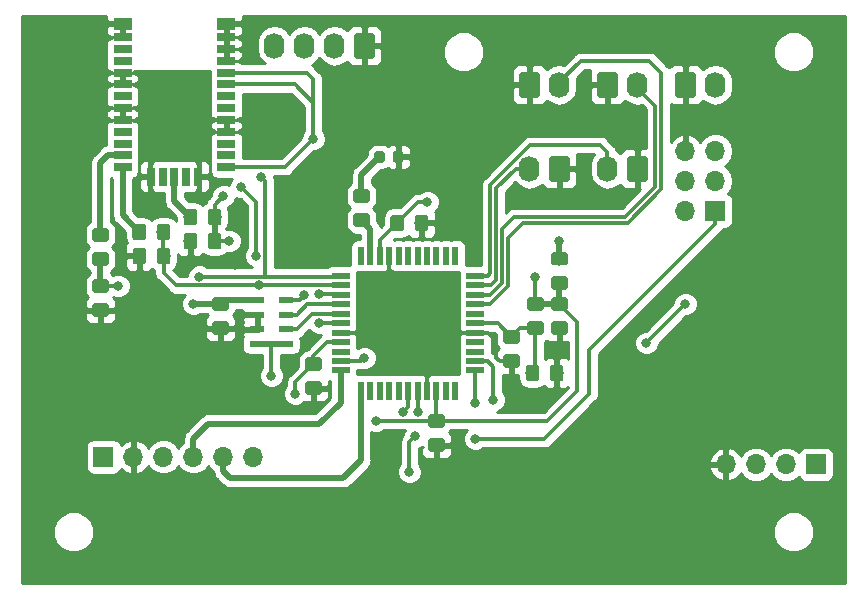
<source format=gtl>
%TF.GenerationSoftware,KiCad,Pcbnew,5.0.1*%
%TF.CreationDate,2019-01-10T15:10:37-06:00*%
%TF.ProjectId,RDP-Environmental,5244502D456E7669726F6E6D656E7461,01*%
%TF.SameCoordinates,Original*%
%TF.FileFunction,Copper,L1,Top,Signal*%
%TF.FilePolarity,Positive*%
%FSLAX46Y46*%
G04 Gerber Fmt 4.6, Leading zero omitted, Abs format (unit mm)*
G04 Created by KiCad (PCBNEW 5.0.1) date Thu 10 Jan 2019 03:10:37 PM CST*
%MOMM*%
%LPD*%
G01*
G04 APERTURE LIST*
%ADD10C,0.100000*%
%ADD11C,1.150000*%
%ADD12C,0.875000*%
%ADD13R,1.700000X1.700000*%
%ADD14O,1.700000X1.700000*%
%ADD15O,1.740000X2.200000*%
%ADD16C,1.740000*%
%ADD17R,1.310000X0.530000*%
%ADD18R,0.550000X1.500000*%
%ADD19R,1.500000X0.550000*%
%ADD20R,1.500000X0.700000*%
%ADD21R,1.500000X1.000000*%
%ADD22R,0.700000X1.500000*%
%ADD23C,0.800000*%
%ADD24C,0.300000*%
%ADD25C,0.500000*%
%ADD26C,0.254000*%
G04 APERTURE END LIST*
D10*
G36*
X65498505Y-48956204D02*
X65522773Y-48959804D01*
X65546572Y-48965765D01*
X65569671Y-48974030D01*
X65591850Y-48984520D01*
X65612893Y-48997132D01*
X65632599Y-49011747D01*
X65650777Y-49028223D01*
X65667253Y-49046401D01*
X65681868Y-49066107D01*
X65694480Y-49087150D01*
X65704970Y-49109329D01*
X65713235Y-49132428D01*
X65719196Y-49156227D01*
X65722796Y-49180495D01*
X65724000Y-49204999D01*
X65724000Y-49855001D01*
X65722796Y-49879505D01*
X65719196Y-49903773D01*
X65713235Y-49927572D01*
X65704970Y-49950671D01*
X65694480Y-49972850D01*
X65681868Y-49993893D01*
X65667253Y-50013599D01*
X65650777Y-50031777D01*
X65632599Y-50048253D01*
X65612893Y-50062868D01*
X65591850Y-50075480D01*
X65569671Y-50085970D01*
X65546572Y-50094235D01*
X65522773Y-50100196D01*
X65498505Y-50103796D01*
X65474001Y-50105000D01*
X64573999Y-50105000D01*
X64549495Y-50103796D01*
X64525227Y-50100196D01*
X64501428Y-50094235D01*
X64478329Y-50085970D01*
X64456150Y-50075480D01*
X64435107Y-50062868D01*
X64415401Y-50048253D01*
X64397223Y-50031777D01*
X64380747Y-50013599D01*
X64366132Y-49993893D01*
X64353520Y-49972850D01*
X64343030Y-49950671D01*
X64334765Y-49927572D01*
X64328804Y-49903773D01*
X64325204Y-49879505D01*
X64324000Y-49855001D01*
X64324000Y-49204999D01*
X64325204Y-49180495D01*
X64328804Y-49156227D01*
X64334765Y-49132428D01*
X64343030Y-49109329D01*
X64353520Y-49087150D01*
X64366132Y-49066107D01*
X64380747Y-49046401D01*
X64397223Y-49028223D01*
X64415401Y-49011747D01*
X64435107Y-48997132D01*
X64456150Y-48984520D01*
X64478329Y-48974030D01*
X64501428Y-48965765D01*
X64525227Y-48959804D01*
X64549495Y-48956204D01*
X64573999Y-48955000D01*
X65474001Y-48955000D01*
X65498505Y-48956204D01*
X65498505Y-48956204D01*
G37*
D11*
X65024000Y-49530000D03*
D10*
G36*
X65498505Y-51006204D02*
X65522773Y-51009804D01*
X65546572Y-51015765D01*
X65569671Y-51024030D01*
X65591850Y-51034520D01*
X65612893Y-51047132D01*
X65632599Y-51061747D01*
X65650777Y-51078223D01*
X65667253Y-51096401D01*
X65681868Y-51116107D01*
X65694480Y-51137150D01*
X65704970Y-51159329D01*
X65713235Y-51182428D01*
X65719196Y-51206227D01*
X65722796Y-51230495D01*
X65724000Y-51254999D01*
X65724000Y-51905001D01*
X65722796Y-51929505D01*
X65719196Y-51953773D01*
X65713235Y-51977572D01*
X65704970Y-52000671D01*
X65694480Y-52022850D01*
X65681868Y-52043893D01*
X65667253Y-52063599D01*
X65650777Y-52081777D01*
X65632599Y-52098253D01*
X65612893Y-52112868D01*
X65591850Y-52125480D01*
X65569671Y-52135970D01*
X65546572Y-52144235D01*
X65522773Y-52150196D01*
X65498505Y-52153796D01*
X65474001Y-52155000D01*
X64573999Y-52155000D01*
X64549495Y-52153796D01*
X64525227Y-52150196D01*
X64501428Y-52144235D01*
X64478329Y-52135970D01*
X64456150Y-52125480D01*
X64435107Y-52112868D01*
X64415401Y-52098253D01*
X64397223Y-52081777D01*
X64380747Y-52063599D01*
X64366132Y-52043893D01*
X64353520Y-52022850D01*
X64343030Y-52000671D01*
X64334765Y-51977572D01*
X64328804Y-51953773D01*
X64325204Y-51929505D01*
X64324000Y-51905001D01*
X64324000Y-51254999D01*
X64325204Y-51230495D01*
X64328804Y-51206227D01*
X64334765Y-51182428D01*
X64343030Y-51159329D01*
X64353520Y-51137150D01*
X64366132Y-51116107D01*
X64380747Y-51096401D01*
X64397223Y-51078223D01*
X64415401Y-51061747D01*
X64435107Y-51047132D01*
X64456150Y-51034520D01*
X64478329Y-51024030D01*
X64501428Y-51015765D01*
X64525227Y-51009804D01*
X64549495Y-51006204D01*
X64573999Y-51005000D01*
X65474001Y-51005000D01*
X65498505Y-51006204D01*
X65498505Y-51006204D01*
G37*
D11*
X65024000Y-51580000D03*
D10*
G36*
X57753505Y-39179204D02*
X57777773Y-39182804D01*
X57801572Y-39188765D01*
X57824671Y-39197030D01*
X57846850Y-39207520D01*
X57867893Y-39220132D01*
X57887599Y-39234747D01*
X57905777Y-39251223D01*
X57922253Y-39269401D01*
X57936868Y-39289107D01*
X57949480Y-39310150D01*
X57959970Y-39332329D01*
X57968235Y-39355428D01*
X57974196Y-39379227D01*
X57977796Y-39403495D01*
X57979000Y-39427999D01*
X57979000Y-40328001D01*
X57977796Y-40352505D01*
X57974196Y-40376773D01*
X57968235Y-40400572D01*
X57959970Y-40423671D01*
X57949480Y-40445850D01*
X57936868Y-40466893D01*
X57922253Y-40486599D01*
X57905777Y-40504777D01*
X57887599Y-40521253D01*
X57867893Y-40535868D01*
X57846850Y-40548480D01*
X57824671Y-40558970D01*
X57801572Y-40567235D01*
X57777773Y-40573196D01*
X57753505Y-40576796D01*
X57729001Y-40578000D01*
X57078999Y-40578000D01*
X57054495Y-40576796D01*
X57030227Y-40573196D01*
X57006428Y-40567235D01*
X56983329Y-40558970D01*
X56961150Y-40548480D01*
X56940107Y-40535868D01*
X56920401Y-40521253D01*
X56902223Y-40504777D01*
X56885747Y-40486599D01*
X56871132Y-40466893D01*
X56858520Y-40445850D01*
X56848030Y-40423671D01*
X56839765Y-40400572D01*
X56833804Y-40376773D01*
X56830204Y-40352505D01*
X56829000Y-40328001D01*
X56829000Y-39427999D01*
X56830204Y-39403495D01*
X56833804Y-39379227D01*
X56839765Y-39355428D01*
X56848030Y-39332329D01*
X56858520Y-39310150D01*
X56871132Y-39289107D01*
X56885747Y-39269401D01*
X56902223Y-39251223D01*
X56920401Y-39234747D01*
X56940107Y-39220132D01*
X56961150Y-39207520D01*
X56983329Y-39197030D01*
X57006428Y-39188765D01*
X57030227Y-39182804D01*
X57054495Y-39179204D01*
X57078999Y-39178000D01*
X57729001Y-39178000D01*
X57753505Y-39179204D01*
X57753505Y-39179204D01*
G37*
D11*
X57404000Y-39878000D03*
D10*
G36*
X55703505Y-39179204D02*
X55727773Y-39182804D01*
X55751572Y-39188765D01*
X55774671Y-39197030D01*
X55796850Y-39207520D01*
X55817893Y-39220132D01*
X55837599Y-39234747D01*
X55855777Y-39251223D01*
X55872253Y-39269401D01*
X55886868Y-39289107D01*
X55899480Y-39310150D01*
X55909970Y-39332329D01*
X55918235Y-39355428D01*
X55924196Y-39379227D01*
X55927796Y-39403495D01*
X55929000Y-39427999D01*
X55929000Y-40328001D01*
X55927796Y-40352505D01*
X55924196Y-40376773D01*
X55918235Y-40400572D01*
X55909970Y-40423671D01*
X55899480Y-40445850D01*
X55886868Y-40466893D01*
X55872253Y-40486599D01*
X55855777Y-40504777D01*
X55837599Y-40521253D01*
X55817893Y-40535868D01*
X55796850Y-40548480D01*
X55774671Y-40558970D01*
X55751572Y-40567235D01*
X55727773Y-40573196D01*
X55703505Y-40576796D01*
X55679001Y-40578000D01*
X55028999Y-40578000D01*
X55004495Y-40576796D01*
X54980227Y-40573196D01*
X54956428Y-40567235D01*
X54933329Y-40558970D01*
X54911150Y-40548480D01*
X54890107Y-40535868D01*
X54870401Y-40521253D01*
X54852223Y-40504777D01*
X54835747Y-40486599D01*
X54821132Y-40466893D01*
X54808520Y-40445850D01*
X54798030Y-40423671D01*
X54789765Y-40400572D01*
X54783804Y-40376773D01*
X54780204Y-40352505D01*
X54779000Y-40328001D01*
X54779000Y-39427999D01*
X54780204Y-39403495D01*
X54783804Y-39379227D01*
X54789765Y-39355428D01*
X54798030Y-39332329D01*
X54808520Y-39310150D01*
X54821132Y-39289107D01*
X54835747Y-39269401D01*
X54852223Y-39251223D01*
X54870401Y-39234747D01*
X54890107Y-39220132D01*
X54911150Y-39207520D01*
X54933329Y-39197030D01*
X54956428Y-39188765D01*
X54980227Y-39182804D01*
X55004495Y-39179204D01*
X55028999Y-39178000D01*
X55679001Y-39178000D01*
X55703505Y-39179204D01*
X55703505Y-39179204D01*
G37*
D11*
X55354000Y-39878000D03*
D10*
G36*
X48734505Y-51242204D02*
X48758773Y-51245804D01*
X48782572Y-51251765D01*
X48805671Y-51260030D01*
X48827850Y-51270520D01*
X48848893Y-51283132D01*
X48868599Y-51297747D01*
X48886777Y-51314223D01*
X48903253Y-51332401D01*
X48917868Y-51352107D01*
X48930480Y-51373150D01*
X48940970Y-51395329D01*
X48949235Y-51418428D01*
X48955196Y-51442227D01*
X48958796Y-51466495D01*
X48960000Y-51490999D01*
X48960000Y-52141001D01*
X48958796Y-52165505D01*
X48955196Y-52189773D01*
X48949235Y-52213572D01*
X48940970Y-52236671D01*
X48930480Y-52258850D01*
X48917868Y-52279893D01*
X48903253Y-52299599D01*
X48886777Y-52317777D01*
X48868599Y-52334253D01*
X48848893Y-52348868D01*
X48827850Y-52361480D01*
X48805671Y-52371970D01*
X48782572Y-52380235D01*
X48758773Y-52386196D01*
X48734505Y-52389796D01*
X48710001Y-52391000D01*
X47809999Y-52391000D01*
X47785495Y-52389796D01*
X47761227Y-52386196D01*
X47737428Y-52380235D01*
X47714329Y-52371970D01*
X47692150Y-52361480D01*
X47671107Y-52348868D01*
X47651401Y-52334253D01*
X47633223Y-52317777D01*
X47616747Y-52299599D01*
X47602132Y-52279893D01*
X47589520Y-52258850D01*
X47579030Y-52236671D01*
X47570765Y-52213572D01*
X47564804Y-52189773D01*
X47561204Y-52165505D01*
X47560000Y-52141001D01*
X47560000Y-51490999D01*
X47561204Y-51466495D01*
X47564804Y-51442227D01*
X47570765Y-51418428D01*
X47579030Y-51395329D01*
X47589520Y-51373150D01*
X47602132Y-51352107D01*
X47616747Y-51332401D01*
X47633223Y-51314223D01*
X47651401Y-51297747D01*
X47671107Y-51283132D01*
X47692150Y-51270520D01*
X47714329Y-51260030D01*
X47737428Y-51251765D01*
X47761227Y-51245804D01*
X47785495Y-51242204D01*
X47809999Y-51241000D01*
X48710001Y-51241000D01*
X48734505Y-51242204D01*
X48734505Y-51242204D01*
G37*
D11*
X48260000Y-51816000D03*
D10*
G36*
X48734505Y-53292204D02*
X48758773Y-53295804D01*
X48782572Y-53301765D01*
X48805671Y-53310030D01*
X48827850Y-53320520D01*
X48848893Y-53333132D01*
X48868599Y-53347747D01*
X48886777Y-53364223D01*
X48903253Y-53382401D01*
X48917868Y-53402107D01*
X48930480Y-53423150D01*
X48940970Y-53445329D01*
X48949235Y-53468428D01*
X48955196Y-53492227D01*
X48958796Y-53516495D01*
X48960000Y-53540999D01*
X48960000Y-54191001D01*
X48958796Y-54215505D01*
X48955196Y-54239773D01*
X48949235Y-54263572D01*
X48940970Y-54286671D01*
X48930480Y-54308850D01*
X48917868Y-54329893D01*
X48903253Y-54349599D01*
X48886777Y-54367777D01*
X48868599Y-54384253D01*
X48848893Y-54398868D01*
X48827850Y-54411480D01*
X48805671Y-54421970D01*
X48782572Y-54430235D01*
X48758773Y-54436196D01*
X48734505Y-54439796D01*
X48710001Y-54441000D01*
X47809999Y-54441000D01*
X47785495Y-54439796D01*
X47761227Y-54436196D01*
X47737428Y-54430235D01*
X47714329Y-54421970D01*
X47692150Y-54411480D01*
X47671107Y-54398868D01*
X47651401Y-54384253D01*
X47633223Y-54367777D01*
X47616747Y-54349599D01*
X47602132Y-54329893D01*
X47589520Y-54308850D01*
X47579030Y-54286671D01*
X47570765Y-54263572D01*
X47564804Y-54239773D01*
X47561204Y-54215505D01*
X47560000Y-54191001D01*
X47560000Y-53540999D01*
X47561204Y-53516495D01*
X47564804Y-53492227D01*
X47570765Y-53468428D01*
X47579030Y-53445329D01*
X47589520Y-53423150D01*
X47602132Y-53402107D01*
X47616747Y-53382401D01*
X47633223Y-53364223D01*
X47651401Y-53347747D01*
X47671107Y-53333132D01*
X47692150Y-53320520D01*
X47714329Y-53310030D01*
X47737428Y-53301765D01*
X47761227Y-53295804D01*
X47785495Y-53292204D01*
X47809999Y-53291000D01*
X48710001Y-53291000D01*
X48734505Y-53292204D01*
X48734505Y-53292204D01*
G37*
D11*
X48260000Y-53866000D03*
D10*
G36*
X69562505Y-48212204D02*
X69586773Y-48215804D01*
X69610572Y-48221765D01*
X69633671Y-48230030D01*
X69655850Y-48240520D01*
X69676893Y-48253132D01*
X69696599Y-48267747D01*
X69714777Y-48284223D01*
X69731253Y-48302401D01*
X69745868Y-48322107D01*
X69758480Y-48343150D01*
X69768970Y-48365329D01*
X69777235Y-48388428D01*
X69783196Y-48412227D01*
X69786796Y-48436495D01*
X69788000Y-48460999D01*
X69788000Y-49111001D01*
X69786796Y-49135505D01*
X69783196Y-49159773D01*
X69777235Y-49183572D01*
X69768970Y-49206671D01*
X69758480Y-49228850D01*
X69745868Y-49249893D01*
X69731253Y-49269599D01*
X69714777Y-49287777D01*
X69696599Y-49304253D01*
X69676893Y-49318868D01*
X69655850Y-49331480D01*
X69633671Y-49341970D01*
X69610572Y-49350235D01*
X69586773Y-49356196D01*
X69562505Y-49359796D01*
X69538001Y-49361000D01*
X68637999Y-49361000D01*
X68613495Y-49359796D01*
X68589227Y-49356196D01*
X68565428Y-49350235D01*
X68542329Y-49341970D01*
X68520150Y-49331480D01*
X68499107Y-49318868D01*
X68479401Y-49304253D01*
X68461223Y-49287777D01*
X68444747Y-49269599D01*
X68430132Y-49249893D01*
X68417520Y-49228850D01*
X68407030Y-49206671D01*
X68398765Y-49183572D01*
X68392804Y-49159773D01*
X68389204Y-49135505D01*
X68388000Y-49111001D01*
X68388000Y-48460999D01*
X68389204Y-48436495D01*
X68392804Y-48412227D01*
X68398765Y-48388428D01*
X68407030Y-48365329D01*
X68417520Y-48343150D01*
X68430132Y-48322107D01*
X68444747Y-48302401D01*
X68461223Y-48284223D01*
X68479401Y-48267747D01*
X68499107Y-48253132D01*
X68520150Y-48240520D01*
X68542329Y-48230030D01*
X68565428Y-48221765D01*
X68589227Y-48215804D01*
X68613495Y-48212204D01*
X68637999Y-48211000D01*
X69538001Y-48211000D01*
X69562505Y-48212204D01*
X69562505Y-48212204D01*
G37*
D11*
X69088000Y-48786000D03*
D10*
G36*
X69562505Y-46162204D02*
X69586773Y-46165804D01*
X69610572Y-46171765D01*
X69633671Y-46180030D01*
X69655850Y-46190520D01*
X69676893Y-46203132D01*
X69696599Y-46217747D01*
X69714777Y-46234223D01*
X69731253Y-46252401D01*
X69745868Y-46272107D01*
X69758480Y-46293150D01*
X69768970Y-46315329D01*
X69777235Y-46338428D01*
X69783196Y-46362227D01*
X69786796Y-46386495D01*
X69788000Y-46410999D01*
X69788000Y-47061001D01*
X69786796Y-47085505D01*
X69783196Y-47109773D01*
X69777235Y-47133572D01*
X69768970Y-47156671D01*
X69758480Y-47178850D01*
X69745868Y-47199893D01*
X69731253Y-47219599D01*
X69714777Y-47237777D01*
X69696599Y-47254253D01*
X69676893Y-47268868D01*
X69655850Y-47281480D01*
X69633671Y-47291970D01*
X69610572Y-47300235D01*
X69586773Y-47306196D01*
X69562505Y-47309796D01*
X69538001Y-47311000D01*
X68637999Y-47311000D01*
X68613495Y-47309796D01*
X68589227Y-47306196D01*
X68565428Y-47300235D01*
X68542329Y-47291970D01*
X68520150Y-47281480D01*
X68499107Y-47268868D01*
X68479401Y-47254253D01*
X68461223Y-47237777D01*
X68444747Y-47219599D01*
X68430132Y-47199893D01*
X68417520Y-47178850D01*
X68407030Y-47156671D01*
X68398765Y-47133572D01*
X68392804Y-47109773D01*
X68389204Y-47085505D01*
X68388000Y-47061001D01*
X68388000Y-46410999D01*
X68389204Y-46386495D01*
X68392804Y-46362227D01*
X68398765Y-46338428D01*
X68407030Y-46315329D01*
X68417520Y-46293150D01*
X68430132Y-46272107D01*
X68444747Y-46252401D01*
X68461223Y-46234223D01*
X68479401Y-46217747D01*
X68499107Y-46203132D01*
X68520150Y-46190520D01*
X68542329Y-46180030D01*
X68565428Y-46171765D01*
X68589227Y-46165804D01*
X68613495Y-46162204D01*
X68637999Y-46161000D01*
X69538001Y-46161000D01*
X69562505Y-46162204D01*
X69562505Y-46162204D01*
G37*
D11*
X69088000Y-46736000D03*
D10*
G36*
X59148505Y-56068204D02*
X59172773Y-56071804D01*
X59196572Y-56077765D01*
X59219671Y-56086030D01*
X59241850Y-56096520D01*
X59262893Y-56109132D01*
X59282599Y-56123747D01*
X59300777Y-56140223D01*
X59317253Y-56158401D01*
X59331868Y-56178107D01*
X59344480Y-56199150D01*
X59354970Y-56221329D01*
X59363235Y-56244428D01*
X59369196Y-56268227D01*
X59372796Y-56292495D01*
X59374000Y-56316999D01*
X59374000Y-56967001D01*
X59372796Y-56991505D01*
X59369196Y-57015773D01*
X59363235Y-57039572D01*
X59354970Y-57062671D01*
X59344480Y-57084850D01*
X59331868Y-57105893D01*
X59317253Y-57125599D01*
X59300777Y-57143777D01*
X59282599Y-57160253D01*
X59262893Y-57174868D01*
X59241850Y-57187480D01*
X59219671Y-57197970D01*
X59196572Y-57206235D01*
X59172773Y-57212196D01*
X59148505Y-57215796D01*
X59124001Y-57217000D01*
X58223999Y-57217000D01*
X58199495Y-57215796D01*
X58175227Y-57212196D01*
X58151428Y-57206235D01*
X58128329Y-57197970D01*
X58106150Y-57187480D01*
X58085107Y-57174868D01*
X58065401Y-57160253D01*
X58047223Y-57143777D01*
X58030747Y-57125599D01*
X58016132Y-57105893D01*
X58003520Y-57084850D01*
X57993030Y-57062671D01*
X57984765Y-57039572D01*
X57978804Y-57015773D01*
X57975204Y-56991505D01*
X57974000Y-56967001D01*
X57974000Y-56316999D01*
X57975204Y-56292495D01*
X57978804Y-56268227D01*
X57984765Y-56244428D01*
X57993030Y-56221329D01*
X58003520Y-56199150D01*
X58016132Y-56178107D01*
X58030747Y-56158401D01*
X58047223Y-56140223D01*
X58065401Y-56123747D01*
X58085107Y-56109132D01*
X58106150Y-56096520D01*
X58128329Y-56086030D01*
X58151428Y-56077765D01*
X58175227Y-56071804D01*
X58199495Y-56068204D01*
X58223999Y-56067000D01*
X59124001Y-56067000D01*
X59148505Y-56068204D01*
X59148505Y-56068204D01*
G37*
D11*
X58674000Y-56642000D03*
D10*
G36*
X59148505Y-58118204D02*
X59172773Y-58121804D01*
X59196572Y-58127765D01*
X59219671Y-58136030D01*
X59241850Y-58146520D01*
X59262893Y-58159132D01*
X59282599Y-58173747D01*
X59300777Y-58190223D01*
X59317253Y-58208401D01*
X59331868Y-58228107D01*
X59344480Y-58249150D01*
X59354970Y-58271329D01*
X59363235Y-58294428D01*
X59369196Y-58318227D01*
X59372796Y-58342495D01*
X59374000Y-58366999D01*
X59374000Y-59017001D01*
X59372796Y-59041505D01*
X59369196Y-59065773D01*
X59363235Y-59089572D01*
X59354970Y-59112671D01*
X59344480Y-59134850D01*
X59331868Y-59155893D01*
X59317253Y-59175599D01*
X59300777Y-59193777D01*
X59282599Y-59210253D01*
X59262893Y-59224868D01*
X59241850Y-59237480D01*
X59219671Y-59247970D01*
X59196572Y-59256235D01*
X59172773Y-59262196D01*
X59148505Y-59265796D01*
X59124001Y-59267000D01*
X58223999Y-59267000D01*
X58199495Y-59265796D01*
X58175227Y-59262196D01*
X58151428Y-59256235D01*
X58128329Y-59247970D01*
X58106150Y-59237480D01*
X58085107Y-59224868D01*
X58065401Y-59210253D01*
X58047223Y-59193777D01*
X58030747Y-59175599D01*
X58016132Y-59155893D01*
X58003520Y-59134850D01*
X57993030Y-59112671D01*
X57984765Y-59089572D01*
X57978804Y-59065773D01*
X57975204Y-59041505D01*
X57974000Y-59017001D01*
X57974000Y-58366999D01*
X57975204Y-58342495D01*
X57978804Y-58318227D01*
X57984765Y-58294428D01*
X57993030Y-58271329D01*
X58003520Y-58249150D01*
X58016132Y-58228107D01*
X58030747Y-58208401D01*
X58047223Y-58190223D01*
X58065401Y-58173747D01*
X58085107Y-58159132D01*
X58106150Y-58146520D01*
X58128329Y-58136030D01*
X58151428Y-58127765D01*
X58175227Y-58121804D01*
X58199495Y-58118204D01*
X58223999Y-58117000D01*
X59124001Y-58117000D01*
X59148505Y-58118204D01*
X59148505Y-58118204D01*
G37*
D11*
X58674000Y-58692000D03*
D10*
G36*
X67151505Y-51879204D02*
X67175773Y-51882804D01*
X67199572Y-51888765D01*
X67222671Y-51897030D01*
X67244850Y-51907520D01*
X67265893Y-51920132D01*
X67285599Y-51934747D01*
X67303777Y-51951223D01*
X67320253Y-51969401D01*
X67334868Y-51989107D01*
X67347480Y-52010150D01*
X67357970Y-52032329D01*
X67366235Y-52055428D01*
X67372196Y-52079227D01*
X67375796Y-52103495D01*
X67377000Y-52127999D01*
X67377000Y-53028001D01*
X67375796Y-53052505D01*
X67372196Y-53076773D01*
X67366235Y-53100572D01*
X67357970Y-53123671D01*
X67347480Y-53145850D01*
X67334868Y-53166893D01*
X67320253Y-53186599D01*
X67303777Y-53204777D01*
X67285599Y-53221253D01*
X67265893Y-53235868D01*
X67244850Y-53248480D01*
X67222671Y-53258970D01*
X67199572Y-53267235D01*
X67175773Y-53273196D01*
X67151505Y-53276796D01*
X67127001Y-53278000D01*
X66476999Y-53278000D01*
X66452495Y-53276796D01*
X66428227Y-53273196D01*
X66404428Y-53267235D01*
X66381329Y-53258970D01*
X66359150Y-53248480D01*
X66338107Y-53235868D01*
X66318401Y-53221253D01*
X66300223Y-53204777D01*
X66283747Y-53186599D01*
X66269132Y-53166893D01*
X66256520Y-53145850D01*
X66246030Y-53123671D01*
X66237765Y-53100572D01*
X66231804Y-53076773D01*
X66228204Y-53052505D01*
X66227000Y-53028001D01*
X66227000Y-52127999D01*
X66228204Y-52103495D01*
X66231804Y-52079227D01*
X66237765Y-52055428D01*
X66246030Y-52032329D01*
X66256520Y-52010150D01*
X66269132Y-51989107D01*
X66283747Y-51969401D01*
X66300223Y-51951223D01*
X66318401Y-51934747D01*
X66338107Y-51920132D01*
X66359150Y-51907520D01*
X66381329Y-51897030D01*
X66404428Y-51888765D01*
X66428227Y-51882804D01*
X66452495Y-51879204D01*
X66476999Y-51878000D01*
X67127001Y-51878000D01*
X67151505Y-51879204D01*
X67151505Y-51879204D01*
G37*
D11*
X66802000Y-52578000D03*
D10*
G36*
X69201505Y-51879204D02*
X69225773Y-51882804D01*
X69249572Y-51888765D01*
X69272671Y-51897030D01*
X69294850Y-51907520D01*
X69315893Y-51920132D01*
X69335599Y-51934747D01*
X69353777Y-51951223D01*
X69370253Y-51969401D01*
X69384868Y-51989107D01*
X69397480Y-52010150D01*
X69407970Y-52032329D01*
X69416235Y-52055428D01*
X69422196Y-52079227D01*
X69425796Y-52103495D01*
X69427000Y-52127999D01*
X69427000Y-53028001D01*
X69425796Y-53052505D01*
X69422196Y-53076773D01*
X69416235Y-53100572D01*
X69407970Y-53123671D01*
X69397480Y-53145850D01*
X69384868Y-53166893D01*
X69370253Y-53186599D01*
X69353777Y-53204777D01*
X69335599Y-53221253D01*
X69315893Y-53235868D01*
X69294850Y-53248480D01*
X69272671Y-53258970D01*
X69249572Y-53267235D01*
X69225773Y-53273196D01*
X69201505Y-53276796D01*
X69177001Y-53278000D01*
X68526999Y-53278000D01*
X68502495Y-53276796D01*
X68478227Y-53273196D01*
X68454428Y-53267235D01*
X68431329Y-53258970D01*
X68409150Y-53248480D01*
X68388107Y-53235868D01*
X68368401Y-53221253D01*
X68350223Y-53204777D01*
X68333747Y-53186599D01*
X68319132Y-53166893D01*
X68306520Y-53145850D01*
X68296030Y-53123671D01*
X68287765Y-53100572D01*
X68281804Y-53076773D01*
X68278204Y-53052505D01*
X68277000Y-53028001D01*
X68277000Y-52127999D01*
X68278204Y-52103495D01*
X68281804Y-52079227D01*
X68287765Y-52055428D01*
X68296030Y-52032329D01*
X68306520Y-52010150D01*
X68319132Y-51989107D01*
X68333747Y-51969401D01*
X68350223Y-51951223D01*
X68368401Y-51934747D01*
X68388107Y-51920132D01*
X68409150Y-51907520D01*
X68431329Y-51897030D01*
X68454428Y-51888765D01*
X68478227Y-51882804D01*
X68502495Y-51879204D01*
X68526999Y-51878000D01*
X69177001Y-51878000D01*
X69201505Y-51879204D01*
X69201505Y-51879204D01*
G37*
D11*
X68852000Y-52578000D03*
D10*
G36*
X40860505Y-48212204D02*
X40884773Y-48215804D01*
X40908572Y-48221765D01*
X40931671Y-48230030D01*
X40953850Y-48240520D01*
X40974893Y-48253132D01*
X40994599Y-48267747D01*
X41012777Y-48284223D01*
X41029253Y-48302401D01*
X41043868Y-48322107D01*
X41056480Y-48343150D01*
X41066970Y-48365329D01*
X41075235Y-48388428D01*
X41081196Y-48412227D01*
X41084796Y-48436495D01*
X41086000Y-48460999D01*
X41086000Y-49111001D01*
X41084796Y-49135505D01*
X41081196Y-49159773D01*
X41075235Y-49183572D01*
X41066970Y-49206671D01*
X41056480Y-49228850D01*
X41043868Y-49249893D01*
X41029253Y-49269599D01*
X41012777Y-49287777D01*
X40994599Y-49304253D01*
X40974893Y-49318868D01*
X40953850Y-49331480D01*
X40931671Y-49341970D01*
X40908572Y-49350235D01*
X40884773Y-49356196D01*
X40860505Y-49359796D01*
X40836001Y-49361000D01*
X39935999Y-49361000D01*
X39911495Y-49359796D01*
X39887227Y-49356196D01*
X39863428Y-49350235D01*
X39840329Y-49341970D01*
X39818150Y-49331480D01*
X39797107Y-49318868D01*
X39777401Y-49304253D01*
X39759223Y-49287777D01*
X39742747Y-49269599D01*
X39728132Y-49249893D01*
X39715520Y-49228850D01*
X39705030Y-49206671D01*
X39696765Y-49183572D01*
X39690804Y-49159773D01*
X39687204Y-49135505D01*
X39686000Y-49111001D01*
X39686000Y-48460999D01*
X39687204Y-48436495D01*
X39690804Y-48412227D01*
X39696765Y-48388428D01*
X39705030Y-48365329D01*
X39715520Y-48343150D01*
X39728132Y-48322107D01*
X39742747Y-48302401D01*
X39759223Y-48284223D01*
X39777401Y-48267747D01*
X39797107Y-48253132D01*
X39818150Y-48240520D01*
X39840329Y-48230030D01*
X39863428Y-48221765D01*
X39887227Y-48215804D01*
X39911495Y-48212204D01*
X39935999Y-48211000D01*
X40836001Y-48211000D01*
X40860505Y-48212204D01*
X40860505Y-48212204D01*
G37*
D11*
X40386000Y-48786000D03*
D10*
G36*
X40860505Y-46162204D02*
X40884773Y-46165804D01*
X40908572Y-46171765D01*
X40931671Y-46180030D01*
X40953850Y-46190520D01*
X40974893Y-46203132D01*
X40994599Y-46217747D01*
X41012777Y-46234223D01*
X41029253Y-46252401D01*
X41043868Y-46272107D01*
X41056480Y-46293150D01*
X41066970Y-46315329D01*
X41075235Y-46338428D01*
X41081196Y-46362227D01*
X41084796Y-46386495D01*
X41086000Y-46410999D01*
X41086000Y-47061001D01*
X41084796Y-47085505D01*
X41081196Y-47109773D01*
X41075235Y-47133572D01*
X41066970Y-47156671D01*
X41056480Y-47178850D01*
X41043868Y-47199893D01*
X41029253Y-47219599D01*
X41012777Y-47237777D01*
X40994599Y-47254253D01*
X40974893Y-47268868D01*
X40953850Y-47281480D01*
X40931671Y-47291970D01*
X40908572Y-47300235D01*
X40884773Y-47306196D01*
X40860505Y-47309796D01*
X40836001Y-47311000D01*
X39935999Y-47311000D01*
X39911495Y-47309796D01*
X39887227Y-47306196D01*
X39863428Y-47300235D01*
X39840329Y-47291970D01*
X39818150Y-47281480D01*
X39797107Y-47268868D01*
X39777401Y-47254253D01*
X39759223Y-47237777D01*
X39742747Y-47219599D01*
X39728132Y-47199893D01*
X39715520Y-47178850D01*
X39705030Y-47156671D01*
X39696765Y-47133572D01*
X39690804Y-47109773D01*
X39687204Y-47085505D01*
X39686000Y-47061001D01*
X39686000Y-46410999D01*
X39687204Y-46386495D01*
X39690804Y-46362227D01*
X39696765Y-46338428D01*
X39705030Y-46315329D01*
X39715520Y-46293150D01*
X39728132Y-46272107D01*
X39742747Y-46252401D01*
X39759223Y-46234223D01*
X39777401Y-46217747D01*
X39797107Y-46203132D01*
X39818150Y-46190520D01*
X39840329Y-46180030D01*
X39863428Y-46171765D01*
X39887227Y-46165804D01*
X39911495Y-46162204D01*
X39935999Y-46161000D01*
X40836001Y-46161000D01*
X40860505Y-46162204D01*
X40860505Y-46162204D01*
G37*
D11*
X40386000Y-46736000D03*
D10*
G36*
X30700505Y-46688204D02*
X30724773Y-46691804D01*
X30748572Y-46697765D01*
X30771671Y-46706030D01*
X30793850Y-46716520D01*
X30814893Y-46729132D01*
X30834599Y-46743747D01*
X30852777Y-46760223D01*
X30869253Y-46778401D01*
X30883868Y-46798107D01*
X30896480Y-46819150D01*
X30906970Y-46841329D01*
X30915235Y-46864428D01*
X30921196Y-46888227D01*
X30924796Y-46912495D01*
X30926000Y-46936999D01*
X30926000Y-47587001D01*
X30924796Y-47611505D01*
X30921196Y-47635773D01*
X30915235Y-47659572D01*
X30906970Y-47682671D01*
X30896480Y-47704850D01*
X30883868Y-47725893D01*
X30869253Y-47745599D01*
X30852777Y-47763777D01*
X30834599Y-47780253D01*
X30814893Y-47794868D01*
X30793850Y-47807480D01*
X30771671Y-47817970D01*
X30748572Y-47826235D01*
X30724773Y-47832196D01*
X30700505Y-47835796D01*
X30676001Y-47837000D01*
X29775999Y-47837000D01*
X29751495Y-47835796D01*
X29727227Y-47832196D01*
X29703428Y-47826235D01*
X29680329Y-47817970D01*
X29658150Y-47807480D01*
X29637107Y-47794868D01*
X29617401Y-47780253D01*
X29599223Y-47763777D01*
X29582747Y-47745599D01*
X29568132Y-47725893D01*
X29555520Y-47704850D01*
X29545030Y-47682671D01*
X29536765Y-47659572D01*
X29530804Y-47635773D01*
X29527204Y-47611505D01*
X29526000Y-47587001D01*
X29526000Y-46936999D01*
X29527204Y-46912495D01*
X29530804Y-46888227D01*
X29536765Y-46864428D01*
X29545030Y-46841329D01*
X29555520Y-46819150D01*
X29568132Y-46798107D01*
X29582747Y-46778401D01*
X29599223Y-46760223D01*
X29617401Y-46743747D01*
X29637107Y-46729132D01*
X29658150Y-46716520D01*
X29680329Y-46706030D01*
X29703428Y-46697765D01*
X29727227Y-46691804D01*
X29751495Y-46688204D01*
X29775999Y-46687000D01*
X30676001Y-46687000D01*
X30700505Y-46688204D01*
X30700505Y-46688204D01*
G37*
D11*
X30226000Y-47262000D03*
D10*
G36*
X30700505Y-44638204D02*
X30724773Y-44641804D01*
X30748572Y-44647765D01*
X30771671Y-44656030D01*
X30793850Y-44666520D01*
X30814893Y-44679132D01*
X30834599Y-44693747D01*
X30852777Y-44710223D01*
X30869253Y-44728401D01*
X30883868Y-44748107D01*
X30896480Y-44769150D01*
X30906970Y-44791329D01*
X30915235Y-44814428D01*
X30921196Y-44838227D01*
X30924796Y-44862495D01*
X30926000Y-44886999D01*
X30926000Y-45537001D01*
X30924796Y-45561505D01*
X30921196Y-45585773D01*
X30915235Y-45609572D01*
X30906970Y-45632671D01*
X30896480Y-45654850D01*
X30883868Y-45675893D01*
X30869253Y-45695599D01*
X30852777Y-45713777D01*
X30834599Y-45730253D01*
X30814893Y-45744868D01*
X30793850Y-45757480D01*
X30771671Y-45767970D01*
X30748572Y-45776235D01*
X30724773Y-45782196D01*
X30700505Y-45785796D01*
X30676001Y-45787000D01*
X29775999Y-45787000D01*
X29751495Y-45785796D01*
X29727227Y-45782196D01*
X29703428Y-45776235D01*
X29680329Y-45767970D01*
X29658150Y-45757480D01*
X29637107Y-45744868D01*
X29617401Y-45730253D01*
X29599223Y-45713777D01*
X29582747Y-45695599D01*
X29568132Y-45675893D01*
X29555520Y-45654850D01*
X29545030Y-45632671D01*
X29536765Y-45609572D01*
X29530804Y-45585773D01*
X29527204Y-45561505D01*
X29526000Y-45537001D01*
X29526000Y-44886999D01*
X29527204Y-44862495D01*
X29530804Y-44838227D01*
X29536765Y-44814428D01*
X29545030Y-44791329D01*
X29555520Y-44769150D01*
X29568132Y-44748107D01*
X29582747Y-44728401D01*
X29599223Y-44710223D01*
X29617401Y-44693747D01*
X29637107Y-44679132D01*
X29658150Y-44666520D01*
X29680329Y-44656030D01*
X29703428Y-44647765D01*
X29727227Y-44641804D01*
X29751495Y-44638204D01*
X29775999Y-44637000D01*
X30676001Y-44637000D01*
X30700505Y-44638204D01*
X30700505Y-44638204D01*
G37*
D11*
X30226000Y-45212000D03*
D10*
G36*
X35918505Y-41973204D02*
X35942773Y-41976804D01*
X35966572Y-41982765D01*
X35989671Y-41991030D01*
X36011850Y-42001520D01*
X36032893Y-42014132D01*
X36052599Y-42028747D01*
X36070777Y-42045223D01*
X36087253Y-42063401D01*
X36101868Y-42083107D01*
X36114480Y-42104150D01*
X36124970Y-42126329D01*
X36133235Y-42149428D01*
X36139196Y-42173227D01*
X36142796Y-42197495D01*
X36144000Y-42221999D01*
X36144000Y-43122001D01*
X36142796Y-43146505D01*
X36139196Y-43170773D01*
X36133235Y-43194572D01*
X36124970Y-43217671D01*
X36114480Y-43239850D01*
X36101868Y-43260893D01*
X36087253Y-43280599D01*
X36070777Y-43298777D01*
X36052599Y-43315253D01*
X36032893Y-43329868D01*
X36011850Y-43342480D01*
X35989671Y-43352970D01*
X35966572Y-43361235D01*
X35942773Y-43367196D01*
X35918505Y-43370796D01*
X35894001Y-43372000D01*
X35243999Y-43372000D01*
X35219495Y-43370796D01*
X35195227Y-43367196D01*
X35171428Y-43361235D01*
X35148329Y-43352970D01*
X35126150Y-43342480D01*
X35105107Y-43329868D01*
X35085401Y-43315253D01*
X35067223Y-43298777D01*
X35050747Y-43280599D01*
X35036132Y-43260893D01*
X35023520Y-43239850D01*
X35013030Y-43217671D01*
X35004765Y-43194572D01*
X34998804Y-43170773D01*
X34995204Y-43146505D01*
X34994000Y-43122001D01*
X34994000Y-42221999D01*
X34995204Y-42197495D01*
X34998804Y-42173227D01*
X35004765Y-42149428D01*
X35013030Y-42126329D01*
X35023520Y-42104150D01*
X35036132Y-42083107D01*
X35050747Y-42063401D01*
X35067223Y-42045223D01*
X35085401Y-42028747D01*
X35105107Y-42014132D01*
X35126150Y-42001520D01*
X35148329Y-41991030D01*
X35171428Y-41982765D01*
X35195227Y-41976804D01*
X35219495Y-41973204D01*
X35243999Y-41972000D01*
X35894001Y-41972000D01*
X35918505Y-41973204D01*
X35918505Y-41973204D01*
G37*
D11*
X35569000Y-42672000D03*
D10*
G36*
X33868505Y-41973204D02*
X33892773Y-41976804D01*
X33916572Y-41982765D01*
X33939671Y-41991030D01*
X33961850Y-42001520D01*
X33982893Y-42014132D01*
X34002599Y-42028747D01*
X34020777Y-42045223D01*
X34037253Y-42063401D01*
X34051868Y-42083107D01*
X34064480Y-42104150D01*
X34074970Y-42126329D01*
X34083235Y-42149428D01*
X34089196Y-42173227D01*
X34092796Y-42197495D01*
X34094000Y-42221999D01*
X34094000Y-43122001D01*
X34092796Y-43146505D01*
X34089196Y-43170773D01*
X34083235Y-43194572D01*
X34074970Y-43217671D01*
X34064480Y-43239850D01*
X34051868Y-43260893D01*
X34037253Y-43280599D01*
X34020777Y-43298777D01*
X34002599Y-43315253D01*
X33982893Y-43329868D01*
X33961850Y-43342480D01*
X33939671Y-43352970D01*
X33916572Y-43361235D01*
X33892773Y-43367196D01*
X33868505Y-43370796D01*
X33844001Y-43372000D01*
X33193999Y-43372000D01*
X33169495Y-43370796D01*
X33145227Y-43367196D01*
X33121428Y-43361235D01*
X33098329Y-43352970D01*
X33076150Y-43342480D01*
X33055107Y-43329868D01*
X33035401Y-43315253D01*
X33017223Y-43298777D01*
X33000747Y-43280599D01*
X32986132Y-43260893D01*
X32973520Y-43239850D01*
X32963030Y-43217671D01*
X32954765Y-43194572D01*
X32948804Y-43170773D01*
X32945204Y-43146505D01*
X32944000Y-43122001D01*
X32944000Y-42221999D01*
X32945204Y-42197495D01*
X32948804Y-42173227D01*
X32954765Y-42149428D01*
X32963030Y-42126329D01*
X32973520Y-42104150D01*
X32986132Y-42083107D01*
X33000747Y-42063401D01*
X33017223Y-42045223D01*
X33035401Y-42028747D01*
X33055107Y-42014132D01*
X33076150Y-42001520D01*
X33098329Y-41991030D01*
X33121428Y-41982765D01*
X33145227Y-41976804D01*
X33169495Y-41973204D01*
X33193999Y-41972000D01*
X33844001Y-41972000D01*
X33868505Y-41973204D01*
X33868505Y-41973204D01*
G37*
D11*
X33519000Y-42672000D03*
D10*
G36*
X38186505Y-40703204D02*
X38210773Y-40706804D01*
X38234572Y-40712765D01*
X38257671Y-40721030D01*
X38279850Y-40731520D01*
X38300893Y-40744132D01*
X38320599Y-40758747D01*
X38338777Y-40775223D01*
X38355253Y-40793401D01*
X38369868Y-40813107D01*
X38382480Y-40834150D01*
X38392970Y-40856329D01*
X38401235Y-40879428D01*
X38407196Y-40903227D01*
X38410796Y-40927495D01*
X38412000Y-40951999D01*
X38412000Y-41852001D01*
X38410796Y-41876505D01*
X38407196Y-41900773D01*
X38401235Y-41924572D01*
X38392970Y-41947671D01*
X38382480Y-41969850D01*
X38369868Y-41990893D01*
X38355253Y-42010599D01*
X38338777Y-42028777D01*
X38320599Y-42045253D01*
X38300893Y-42059868D01*
X38279850Y-42072480D01*
X38257671Y-42082970D01*
X38234572Y-42091235D01*
X38210773Y-42097196D01*
X38186505Y-42100796D01*
X38162001Y-42102000D01*
X37511999Y-42102000D01*
X37487495Y-42100796D01*
X37463227Y-42097196D01*
X37439428Y-42091235D01*
X37416329Y-42082970D01*
X37394150Y-42072480D01*
X37373107Y-42059868D01*
X37353401Y-42045253D01*
X37335223Y-42028777D01*
X37318747Y-42010599D01*
X37304132Y-41990893D01*
X37291520Y-41969850D01*
X37281030Y-41947671D01*
X37272765Y-41924572D01*
X37266804Y-41900773D01*
X37263204Y-41876505D01*
X37262000Y-41852001D01*
X37262000Y-40951999D01*
X37263204Y-40927495D01*
X37266804Y-40903227D01*
X37272765Y-40879428D01*
X37281030Y-40856329D01*
X37291520Y-40834150D01*
X37304132Y-40813107D01*
X37318747Y-40793401D01*
X37335223Y-40775223D01*
X37353401Y-40758747D01*
X37373107Y-40744132D01*
X37394150Y-40731520D01*
X37416329Y-40721030D01*
X37439428Y-40712765D01*
X37463227Y-40706804D01*
X37487495Y-40703204D01*
X37511999Y-40702000D01*
X38162001Y-40702000D01*
X38186505Y-40703204D01*
X38186505Y-40703204D01*
G37*
D11*
X37837000Y-41402000D03*
D10*
G36*
X40236505Y-40703204D02*
X40260773Y-40706804D01*
X40284572Y-40712765D01*
X40307671Y-40721030D01*
X40329850Y-40731520D01*
X40350893Y-40744132D01*
X40370599Y-40758747D01*
X40388777Y-40775223D01*
X40405253Y-40793401D01*
X40419868Y-40813107D01*
X40432480Y-40834150D01*
X40442970Y-40856329D01*
X40451235Y-40879428D01*
X40457196Y-40903227D01*
X40460796Y-40927495D01*
X40462000Y-40951999D01*
X40462000Y-41852001D01*
X40460796Y-41876505D01*
X40457196Y-41900773D01*
X40451235Y-41924572D01*
X40442970Y-41947671D01*
X40432480Y-41969850D01*
X40419868Y-41990893D01*
X40405253Y-42010599D01*
X40388777Y-42028777D01*
X40370599Y-42045253D01*
X40350893Y-42059868D01*
X40329850Y-42072480D01*
X40307671Y-42082970D01*
X40284572Y-42091235D01*
X40260773Y-42097196D01*
X40236505Y-42100796D01*
X40212001Y-42102000D01*
X39561999Y-42102000D01*
X39537495Y-42100796D01*
X39513227Y-42097196D01*
X39489428Y-42091235D01*
X39466329Y-42082970D01*
X39444150Y-42072480D01*
X39423107Y-42059868D01*
X39403401Y-42045253D01*
X39385223Y-42028777D01*
X39368747Y-42010599D01*
X39354132Y-41990893D01*
X39341520Y-41969850D01*
X39331030Y-41947671D01*
X39322765Y-41924572D01*
X39316804Y-41900773D01*
X39313204Y-41876505D01*
X39312000Y-41852001D01*
X39312000Y-40951999D01*
X39313204Y-40927495D01*
X39316804Y-40903227D01*
X39322765Y-40879428D01*
X39331030Y-40856329D01*
X39341520Y-40834150D01*
X39354132Y-40813107D01*
X39368747Y-40793401D01*
X39385223Y-40775223D01*
X39403401Y-40758747D01*
X39423107Y-40744132D01*
X39444150Y-40731520D01*
X39466329Y-40721030D01*
X39489428Y-40712765D01*
X39513227Y-40706804D01*
X39537495Y-40703204D01*
X39561999Y-40702000D01*
X40212001Y-40702000D01*
X40236505Y-40703204D01*
X40236505Y-40703204D01*
G37*
D11*
X39887000Y-41402000D03*
D10*
G36*
X55663191Y-33816053D02*
X55684426Y-33819203D01*
X55705250Y-33824419D01*
X55725462Y-33831651D01*
X55744868Y-33840830D01*
X55763281Y-33851866D01*
X55780524Y-33864654D01*
X55796430Y-33879070D01*
X55810846Y-33894976D01*
X55823634Y-33912219D01*
X55834670Y-33930632D01*
X55843849Y-33950038D01*
X55851081Y-33970250D01*
X55856297Y-33991074D01*
X55859447Y-34012309D01*
X55860500Y-34033750D01*
X55860500Y-34546250D01*
X55859447Y-34567691D01*
X55856297Y-34588926D01*
X55851081Y-34609750D01*
X55843849Y-34629962D01*
X55834670Y-34649368D01*
X55823634Y-34667781D01*
X55810846Y-34685024D01*
X55796430Y-34700930D01*
X55780524Y-34715346D01*
X55763281Y-34728134D01*
X55744868Y-34739170D01*
X55725462Y-34748349D01*
X55705250Y-34755581D01*
X55684426Y-34760797D01*
X55663191Y-34763947D01*
X55641750Y-34765000D01*
X55204250Y-34765000D01*
X55182809Y-34763947D01*
X55161574Y-34760797D01*
X55140750Y-34755581D01*
X55120538Y-34748349D01*
X55101132Y-34739170D01*
X55082719Y-34728134D01*
X55065476Y-34715346D01*
X55049570Y-34700930D01*
X55035154Y-34685024D01*
X55022366Y-34667781D01*
X55011330Y-34649368D01*
X55002151Y-34629962D01*
X54994919Y-34609750D01*
X54989703Y-34588926D01*
X54986553Y-34567691D01*
X54985500Y-34546250D01*
X54985500Y-34033750D01*
X54986553Y-34012309D01*
X54989703Y-33991074D01*
X54994919Y-33970250D01*
X55002151Y-33950038D01*
X55011330Y-33930632D01*
X55022366Y-33912219D01*
X55035154Y-33894976D01*
X55049570Y-33879070D01*
X55065476Y-33864654D01*
X55082719Y-33851866D01*
X55101132Y-33840830D01*
X55120538Y-33831651D01*
X55140750Y-33824419D01*
X55161574Y-33819203D01*
X55182809Y-33816053D01*
X55204250Y-33815000D01*
X55641750Y-33815000D01*
X55663191Y-33816053D01*
X55663191Y-33816053D01*
G37*
D12*
X55423000Y-34290000D03*
D10*
G36*
X54088191Y-33816053D02*
X54109426Y-33819203D01*
X54130250Y-33824419D01*
X54150462Y-33831651D01*
X54169868Y-33840830D01*
X54188281Y-33851866D01*
X54205524Y-33864654D01*
X54221430Y-33879070D01*
X54235846Y-33894976D01*
X54248634Y-33912219D01*
X54259670Y-33930632D01*
X54268849Y-33950038D01*
X54276081Y-33970250D01*
X54281297Y-33991074D01*
X54284447Y-34012309D01*
X54285500Y-34033750D01*
X54285500Y-34546250D01*
X54284447Y-34567691D01*
X54281297Y-34588926D01*
X54276081Y-34609750D01*
X54268849Y-34629962D01*
X54259670Y-34649368D01*
X54248634Y-34667781D01*
X54235846Y-34685024D01*
X54221430Y-34700930D01*
X54205524Y-34715346D01*
X54188281Y-34728134D01*
X54169868Y-34739170D01*
X54150462Y-34748349D01*
X54130250Y-34755581D01*
X54109426Y-34760797D01*
X54088191Y-34763947D01*
X54066750Y-34765000D01*
X53629250Y-34765000D01*
X53607809Y-34763947D01*
X53586574Y-34760797D01*
X53565750Y-34755581D01*
X53545538Y-34748349D01*
X53526132Y-34739170D01*
X53507719Y-34728134D01*
X53490476Y-34715346D01*
X53474570Y-34700930D01*
X53460154Y-34685024D01*
X53447366Y-34667781D01*
X53436330Y-34649368D01*
X53427151Y-34629962D01*
X53419919Y-34609750D01*
X53414703Y-34588926D01*
X53411553Y-34567691D01*
X53410500Y-34546250D01*
X53410500Y-34033750D01*
X53411553Y-34012309D01*
X53414703Y-33991074D01*
X53419919Y-33970250D01*
X53427151Y-33950038D01*
X53436330Y-33930632D01*
X53447366Y-33912219D01*
X53460154Y-33894976D01*
X53474570Y-33879070D01*
X53490476Y-33864654D01*
X53507719Y-33851866D01*
X53526132Y-33840830D01*
X53545538Y-33831651D01*
X53565750Y-33824419D01*
X53586574Y-33819203D01*
X53607809Y-33816053D01*
X53629250Y-33815000D01*
X54066750Y-33815000D01*
X54088191Y-33816053D01*
X54088191Y-33816053D01*
G37*
D12*
X53848000Y-34290000D03*
D13*
X30480000Y-59690000D03*
D14*
X33020000Y-59690000D03*
X35560000Y-59690000D03*
X38100000Y-59690000D03*
X40640000Y-59690000D03*
X43180000Y-59690000D03*
D13*
X90805000Y-60325000D03*
D14*
X88265000Y-60325000D03*
X85725000Y-60325000D03*
X83185000Y-60325000D03*
D15*
X69088000Y-28194000D03*
D10*
G36*
X67192505Y-27095204D02*
X67216773Y-27098804D01*
X67240572Y-27104765D01*
X67263671Y-27113030D01*
X67285850Y-27123520D01*
X67306893Y-27136132D01*
X67326599Y-27150747D01*
X67344777Y-27167223D01*
X67361253Y-27185401D01*
X67375868Y-27205107D01*
X67388480Y-27226150D01*
X67398970Y-27248329D01*
X67407235Y-27271428D01*
X67413196Y-27295227D01*
X67416796Y-27319495D01*
X67418000Y-27343999D01*
X67418000Y-29044001D01*
X67416796Y-29068505D01*
X67413196Y-29092773D01*
X67407235Y-29116572D01*
X67398970Y-29139671D01*
X67388480Y-29161850D01*
X67375868Y-29182893D01*
X67361253Y-29202599D01*
X67344777Y-29220777D01*
X67326599Y-29237253D01*
X67306893Y-29251868D01*
X67285850Y-29264480D01*
X67263671Y-29274970D01*
X67240572Y-29283235D01*
X67216773Y-29289196D01*
X67192505Y-29292796D01*
X67168001Y-29294000D01*
X65927999Y-29294000D01*
X65903495Y-29292796D01*
X65879227Y-29289196D01*
X65855428Y-29283235D01*
X65832329Y-29274970D01*
X65810150Y-29264480D01*
X65789107Y-29251868D01*
X65769401Y-29237253D01*
X65751223Y-29220777D01*
X65734747Y-29202599D01*
X65720132Y-29182893D01*
X65707520Y-29161850D01*
X65697030Y-29139671D01*
X65688765Y-29116572D01*
X65682804Y-29092773D01*
X65679204Y-29068505D01*
X65678000Y-29044001D01*
X65678000Y-27343999D01*
X65679204Y-27319495D01*
X65682804Y-27295227D01*
X65688765Y-27271428D01*
X65697030Y-27248329D01*
X65707520Y-27226150D01*
X65720132Y-27205107D01*
X65734747Y-27185401D01*
X65751223Y-27167223D01*
X65769401Y-27150747D01*
X65789107Y-27136132D01*
X65810150Y-27123520D01*
X65832329Y-27113030D01*
X65855428Y-27104765D01*
X65879227Y-27098804D01*
X65903495Y-27095204D01*
X65927999Y-27094000D01*
X67168001Y-27094000D01*
X67192505Y-27095204D01*
X67192505Y-27095204D01*
G37*
D16*
X66548000Y-28194000D03*
D10*
G36*
X73796505Y-27095204D02*
X73820773Y-27098804D01*
X73844572Y-27104765D01*
X73867671Y-27113030D01*
X73889850Y-27123520D01*
X73910893Y-27136132D01*
X73930599Y-27150747D01*
X73948777Y-27167223D01*
X73965253Y-27185401D01*
X73979868Y-27205107D01*
X73992480Y-27226150D01*
X74002970Y-27248329D01*
X74011235Y-27271428D01*
X74017196Y-27295227D01*
X74020796Y-27319495D01*
X74022000Y-27343999D01*
X74022000Y-29044001D01*
X74020796Y-29068505D01*
X74017196Y-29092773D01*
X74011235Y-29116572D01*
X74002970Y-29139671D01*
X73992480Y-29161850D01*
X73979868Y-29182893D01*
X73965253Y-29202599D01*
X73948777Y-29220777D01*
X73930599Y-29237253D01*
X73910893Y-29251868D01*
X73889850Y-29264480D01*
X73867671Y-29274970D01*
X73844572Y-29283235D01*
X73820773Y-29289196D01*
X73796505Y-29292796D01*
X73772001Y-29294000D01*
X72531999Y-29294000D01*
X72507495Y-29292796D01*
X72483227Y-29289196D01*
X72459428Y-29283235D01*
X72436329Y-29274970D01*
X72414150Y-29264480D01*
X72393107Y-29251868D01*
X72373401Y-29237253D01*
X72355223Y-29220777D01*
X72338747Y-29202599D01*
X72324132Y-29182893D01*
X72311520Y-29161850D01*
X72301030Y-29139671D01*
X72292765Y-29116572D01*
X72286804Y-29092773D01*
X72283204Y-29068505D01*
X72282000Y-29044001D01*
X72282000Y-27343999D01*
X72283204Y-27319495D01*
X72286804Y-27295227D01*
X72292765Y-27271428D01*
X72301030Y-27248329D01*
X72311520Y-27226150D01*
X72324132Y-27205107D01*
X72338747Y-27185401D01*
X72355223Y-27167223D01*
X72373401Y-27150747D01*
X72393107Y-27136132D01*
X72414150Y-27123520D01*
X72436329Y-27113030D01*
X72459428Y-27104765D01*
X72483227Y-27098804D01*
X72507495Y-27095204D01*
X72531999Y-27094000D01*
X73772001Y-27094000D01*
X73796505Y-27095204D01*
X73796505Y-27095204D01*
G37*
D16*
X73152000Y-28194000D03*
D15*
X75692000Y-28194000D03*
X66548000Y-35306000D03*
D10*
G36*
X69732505Y-34207204D02*
X69756773Y-34210804D01*
X69780572Y-34216765D01*
X69803671Y-34225030D01*
X69825850Y-34235520D01*
X69846893Y-34248132D01*
X69866599Y-34262747D01*
X69884777Y-34279223D01*
X69901253Y-34297401D01*
X69915868Y-34317107D01*
X69928480Y-34338150D01*
X69938970Y-34360329D01*
X69947235Y-34383428D01*
X69953196Y-34407227D01*
X69956796Y-34431495D01*
X69958000Y-34455999D01*
X69958000Y-36156001D01*
X69956796Y-36180505D01*
X69953196Y-36204773D01*
X69947235Y-36228572D01*
X69938970Y-36251671D01*
X69928480Y-36273850D01*
X69915868Y-36294893D01*
X69901253Y-36314599D01*
X69884777Y-36332777D01*
X69866599Y-36349253D01*
X69846893Y-36363868D01*
X69825850Y-36376480D01*
X69803671Y-36386970D01*
X69780572Y-36395235D01*
X69756773Y-36401196D01*
X69732505Y-36404796D01*
X69708001Y-36406000D01*
X68467999Y-36406000D01*
X68443495Y-36404796D01*
X68419227Y-36401196D01*
X68395428Y-36395235D01*
X68372329Y-36386970D01*
X68350150Y-36376480D01*
X68329107Y-36363868D01*
X68309401Y-36349253D01*
X68291223Y-36332777D01*
X68274747Y-36314599D01*
X68260132Y-36294893D01*
X68247520Y-36273850D01*
X68237030Y-36251671D01*
X68228765Y-36228572D01*
X68222804Y-36204773D01*
X68219204Y-36180505D01*
X68218000Y-36156001D01*
X68218000Y-34455999D01*
X68219204Y-34431495D01*
X68222804Y-34407227D01*
X68228765Y-34383428D01*
X68237030Y-34360329D01*
X68247520Y-34338150D01*
X68260132Y-34317107D01*
X68274747Y-34297401D01*
X68291223Y-34279223D01*
X68309401Y-34262747D01*
X68329107Y-34248132D01*
X68350150Y-34235520D01*
X68372329Y-34225030D01*
X68395428Y-34216765D01*
X68419227Y-34210804D01*
X68443495Y-34207204D01*
X68467999Y-34206000D01*
X69708001Y-34206000D01*
X69732505Y-34207204D01*
X69732505Y-34207204D01*
G37*
D16*
X69088000Y-35306000D03*
D10*
G36*
X76336505Y-34207204D02*
X76360773Y-34210804D01*
X76384572Y-34216765D01*
X76407671Y-34225030D01*
X76429850Y-34235520D01*
X76450893Y-34248132D01*
X76470599Y-34262747D01*
X76488777Y-34279223D01*
X76505253Y-34297401D01*
X76519868Y-34317107D01*
X76532480Y-34338150D01*
X76542970Y-34360329D01*
X76551235Y-34383428D01*
X76557196Y-34407227D01*
X76560796Y-34431495D01*
X76562000Y-34455999D01*
X76562000Y-36156001D01*
X76560796Y-36180505D01*
X76557196Y-36204773D01*
X76551235Y-36228572D01*
X76542970Y-36251671D01*
X76532480Y-36273850D01*
X76519868Y-36294893D01*
X76505253Y-36314599D01*
X76488777Y-36332777D01*
X76470599Y-36349253D01*
X76450893Y-36363868D01*
X76429850Y-36376480D01*
X76407671Y-36386970D01*
X76384572Y-36395235D01*
X76360773Y-36401196D01*
X76336505Y-36404796D01*
X76312001Y-36406000D01*
X75071999Y-36406000D01*
X75047495Y-36404796D01*
X75023227Y-36401196D01*
X74999428Y-36395235D01*
X74976329Y-36386970D01*
X74954150Y-36376480D01*
X74933107Y-36363868D01*
X74913401Y-36349253D01*
X74895223Y-36332777D01*
X74878747Y-36314599D01*
X74864132Y-36294893D01*
X74851520Y-36273850D01*
X74841030Y-36251671D01*
X74832765Y-36228572D01*
X74826804Y-36204773D01*
X74823204Y-36180505D01*
X74822000Y-36156001D01*
X74822000Y-34455999D01*
X74823204Y-34431495D01*
X74826804Y-34407227D01*
X74832765Y-34383428D01*
X74841030Y-34360329D01*
X74851520Y-34338150D01*
X74864132Y-34317107D01*
X74878747Y-34297401D01*
X74895223Y-34279223D01*
X74913401Y-34262747D01*
X74933107Y-34248132D01*
X74954150Y-34235520D01*
X74976329Y-34225030D01*
X74999428Y-34216765D01*
X75023227Y-34210804D01*
X75047495Y-34207204D01*
X75071999Y-34206000D01*
X76312001Y-34206000D01*
X76336505Y-34207204D01*
X76336505Y-34207204D01*
G37*
D16*
X75692000Y-35306000D03*
D15*
X73152000Y-35306000D03*
D10*
G36*
X80400505Y-27095204D02*
X80424773Y-27098804D01*
X80448572Y-27104765D01*
X80471671Y-27113030D01*
X80493850Y-27123520D01*
X80514893Y-27136132D01*
X80534599Y-27150747D01*
X80552777Y-27167223D01*
X80569253Y-27185401D01*
X80583868Y-27205107D01*
X80596480Y-27226150D01*
X80606970Y-27248329D01*
X80615235Y-27271428D01*
X80621196Y-27295227D01*
X80624796Y-27319495D01*
X80626000Y-27343999D01*
X80626000Y-29044001D01*
X80624796Y-29068505D01*
X80621196Y-29092773D01*
X80615235Y-29116572D01*
X80606970Y-29139671D01*
X80596480Y-29161850D01*
X80583868Y-29182893D01*
X80569253Y-29202599D01*
X80552777Y-29220777D01*
X80534599Y-29237253D01*
X80514893Y-29251868D01*
X80493850Y-29264480D01*
X80471671Y-29274970D01*
X80448572Y-29283235D01*
X80424773Y-29289196D01*
X80400505Y-29292796D01*
X80376001Y-29294000D01*
X79135999Y-29294000D01*
X79111495Y-29292796D01*
X79087227Y-29289196D01*
X79063428Y-29283235D01*
X79040329Y-29274970D01*
X79018150Y-29264480D01*
X78997107Y-29251868D01*
X78977401Y-29237253D01*
X78959223Y-29220777D01*
X78942747Y-29202599D01*
X78928132Y-29182893D01*
X78915520Y-29161850D01*
X78905030Y-29139671D01*
X78896765Y-29116572D01*
X78890804Y-29092773D01*
X78887204Y-29068505D01*
X78886000Y-29044001D01*
X78886000Y-27343999D01*
X78887204Y-27319495D01*
X78890804Y-27295227D01*
X78896765Y-27271428D01*
X78905030Y-27248329D01*
X78915520Y-27226150D01*
X78928132Y-27205107D01*
X78942747Y-27185401D01*
X78959223Y-27167223D01*
X78977401Y-27150747D01*
X78997107Y-27136132D01*
X79018150Y-27123520D01*
X79040329Y-27113030D01*
X79063428Y-27104765D01*
X79087227Y-27098804D01*
X79111495Y-27095204D01*
X79135999Y-27094000D01*
X80376001Y-27094000D01*
X80400505Y-27095204D01*
X80400505Y-27095204D01*
G37*
D16*
X79756000Y-28194000D03*
D15*
X82296000Y-28194000D03*
D13*
X82296000Y-38862000D03*
D14*
X79756000Y-38862000D03*
X82296000Y-36322000D03*
X79756000Y-36322000D03*
X82296000Y-33782000D03*
X79756000Y-33782000D03*
D10*
G36*
X69562505Y-44384204D02*
X69586773Y-44387804D01*
X69610572Y-44393765D01*
X69633671Y-44402030D01*
X69655850Y-44412520D01*
X69676893Y-44425132D01*
X69696599Y-44439747D01*
X69714777Y-44456223D01*
X69731253Y-44474401D01*
X69745868Y-44494107D01*
X69758480Y-44515150D01*
X69768970Y-44537329D01*
X69777235Y-44560428D01*
X69783196Y-44584227D01*
X69786796Y-44608495D01*
X69788000Y-44632999D01*
X69788000Y-45283001D01*
X69786796Y-45307505D01*
X69783196Y-45331773D01*
X69777235Y-45355572D01*
X69768970Y-45378671D01*
X69758480Y-45400850D01*
X69745868Y-45421893D01*
X69731253Y-45441599D01*
X69714777Y-45459777D01*
X69696599Y-45476253D01*
X69676893Y-45490868D01*
X69655850Y-45503480D01*
X69633671Y-45513970D01*
X69610572Y-45522235D01*
X69586773Y-45528196D01*
X69562505Y-45531796D01*
X69538001Y-45533000D01*
X68637999Y-45533000D01*
X68613495Y-45531796D01*
X68589227Y-45528196D01*
X68565428Y-45522235D01*
X68542329Y-45513970D01*
X68520150Y-45503480D01*
X68499107Y-45490868D01*
X68479401Y-45476253D01*
X68461223Y-45459777D01*
X68444747Y-45441599D01*
X68430132Y-45421893D01*
X68417520Y-45400850D01*
X68407030Y-45378671D01*
X68398765Y-45355572D01*
X68392804Y-45331773D01*
X68389204Y-45307505D01*
X68388000Y-45283001D01*
X68388000Y-44632999D01*
X68389204Y-44608495D01*
X68392804Y-44584227D01*
X68398765Y-44560428D01*
X68407030Y-44537329D01*
X68417520Y-44515150D01*
X68430132Y-44494107D01*
X68444747Y-44474401D01*
X68461223Y-44456223D01*
X68479401Y-44439747D01*
X68499107Y-44425132D01*
X68520150Y-44412520D01*
X68542329Y-44402030D01*
X68565428Y-44393765D01*
X68589227Y-44387804D01*
X68613495Y-44384204D01*
X68637999Y-44383000D01*
X69538001Y-44383000D01*
X69562505Y-44384204D01*
X69562505Y-44384204D01*
G37*
D11*
X69088000Y-44958000D03*
D10*
G36*
X69562505Y-42334204D02*
X69586773Y-42337804D01*
X69610572Y-42343765D01*
X69633671Y-42352030D01*
X69655850Y-42362520D01*
X69676893Y-42375132D01*
X69696599Y-42389747D01*
X69714777Y-42406223D01*
X69731253Y-42424401D01*
X69745868Y-42444107D01*
X69758480Y-42465150D01*
X69768970Y-42487329D01*
X69777235Y-42510428D01*
X69783196Y-42534227D01*
X69786796Y-42558495D01*
X69788000Y-42582999D01*
X69788000Y-43233001D01*
X69786796Y-43257505D01*
X69783196Y-43281773D01*
X69777235Y-43305572D01*
X69768970Y-43328671D01*
X69758480Y-43350850D01*
X69745868Y-43371893D01*
X69731253Y-43391599D01*
X69714777Y-43409777D01*
X69696599Y-43426253D01*
X69676893Y-43440868D01*
X69655850Y-43453480D01*
X69633671Y-43463970D01*
X69610572Y-43472235D01*
X69586773Y-43478196D01*
X69562505Y-43481796D01*
X69538001Y-43483000D01*
X68637999Y-43483000D01*
X68613495Y-43481796D01*
X68589227Y-43478196D01*
X68565428Y-43472235D01*
X68542329Y-43463970D01*
X68520150Y-43453480D01*
X68499107Y-43440868D01*
X68479401Y-43426253D01*
X68461223Y-43409777D01*
X68444747Y-43391599D01*
X68430132Y-43371893D01*
X68417520Y-43350850D01*
X68407030Y-43328671D01*
X68398765Y-43305572D01*
X68392804Y-43281773D01*
X68389204Y-43257505D01*
X68388000Y-43233001D01*
X68388000Y-42582999D01*
X68389204Y-42558495D01*
X68392804Y-42534227D01*
X68398765Y-42510428D01*
X68407030Y-42487329D01*
X68417520Y-42465150D01*
X68430132Y-42444107D01*
X68444747Y-42424401D01*
X68461223Y-42406223D01*
X68479401Y-42389747D01*
X68499107Y-42375132D01*
X68520150Y-42362520D01*
X68542329Y-42352030D01*
X68565428Y-42343765D01*
X68589227Y-42337804D01*
X68613495Y-42334204D01*
X68637999Y-42333000D01*
X69538001Y-42333000D01*
X69562505Y-42334204D01*
X69562505Y-42334204D01*
G37*
D11*
X69088000Y-42908000D03*
D10*
G36*
X67530505Y-46162204D02*
X67554773Y-46165804D01*
X67578572Y-46171765D01*
X67601671Y-46180030D01*
X67623850Y-46190520D01*
X67644893Y-46203132D01*
X67664599Y-46217747D01*
X67682777Y-46234223D01*
X67699253Y-46252401D01*
X67713868Y-46272107D01*
X67726480Y-46293150D01*
X67736970Y-46315329D01*
X67745235Y-46338428D01*
X67751196Y-46362227D01*
X67754796Y-46386495D01*
X67756000Y-46410999D01*
X67756000Y-47061001D01*
X67754796Y-47085505D01*
X67751196Y-47109773D01*
X67745235Y-47133572D01*
X67736970Y-47156671D01*
X67726480Y-47178850D01*
X67713868Y-47199893D01*
X67699253Y-47219599D01*
X67682777Y-47237777D01*
X67664599Y-47254253D01*
X67644893Y-47268868D01*
X67623850Y-47281480D01*
X67601671Y-47291970D01*
X67578572Y-47300235D01*
X67554773Y-47306196D01*
X67530505Y-47309796D01*
X67506001Y-47311000D01*
X66605999Y-47311000D01*
X66581495Y-47309796D01*
X66557227Y-47306196D01*
X66533428Y-47300235D01*
X66510329Y-47291970D01*
X66488150Y-47281480D01*
X66467107Y-47268868D01*
X66447401Y-47254253D01*
X66429223Y-47237777D01*
X66412747Y-47219599D01*
X66398132Y-47199893D01*
X66385520Y-47178850D01*
X66375030Y-47156671D01*
X66366765Y-47133572D01*
X66360804Y-47109773D01*
X66357204Y-47085505D01*
X66356000Y-47061001D01*
X66356000Y-46410999D01*
X66357204Y-46386495D01*
X66360804Y-46362227D01*
X66366765Y-46338428D01*
X66375030Y-46315329D01*
X66385520Y-46293150D01*
X66398132Y-46272107D01*
X66412747Y-46252401D01*
X66429223Y-46234223D01*
X66447401Y-46217747D01*
X66467107Y-46203132D01*
X66488150Y-46190520D01*
X66510329Y-46180030D01*
X66533428Y-46171765D01*
X66557227Y-46165804D01*
X66581495Y-46162204D01*
X66605999Y-46161000D01*
X67506001Y-46161000D01*
X67530505Y-46162204D01*
X67530505Y-46162204D01*
G37*
D11*
X67056000Y-46736000D03*
D10*
G36*
X67530505Y-48212204D02*
X67554773Y-48215804D01*
X67578572Y-48221765D01*
X67601671Y-48230030D01*
X67623850Y-48240520D01*
X67644893Y-48253132D01*
X67664599Y-48267747D01*
X67682777Y-48284223D01*
X67699253Y-48302401D01*
X67713868Y-48322107D01*
X67726480Y-48343150D01*
X67736970Y-48365329D01*
X67745235Y-48388428D01*
X67751196Y-48412227D01*
X67754796Y-48436495D01*
X67756000Y-48460999D01*
X67756000Y-49111001D01*
X67754796Y-49135505D01*
X67751196Y-49159773D01*
X67745235Y-49183572D01*
X67736970Y-49206671D01*
X67726480Y-49228850D01*
X67713868Y-49249893D01*
X67699253Y-49269599D01*
X67682777Y-49287777D01*
X67664599Y-49304253D01*
X67644893Y-49318868D01*
X67623850Y-49331480D01*
X67601671Y-49341970D01*
X67578572Y-49350235D01*
X67554773Y-49356196D01*
X67530505Y-49359796D01*
X67506001Y-49361000D01*
X66605999Y-49361000D01*
X66581495Y-49359796D01*
X66557227Y-49356196D01*
X66533428Y-49350235D01*
X66510329Y-49341970D01*
X66488150Y-49331480D01*
X66467107Y-49318868D01*
X66447401Y-49304253D01*
X66429223Y-49287777D01*
X66412747Y-49269599D01*
X66398132Y-49249893D01*
X66385520Y-49228850D01*
X66375030Y-49206671D01*
X66366765Y-49183572D01*
X66360804Y-49159773D01*
X66357204Y-49135505D01*
X66356000Y-49111001D01*
X66356000Y-48460999D01*
X66357204Y-48436495D01*
X66360804Y-48412227D01*
X66366765Y-48388428D01*
X66375030Y-48365329D01*
X66385520Y-48343150D01*
X66398132Y-48322107D01*
X66412747Y-48302401D01*
X66429223Y-48284223D01*
X66447401Y-48267747D01*
X66467107Y-48253132D01*
X66488150Y-48240520D01*
X66510329Y-48230030D01*
X66533428Y-48221765D01*
X66557227Y-48215804D01*
X66581495Y-48212204D01*
X66605999Y-48211000D01*
X67506001Y-48211000D01*
X67530505Y-48212204D01*
X67530505Y-48212204D01*
G37*
D11*
X67056000Y-48786000D03*
D10*
G36*
X30700505Y-40311204D02*
X30724773Y-40314804D01*
X30748572Y-40320765D01*
X30771671Y-40329030D01*
X30793850Y-40339520D01*
X30814893Y-40352132D01*
X30834599Y-40366747D01*
X30852777Y-40383223D01*
X30869253Y-40401401D01*
X30883868Y-40421107D01*
X30896480Y-40442150D01*
X30906970Y-40464329D01*
X30915235Y-40487428D01*
X30921196Y-40511227D01*
X30924796Y-40535495D01*
X30926000Y-40559999D01*
X30926000Y-41210001D01*
X30924796Y-41234505D01*
X30921196Y-41258773D01*
X30915235Y-41282572D01*
X30906970Y-41305671D01*
X30896480Y-41327850D01*
X30883868Y-41348893D01*
X30869253Y-41368599D01*
X30852777Y-41386777D01*
X30834599Y-41403253D01*
X30814893Y-41417868D01*
X30793850Y-41430480D01*
X30771671Y-41440970D01*
X30748572Y-41449235D01*
X30724773Y-41455196D01*
X30700505Y-41458796D01*
X30676001Y-41460000D01*
X29775999Y-41460000D01*
X29751495Y-41458796D01*
X29727227Y-41455196D01*
X29703428Y-41449235D01*
X29680329Y-41440970D01*
X29658150Y-41430480D01*
X29637107Y-41417868D01*
X29617401Y-41403253D01*
X29599223Y-41386777D01*
X29582747Y-41368599D01*
X29568132Y-41348893D01*
X29555520Y-41327850D01*
X29545030Y-41305671D01*
X29536765Y-41282572D01*
X29530804Y-41258773D01*
X29527204Y-41234505D01*
X29526000Y-41210001D01*
X29526000Y-40559999D01*
X29527204Y-40535495D01*
X29530804Y-40511227D01*
X29536765Y-40487428D01*
X29545030Y-40464329D01*
X29555520Y-40442150D01*
X29568132Y-40421107D01*
X29582747Y-40401401D01*
X29599223Y-40383223D01*
X29617401Y-40366747D01*
X29637107Y-40352132D01*
X29658150Y-40339520D01*
X29680329Y-40329030D01*
X29703428Y-40320765D01*
X29727227Y-40314804D01*
X29751495Y-40311204D01*
X29775999Y-40310000D01*
X30676001Y-40310000D01*
X30700505Y-40311204D01*
X30700505Y-40311204D01*
G37*
D11*
X30226000Y-40885000D03*
D10*
G36*
X30700505Y-42361204D02*
X30724773Y-42364804D01*
X30748572Y-42370765D01*
X30771671Y-42379030D01*
X30793850Y-42389520D01*
X30814893Y-42402132D01*
X30834599Y-42416747D01*
X30852777Y-42433223D01*
X30869253Y-42451401D01*
X30883868Y-42471107D01*
X30896480Y-42492150D01*
X30906970Y-42514329D01*
X30915235Y-42537428D01*
X30921196Y-42561227D01*
X30924796Y-42585495D01*
X30926000Y-42609999D01*
X30926000Y-43260001D01*
X30924796Y-43284505D01*
X30921196Y-43308773D01*
X30915235Y-43332572D01*
X30906970Y-43355671D01*
X30896480Y-43377850D01*
X30883868Y-43398893D01*
X30869253Y-43418599D01*
X30852777Y-43436777D01*
X30834599Y-43453253D01*
X30814893Y-43467868D01*
X30793850Y-43480480D01*
X30771671Y-43490970D01*
X30748572Y-43499235D01*
X30724773Y-43505196D01*
X30700505Y-43508796D01*
X30676001Y-43510000D01*
X29775999Y-43510000D01*
X29751495Y-43508796D01*
X29727227Y-43505196D01*
X29703428Y-43499235D01*
X29680329Y-43490970D01*
X29658150Y-43480480D01*
X29637107Y-43467868D01*
X29617401Y-43453253D01*
X29599223Y-43436777D01*
X29582747Y-43418599D01*
X29568132Y-43398893D01*
X29555520Y-43377850D01*
X29545030Y-43355671D01*
X29536765Y-43332572D01*
X29530804Y-43308773D01*
X29527204Y-43284505D01*
X29526000Y-43260001D01*
X29526000Y-42609999D01*
X29527204Y-42585495D01*
X29530804Y-42561227D01*
X29536765Y-42537428D01*
X29545030Y-42514329D01*
X29555520Y-42492150D01*
X29568132Y-42471107D01*
X29582747Y-42451401D01*
X29599223Y-42433223D01*
X29617401Y-42416747D01*
X29637107Y-42402132D01*
X29658150Y-42389520D01*
X29680329Y-42379030D01*
X29703428Y-42370765D01*
X29727227Y-42364804D01*
X29751495Y-42361204D01*
X29775999Y-42360000D01*
X30676001Y-42360000D01*
X30700505Y-42361204D01*
X30700505Y-42361204D01*
G37*
D11*
X30226000Y-42935000D03*
D10*
G36*
X33859505Y-39941204D02*
X33883773Y-39944804D01*
X33907572Y-39950765D01*
X33930671Y-39959030D01*
X33952850Y-39969520D01*
X33973893Y-39982132D01*
X33993599Y-39996747D01*
X34011777Y-40013223D01*
X34028253Y-40031401D01*
X34042868Y-40051107D01*
X34055480Y-40072150D01*
X34065970Y-40094329D01*
X34074235Y-40117428D01*
X34080196Y-40141227D01*
X34083796Y-40165495D01*
X34085000Y-40189999D01*
X34085000Y-41090001D01*
X34083796Y-41114505D01*
X34080196Y-41138773D01*
X34074235Y-41162572D01*
X34065970Y-41185671D01*
X34055480Y-41207850D01*
X34042868Y-41228893D01*
X34028253Y-41248599D01*
X34011777Y-41266777D01*
X33993599Y-41283253D01*
X33973893Y-41297868D01*
X33952850Y-41310480D01*
X33930671Y-41320970D01*
X33907572Y-41329235D01*
X33883773Y-41335196D01*
X33859505Y-41338796D01*
X33835001Y-41340000D01*
X33184999Y-41340000D01*
X33160495Y-41338796D01*
X33136227Y-41335196D01*
X33112428Y-41329235D01*
X33089329Y-41320970D01*
X33067150Y-41310480D01*
X33046107Y-41297868D01*
X33026401Y-41283253D01*
X33008223Y-41266777D01*
X32991747Y-41248599D01*
X32977132Y-41228893D01*
X32964520Y-41207850D01*
X32954030Y-41185671D01*
X32945765Y-41162572D01*
X32939804Y-41138773D01*
X32936204Y-41114505D01*
X32935000Y-41090001D01*
X32935000Y-40189999D01*
X32936204Y-40165495D01*
X32939804Y-40141227D01*
X32945765Y-40117428D01*
X32954030Y-40094329D01*
X32964520Y-40072150D01*
X32977132Y-40051107D01*
X32991747Y-40031401D01*
X33008223Y-40013223D01*
X33026401Y-39996747D01*
X33046107Y-39982132D01*
X33067150Y-39969520D01*
X33089329Y-39959030D01*
X33112428Y-39950765D01*
X33136227Y-39944804D01*
X33160495Y-39941204D01*
X33184999Y-39940000D01*
X33835001Y-39940000D01*
X33859505Y-39941204D01*
X33859505Y-39941204D01*
G37*
D11*
X33510000Y-40640000D03*
D10*
G36*
X35909505Y-39941204D02*
X35933773Y-39944804D01*
X35957572Y-39950765D01*
X35980671Y-39959030D01*
X36002850Y-39969520D01*
X36023893Y-39982132D01*
X36043599Y-39996747D01*
X36061777Y-40013223D01*
X36078253Y-40031401D01*
X36092868Y-40051107D01*
X36105480Y-40072150D01*
X36115970Y-40094329D01*
X36124235Y-40117428D01*
X36130196Y-40141227D01*
X36133796Y-40165495D01*
X36135000Y-40189999D01*
X36135000Y-41090001D01*
X36133796Y-41114505D01*
X36130196Y-41138773D01*
X36124235Y-41162572D01*
X36115970Y-41185671D01*
X36105480Y-41207850D01*
X36092868Y-41228893D01*
X36078253Y-41248599D01*
X36061777Y-41266777D01*
X36043599Y-41283253D01*
X36023893Y-41297868D01*
X36002850Y-41310480D01*
X35980671Y-41320970D01*
X35957572Y-41329235D01*
X35933773Y-41335196D01*
X35909505Y-41338796D01*
X35885001Y-41340000D01*
X35234999Y-41340000D01*
X35210495Y-41338796D01*
X35186227Y-41335196D01*
X35162428Y-41329235D01*
X35139329Y-41320970D01*
X35117150Y-41310480D01*
X35096107Y-41297868D01*
X35076401Y-41283253D01*
X35058223Y-41266777D01*
X35041747Y-41248599D01*
X35027132Y-41228893D01*
X35014520Y-41207850D01*
X35004030Y-41185671D01*
X34995765Y-41162572D01*
X34989804Y-41138773D01*
X34986204Y-41114505D01*
X34985000Y-41090001D01*
X34985000Y-40189999D01*
X34986204Y-40165495D01*
X34989804Y-40141227D01*
X34995765Y-40117428D01*
X35004030Y-40094329D01*
X35014520Y-40072150D01*
X35027132Y-40051107D01*
X35041747Y-40031401D01*
X35058223Y-40013223D01*
X35076401Y-39996747D01*
X35096107Y-39982132D01*
X35117150Y-39969520D01*
X35139329Y-39959030D01*
X35162428Y-39950765D01*
X35186227Y-39944804D01*
X35210495Y-39941204D01*
X35234999Y-39940000D01*
X35885001Y-39940000D01*
X35909505Y-39941204D01*
X35909505Y-39941204D01*
G37*
D11*
X35560000Y-40640000D03*
D10*
G36*
X38186505Y-38671204D02*
X38210773Y-38674804D01*
X38234572Y-38680765D01*
X38257671Y-38689030D01*
X38279850Y-38699520D01*
X38300893Y-38712132D01*
X38320599Y-38726747D01*
X38338777Y-38743223D01*
X38355253Y-38761401D01*
X38369868Y-38781107D01*
X38382480Y-38802150D01*
X38392970Y-38824329D01*
X38401235Y-38847428D01*
X38407196Y-38871227D01*
X38410796Y-38895495D01*
X38412000Y-38919999D01*
X38412000Y-39820001D01*
X38410796Y-39844505D01*
X38407196Y-39868773D01*
X38401235Y-39892572D01*
X38392970Y-39915671D01*
X38382480Y-39937850D01*
X38369868Y-39958893D01*
X38355253Y-39978599D01*
X38338777Y-39996777D01*
X38320599Y-40013253D01*
X38300893Y-40027868D01*
X38279850Y-40040480D01*
X38257671Y-40050970D01*
X38234572Y-40059235D01*
X38210773Y-40065196D01*
X38186505Y-40068796D01*
X38162001Y-40070000D01*
X37511999Y-40070000D01*
X37487495Y-40068796D01*
X37463227Y-40065196D01*
X37439428Y-40059235D01*
X37416329Y-40050970D01*
X37394150Y-40040480D01*
X37373107Y-40027868D01*
X37353401Y-40013253D01*
X37335223Y-39996777D01*
X37318747Y-39978599D01*
X37304132Y-39958893D01*
X37291520Y-39937850D01*
X37281030Y-39915671D01*
X37272765Y-39892572D01*
X37266804Y-39868773D01*
X37263204Y-39844505D01*
X37262000Y-39820001D01*
X37262000Y-38919999D01*
X37263204Y-38895495D01*
X37266804Y-38871227D01*
X37272765Y-38847428D01*
X37281030Y-38824329D01*
X37291520Y-38802150D01*
X37304132Y-38781107D01*
X37318747Y-38761401D01*
X37335223Y-38743223D01*
X37353401Y-38726747D01*
X37373107Y-38712132D01*
X37394150Y-38699520D01*
X37416329Y-38689030D01*
X37439428Y-38680765D01*
X37463227Y-38674804D01*
X37487495Y-38671204D01*
X37511999Y-38670000D01*
X38162001Y-38670000D01*
X38186505Y-38671204D01*
X38186505Y-38671204D01*
G37*
D11*
X37837000Y-39370000D03*
D10*
G36*
X40236505Y-38671204D02*
X40260773Y-38674804D01*
X40284572Y-38680765D01*
X40307671Y-38689030D01*
X40329850Y-38699520D01*
X40350893Y-38712132D01*
X40370599Y-38726747D01*
X40388777Y-38743223D01*
X40405253Y-38761401D01*
X40419868Y-38781107D01*
X40432480Y-38802150D01*
X40442970Y-38824329D01*
X40451235Y-38847428D01*
X40457196Y-38871227D01*
X40460796Y-38895495D01*
X40462000Y-38919999D01*
X40462000Y-39820001D01*
X40460796Y-39844505D01*
X40457196Y-39868773D01*
X40451235Y-39892572D01*
X40442970Y-39915671D01*
X40432480Y-39937850D01*
X40419868Y-39958893D01*
X40405253Y-39978599D01*
X40388777Y-39996777D01*
X40370599Y-40013253D01*
X40350893Y-40027868D01*
X40329850Y-40040480D01*
X40307671Y-40050970D01*
X40284572Y-40059235D01*
X40260773Y-40065196D01*
X40236505Y-40068796D01*
X40212001Y-40070000D01*
X39561999Y-40070000D01*
X39537495Y-40068796D01*
X39513227Y-40065196D01*
X39489428Y-40059235D01*
X39466329Y-40050970D01*
X39444150Y-40040480D01*
X39423107Y-40027868D01*
X39403401Y-40013253D01*
X39385223Y-39996777D01*
X39368747Y-39978599D01*
X39354132Y-39958893D01*
X39341520Y-39937850D01*
X39331030Y-39915671D01*
X39322765Y-39892572D01*
X39316804Y-39868773D01*
X39313204Y-39844505D01*
X39312000Y-39820001D01*
X39312000Y-38919999D01*
X39313204Y-38895495D01*
X39316804Y-38871227D01*
X39322765Y-38847428D01*
X39331030Y-38824329D01*
X39341520Y-38802150D01*
X39354132Y-38781107D01*
X39368747Y-38761401D01*
X39385223Y-38743223D01*
X39403401Y-38726747D01*
X39423107Y-38712132D01*
X39444150Y-38699520D01*
X39466329Y-38689030D01*
X39489428Y-38680765D01*
X39513227Y-38674804D01*
X39537495Y-38671204D01*
X39561999Y-38670000D01*
X40212001Y-38670000D01*
X40236505Y-38671204D01*
X40236505Y-38671204D01*
G37*
D11*
X39887000Y-39370000D03*
D10*
G36*
X52798505Y-39068204D02*
X52822773Y-39071804D01*
X52846572Y-39077765D01*
X52869671Y-39086030D01*
X52891850Y-39096520D01*
X52912893Y-39109132D01*
X52932599Y-39123747D01*
X52950777Y-39140223D01*
X52967253Y-39158401D01*
X52981868Y-39178107D01*
X52994480Y-39199150D01*
X53004970Y-39221329D01*
X53013235Y-39244428D01*
X53019196Y-39268227D01*
X53022796Y-39292495D01*
X53024000Y-39316999D01*
X53024000Y-39967001D01*
X53022796Y-39991505D01*
X53019196Y-40015773D01*
X53013235Y-40039572D01*
X53004970Y-40062671D01*
X52994480Y-40084850D01*
X52981868Y-40105893D01*
X52967253Y-40125599D01*
X52950777Y-40143777D01*
X52932599Y-40160253D01*
X52912893Y-40174868D01*
X52891850Y-40187480D01*
X52869671Y-40197970D01*
X52846572Y-40206235D01*
X52822773Y-40212196D01*
X52798505Y-40215796D01*
X52774001Y-40217000D01*
X51873999Y-40217000D01*
X51849495Y-40215796D01*
X51825227Y-40212196D01*
X51801428Y-40206235D01*
X51778329Y-40197970D01*
X51756150Y-40187480D01*
X51735107Y-40174868D01*
X51715401Y-40160253D01*
X51697223Y-40143777D01*
X51680747Y-40125599D01*
X51666132Y-40105893D01*
X51653520Y-40084850D01*
X51643030Y-40062671D01*
X51634765Y-40039572D01*
X51628804Y-40015773D01*
X51625204Y-39991505D01*
X51624000Y-39967001D01*
X51624000Y-39316999D01*
X51625204Y-39292495D01*
X51628804Y-39268227D01*
X51634765Y-39244428D01*
X51643030Y-39221329D01*
X51653520Y-39199150D01*
X51666132Y-39178107D01*
X51680747Y-39158401D01*
X51697223Y-39140223D01*
X51715401Y-39123747D01*
X51735107Y-39109132D01*
X51756150Y-39096520D01*
X51778329Y-39086030D01*
X51801428Y-39077765D01*
X51825227Y-39071804D01*
X51849495Y-39068204D01*
X51873999Y-39067000D01*
X52774001Y-39067000D01*
X52798505Y-39068204D01*
X52798505Y-39068204D01*
G37*
D11*
X52324000Y-39642000D03*
D10*
G36*
X52798505Y-37018204D02*
X52822773Y-37021804D01*
X52846572Y-37027765D01*
X52869671Y-37036030D01*
X52891850Y-37046520D01*
X52912893Y-37059132D01*
X52932599Y-37073747D01*
X52950777Y-37090223D01*
X52967253Y-37108401D01*
X52981868Y-37128107D01*
X52994480Y-37149150D01*
X53004970Y-37171329D01*
X53013235Y-37194428D01*
X53019196Y-37218227D01*
X53022796Y-37242495D01*
X53024000Y-37266999D01*
X53024000Y-37917001D01*
X53022796Y-37941505D01*
X53019196Y-37965773D01*
X53013235Y-37989572D01*
X53004970Y-38012671D01*
X52994480Y-38034850D01*
X52981868Y-38055893D01*
X52967253Y-38075599D01*
X52950777Y-38093777D01*
X52932599Y-38110253D01*
X52912893Y-38124868D01*
X52891850Y-38137480D01*
X52869671Y-38147970D01*
X52846572Y-38156235D01*
X52822773Y-38162196D01*
X52798505Y-38165796D01*
X52774001Y-38167000D01*
X51873999Y-38167000D01*
X51849495Y-38165796D01*
X51825227Y-38162196D01*
X51801428Y-38156235D01*
X51778329Y-38147970D01*
X51756150Y-38137480D01*
X51735107Y-38124868D01*
X51715401Y-38110253D01*
X51697223Y-38093777D01*
X51680747Y-38075599D01*
X51666132Y-38055893D01*
X51653520Y-38034850D01*
X51643030Y-38012671D01*
X51634765Y-37989572D01*
X51628804Y-37965773D01*
X51625204Y-37941505D01*
X51624000Y-37917001D01*
X51624000Y-37266999D01*
X51625204Y-37242495D01*
X51628804Y-37218227D01*
X51634765Y-37194428D01*
X51643030Y-37171329D01*
X51653520Y-37149150D01*
X51666132Y-37128107D01*
X51680747Y-37108401D01*
X51697223Y-37090223D01*
X51715401Y-37073747D01*
X51735107Y-37059132D01*
X51756150Y-37046520D01*
X51778329Y-37036030D01*
X51801428Y-37027765D01*
X51825227Y-37021804D01*
X51849495Y-37018204D01*
X51873999Y-37017000D01*
X52774001Y-37017000D01*
X52798505Y-37018204D01*
X52798505Y-37018204D01*
G37*
D11*
X52324000Y-37592000D03*
D17*
X43504000Y-46385000D03*
X45904000Y-46385000D03*
X43504000Y-47635000D03*
X43504000Y-48885000D03*
X43504000Y-50135000D03*
X45904000Y-50135000D03*
X45904000Y-48885000D03*
X45904000Y-47635000D03*
D18*
X60276000Y-42674000D03*
X59476000Y-42674000D03*
X58676000Y-42674000D03*
X57876000Y-42674000D03*
X57076000Y-42674000D03*
X56276000Y-42674000D03*
X55476000Y-42674000D03*
X54676000Y-42674000D03*
X53876000Y-42674000D03*
X53076000Y-42674000D03*
X52276000Y-42674000D03*
D19*
X50576000Y-44374000D03*
X50576000Y-45174000D03*
X50576000Y-45974000D03*
X50576000Y-46774000D03*
X50576000Y-47574000D03*
X50576000Y-48374000D03*
X50576000Y-49174000D03*
X50576000Y-49974000D03*
X50576000Y-50774000D03*
X50576000Y-51574000D03*
X50576000Y-52374000D03*
D18*
X52276000Y-54074000D03*
X53076000Y-54074000D03*
X53876000Y-54074000D03*
X54676000Y-54074000D03*
X55476000Y-54074000D03*
X56276000Y-54074000D03*
X57076000Y-54074000D03*
X57876000Y-54074000D03*
X58676000Y-54074000D03*
X59476000Y-54074000D03*
X60276000Y-54074000D03*
D19*
X61976000Y-52374000D03*
X61976000Y-51574000D03*
X61976000Y-50774000D03*
X61976000Y-49974000D03*
X61976000Y-49174000D03*
X61976000Y-48374000D03*
X61976000Y-47574000D03*
X61976000Y-46774000D03*
X61976000Y-45974000D03*
X61976000Y-45174000D03*
X61976000Y-44374000D03*
D20*
X40894000Y-35156000D03*
X40894000Y-34156000D03*
X40894000Y-33156000D03*
X40894000Y-32156000D03*
X40894000Y-31156000D03*
X40894000Y-30156000D03*
X40894000Y-29156000D03*
X40894000Y-28156000D03*
X40894000Y-27156000D03*
X40894000Y-26156000D03*
X40894000Y-25156000D03*
X40894000Y-24156000D03*
D21*
X40894000Y-23006000D03*
X32094000Y-23006000D03*
D20*
X32094000Y-24156000D03*
X32094000Y-25156000D03*
X32094000Y-26156000D03*
X32094000Y-27156000D03*
X32094000Y-28156000D03*
X32094000Y-29156000D03*
X32094000Y-30156000D03*
X32094000Y-31156000D03*
X32094000Y-32156000D03*
X32094000Y-33156000D03*
X32094000Y-34156000D03*
X32094000Y-35156000D03*
D22*
X34494000Y-35956000D03*
X35494000Y-35956000D03*
X36494000Y-35956000D03*
X37494000Y-35956000D03*
X38494000Y-35956000D03*
D10*
G36*
X53222505Y-23793204D02*
X53246773Y-23796804D01*
X53270572Y-23802765D01*
X53293671Y-23811030D01*
X53315850Y-23821520D01*
X53336893Y-23834132D01*
X53356599Y-23848747D01*
X53374777Y-23865223D01*
X53391253Y-23883401D01*
X53405868Y-23903107D01*
X53418480Y-23924150D01*
X53428970Y-23946329D01*
X53437235Y-23969428D01*
X53443196Y-23993227D01*
X53446796Y-24017495D01*
X53448000Y-24041999D01*
X53448000Y-25742001D01*
X53446796Y-25766505D01*
X53443196Y-25790773D01*
X53437235Y-25814572D01*
X53428970Y-25837671D01*
X53418480Y-25859850D01*
X53405868Y-25880893D01*
X53391253Y-25900599D01*
X53374777Y-25918777D01*
X53356599Y-25935253D01*
X53336893Y-25949868D01*
X53315850Y-25962480D01*
X53293671Y-25972970D01*
X53270572Y-25981235D01*
X53246773Y-25987196D01*
X53222505Y-25990796D01*
X53198001Y-25992000D01*
X51957999Y-25992000D01*
X51933495Y-25990796D01*
X51909227Y-25987196D01*
X51885428Y-25981235D01*
X51862329Y-25972970D01*
X51840150Y-25962480D01*
X51819107Y-25949868D01*
X51799401Y-25935253D01*
X51781223Y-25918777D01*
X51764747Y-25900599D01*
X51750132Y-25880893D01*
X51737520Y-25859850D01*
X51727030Y-25837671D01*
X51718765Y-25814572D01*
X51712804Y-25790773D01*
X51709204Y-25766505D01*
X51708000Y-25742001D01*
X51708000Y-24041999D01*
X51709204Y-24017495D01*
X51712804Y-23993227D01*
X51718765Y-23969428D01*
X51727030Y-23946329D01*
X51737520Y-23924150D01*
X51750132Y-23903107D01*
X51764747Y-23883401D01*
X51781223Y-23865223D01*
X51799401Y-23848747D01*
X51819107Y-23834132D01*
X51840150Y-23821520D01*
X51862329Y-23811030D01*
X51885428Y-23802765D01*
X51909227Y-23796804D01*
X51933495Y-23793204D01*
X51957999Y-23792000D01*
X53198001Y-23792000D01*
X53222505Y-23793204D01*
X53222505Y-23793204D01*
G37*
D16*
X52578000Y-24892000D03*
D15*
X50038000Y-24892000D03*
X47498000Y-24892000D03*
X44958000Y-24892000D03*
D23*
X56134000Y-48260000D03*
X41656000Y-43434000D03*
X53594000Y-56642000D03*
X46736000Y-54356000D03*
X67056000Y-44450000D03*
X57912000Y-38100000D03*
X38100000Y-46736000D03*
X69088000Y-41402000D03*
X48251000Y-32775000D03*
X31750000Y-45212000D03*
X38608000Y-44424000D03*
X43848959Y-35974959D03*
X42164000Y-36830000D03*
X43688000Y-45174000D03*
X43434000Y-42672000D03*
X52578000Y-51308000D03*
X41148000Y-41402000D03*
X40640000Y-37592000D03*
X56388000Y-60960000D03*
X56896000Y-57912000D03*
X57150000Y-55880000D03*
X55880000Y-55880000D03*
X61976000Y-58166000D03*
X61976000Y-55118000D03*
X79756000Y-46736000D03*
X76454000Y-50038000D03*
X63500000Y-54864000D03*
X47498000Y-45974000D03*
X48768000Y-48324000D03*
X44704000Y-52832000D03*
X48768000Y-45924000D03*
D24*
X57876000Y-50002000D02*
X56134000Y-48260000D01*
X57876000Y-54074000D02*
X57876000Y-50002000D01*
X58704000Y-49174000D02*
X57876000Y-50002000D01*
X61976000Y-49174000D02*
X58704000Y-49174000D01*
X54676000Y-46802000D02*
X56134000Y-48260000D01*
X54676000Y-42674000D02*
X54676000Y-46802000D01*
X51626000Y-49174000D02*
X50576000Y-49174000D01*
X54654315Y-49174000D02*
X51626000Y-49174000D01*
X55568315Y-48260000D02*
X54654315Y-49174000D01*
X56134000Y-48260000D02*
X55568315Y-48260000D01*
X64026000Y-51580000D02*
X65024000Y-51580000D01*
X63754000Y-51308000D02*
X64026000Y-51580000D01*
X63754000Y-49902000D02*
X63754000Y-51308000D01*
X61976000Y-49174000D02*
X63026000Y-49174000D01*
X63026000Y-49174000D02*
X63754000Y-49902000D01*
X49526000Y-49974000D02*
X50576000Y-49974000D01*
X49427000Y-49974000D02*
X49526000Y-49974000D01*
X48260000Y-51141000D02*
X49427000Y-49974000D01*
X48260000Y-51816000D02*
X48260000Y-51141000D01*
X58674000Y-54076000D02*
X58676000Y-54074000D01*
X58674000Y-56642000D02*
X58674000Y-54076000D01*
X53876000Y-41356000D02*
X55354000Y-39878000D01*
X53876000Y-42674000D02*
X53876000Y-41356000D01*
D25*
X69088000Y-46736000D02*
X67056000Y-46736000D01*
X69088000Y-44958000D02*
X69088000Y-46736000D01*
D24*
X69088000Y-46736000D02*
X70612000Y-48260000D01*
X70612000Y-48260000D02*
X70612000Y-54102000D01*
X68072000Y-56642000D02*
X58674000Y-56642000D01*
X70612000Y-54102000D02*
X68072000Y-56642000D01*
X58674000Y-56642000D02*
X53594000Y-56642000D01*
X46736000Y-53340000D02*
X48260000Y-51816000D01*
X46736000Y-54356000D02*
X46736000Y-53340000D01*
X67056000Y-46736000D02*
X67056000Y-44450000D01*
X57132000Y-38100000D02*
X55354000Y-39878000D01*
X57912000Y-38100000D02*
X57132000Y-38100000D01*
X65768000Y-48786000D02*
X65024000Y-49530000D01*
X67056000Y-48786000D02*
X65768000Y-48786000D01*
X65024000Y-49530000D02*
X63868000Y-48374000D01*
X63868000Y-48374000D02*
X62738000Y-48374000D01*
X63026000Y-48374000D02*
X62738000Y-48374000D01*
X62738000Y-48374000D02*
X61976000Y-48374000D01*
X67056000Y-52324000D02*
X66802000Y-52578000D01*
X67056000Y-48786000D02*
X67056000Y-52324000D01*
D25*
X38100000Y-46736000D02*
X40386000Y-46736000D01*
X40737000Y-46385000D02*
X40386000Y-46736000D01*
X43504000Y-46385000D02*
X40737000Y-46385000D01*
X69088000Y-41402000D02*
X69088000Y-42908000D01*
D24*
X45870000Y-35156000D02*
X48251000Y-32775000D01*
X40894000Y-35156000D02*
X45870000Y-35156000D01*
X48251000Y-32775000D02*
X48251000Y-29709000D01*
X46698000Y-28156000D02*
X40894000Y-28156000D01*
X48251000Y-29709000D02*
X46698000Y-28156000D01*
X48251000Y-29709000D02*
X48251000Y-27677000D01*
X47730000Y-27156000D02*
X40894000Y-27156000D01*
X48251000Y-27677000D02*
X47730000Y-27156000D01*
D25*
X30226000Y-42935000D02*
X30226000Y-45212000D01*
D24*
X30226000Y-45212000D02*
X31750000Y-45212000D01*
X50500000Y-44450000D02*
X50576000Y-44374000D01*
X50526000Y-44424000D02*
X50576000Y-44374000D01*
X44196000Y-44424000D02*
X44196000Y-36322000D01*
X44196000Y-36322000D02*
X43848959Y-35974959D01*
X44196000Y-44424000D02*
X50526000Y-44424000D01*
X38608000Y-44424000D02*
X44196000Y-44424000D01*
X38071000Y-45174000D02*
X38354000Y-45174000D01*
X38354000Y-45174000D02*
X42926000Y-45174000D01*
X36614000Y-45174000D02*
X38354000Y-45174000D01*
X35569000Y-44129000D02*
X36614000Y-45174000D01*
X42926000Y-45174000D02*
X43688000Y-45174000D01*
X35569000Y-44129000D02*
X35569000Y-42672000D01*
X35560000Y-42663000D02*
X35569000Y-42672000D01*
X35560000Y-40640000D02*
X35560000Y-42663000D01*
X43688000Y-45174000D02*
X50576000Y-45174000D01*
X42926000Y-37592000D02*
X42164000Y-36830000D01*
X43434000Y-42672000D02*
X43434000Y-38100000D01*
X43434000Y-38100000D02*
X42926000Y-37592000D01*
D25*
X39887000Y-39370000D02*
X39887000Y-41402000D01*
D24*
X52312000Y-51574000D02*
X50576000Y-51574000D01*
X52578000Y-51308000D02*
X52312000Y-51574000D01*
X39887000Y-41402000D02*
X41148000Y-41402000D01*
X39887000Y-39370000D02*
X39887000Y-38345000D01*
X39887000Y-38345000D02*
X40640000Y-37592000D01*
D25*
X52324000Y-35814000D02*
X53848000Y-34290000D01*
X52324000Y-37592000D02*
X52324000Y-35814000D01*
X38100000Y-59690000D02*
X38100000Y-58166000D01*
X38100000Y-58166000D02*
X39370000Y-56896000D01*
X39370000Y-56896000D02*
X48768000Y-56896000D01*
X50576000Y-55088000D02*
X50576000Y-52374000D01*
X48768000Y-56896000D02*
X50576000Y-55088000D01*
X40640000Y-60892081D02*
X41215919Y-61468000D01*
X40640000Y-59690000D02*
X40640000Y-60892081D01*
X41215919Y-61468000D02*
X50800000Y-61468000D01*
X52276000Y-59992000D02*
X52276000Y-54074000D01*
X50800000Y-61468000D02*
X52276000Y-59992000D01*
D24*
X56388000Y-60960000D02*
X56388000Y-58420000D01*
X56388000Y-58420000D02*
X56896000Y-57912000D01*
X57150000Y-54148000D02*
X57076000Y-54074000D01*
X57150000Y-55880000D02*
X57150000Y-54148000D01*
X56276000Y-55484000D02*
X56276000Y-54074000D01*
X55880000Y-55880000D02*
X56276000Y-55484000D01*
X63208000Y-46774000D02*
X61976000Y-46774000D01*
X64770000Y-41148000D02*
X64770000Y-45212000D01*
X66040000Y-39878000D02*
X64770000Y-41148000D01*
X69088000Y-28194000D02*
X69088000Y-27964000D01*
X64770000Y-45212000D02*
X63208000Y-46774000D01*
X70890000Y-26162000D02*
X76708000Y-26162000D01*
X77724000Y-27178000D02*
X77724000Y-37029120D01*
X74875120Y-39878000D02*
X66040000Y-39878000D01*
X69088000Y-27964000D02*
X70890000Y-26162000D01*
X76708000Y-26162000D02*
X77724000Y-27178000D01*
X77724000Y-37029120D02*
X74875120Y-39878000D01*
X61976000Y-45974000D02*
X63246000Y-45974000D01*
X63246000Y-45974000D02*
X64254010Y-44965990D01*
X75692000Y-28424000D02*
X77216000Y-29948000D01*
X75692000Y-28194000D02*
X75692000Y-28424000D01*
X77216000Y-29948000D02*
X77216000Y-36830000D01*
X77216000Y-36830000D02*
X74676000Y-39370000D01*
X64254010Y-40393990D02*
X64254010Y-42926000D01*
X74676000Y-39370000D02*
X65278000Y-39370000D01*
X65278000Y-39370000D02*
X64254010Y-40393990D01*
X64254010Y-44965990D02*
X64254010Y-42926000D01*
X64254010Y-42926000D02*
X64254010Y-42425990D01*
X61976000Y-45174000D02*
X63284000Y-45174000D01*
X63284000Y-45174000D02*
X63754000Y-44704000D01*
X65378000Y-35306000D02*
X63754000Y-36930000D01*
X66548000Y-35306000D02*
X65378000Y-35306000D01*
X63754000Y-36930000D02*
X63754000Y-42672000D01*
X63754000Y-44704000D02*
X63754000Y-42672000D01*
X63754000Y-42672000D02*
X63754000Y-42418000D01*
X63026000Y-44374000D02*
X63246000Y-44154000D01*
X61976000Y-44374000D02*
X63026000Y-44374000D01*
X73152000Y-33906000D02*
X72520000Y-33274000D01*
X73152000Y-35306000D02*
X73152000Y-33906000D01*
X63246000Y-36652646D02*
X63246000Y-42672000D01*
X66624646Y-33274000D02*
X63246000Y-36652646D01*
X72520000Y-33274000D02*
X66624646Y-33274000D01*
X63246000Y-44154000D02*
X63246000Y-42672000D01*
X63246000Y-42672000D02*
X63246000Y-42418000D01*
X82296000Y-40012000D02*
X71628000Y-50680000D01*
X82296000Y-38862000D02*
X82296000Y-40012000D01*
X71628000Y-50680000D02*
X71628000Y-54356000D01*
X71628000Y-54356000D02*
X67818000Y-58166000D01*
X67818000Y-58166000D02*
X61976000Y-58166000D01*
X61976000Y-55118000D02*
X61976000Y-52374000D01*
X79756000Y-46736000D02*
X76454000Y-50038000D01*
X63026000Y-51574000D02*
X61976000Y-51574000D01*
X63500000Y-52048000D02*
X63026000Y-51574000D01*
X63500000Y-54864000D02*
X63500000Y-52048000D01*
D25*
X30226000Y-40210000D02*
X30226000Y-40885000D01*
X30226000Y-34774000D02*
X30226000Y-40210000D01*
X30844000Y-34156000D02*
X30226000Y-34774000D01*
X32094000Y-34156000D02*
X30844000Y-34156000D01*
X32094000Y-39224000D02*
X33510000Y-40640000D01*
X32094000Y-35156000D02*
X32094000Y-39224000D01*
X36494000Y-38027000D02*
X37837000Y-39370000D01*
X36494000Y-35956000D02*
X36494000Y-38027000D01*
X53076000Y-40394000D02*
X53076000Y-42674000D01*
X52324000Y-39642000D02*
X53076000Y-40394000D01*
D24*
X45904000Y-46385000D02*
X47087000Y-46385000D01*
X47087000Y-46385000D02*
X47498000Y-45974000D01*
X50526000Y-48324000D02*
X50576000Y-48374000D01*
X48768000Y-48324000D02*
X50526000Y-48324000D01*
X44704000Y-50135000D02*
X44704000Y-52832000D01*
D25*
X44704000Y-50135000D02*
X45904000Y-50135000D01*
X43504000Y-50135000D02*
X44704000Y-50135000D01*
D24*
X50526000Y-45924000D02*
X50576000Y-45974000D01*
X48768000Y-45924000D02*
X50526000Y-45924000D01*
X49526000Y-47574000D02*
X50576000Y-47574000D01*
X48170000Y-47574000D02*
X49526000Y-47574000D01*
X46859000Y-48885000D02*
X48170000Y-47574000D01*
X45904000Y-48885000D02*
X46859000Y-48885000D01*
X49526000Y-46774000D02*
X50576000Y-46774000D01*
X46859000Y-47635000D02*
X47720000Y-46774000D01*
X47720000Y-46774000D02*
X49526000Y-46774000D01*
X45904000Y-47635000D02*
X46859000Y-47635000D01*
D26*
G36*
X30709000Y-22379691D02*
X30709000Y-22720250D01*
X30867750Y-22879000D01*
X31967000Y-22879000D01*
X31967000Y-22859000D01*
X32221000Y-22859000D01*
X32221000Y-22879000D01*
X32241000Y-22879000D01*
X32241000Y-23133000D01*
X32221000Y-23133000D01*
X32221000Y-24029000D01*
X32241000Y-24029000D01*
X32241000Y-24158560D01*
X31344000Y-24158560D01*
X31096235Y-24207843D01*
X30983755Y-24283000D01*
X30867750Y-24283000D01*
X30709000Y-24441750D01*
X30709000Y-24632309D01*
X30723936Y-24668368D01*
X30696560Y-24806000D01*
X30696560Y-25506000D01*
X30726397Y-25656000D01*
X30696560Y-25806000D01*
X30696560Y-26506000D01*
X30723936Y-26643632D01*
X30709000Y-26679691D01*
X30709000Y-26870250D01*
X30867750Y-27029000D01*
X30983755Y-27029000D01*
X31096235Y-27104157D01*
X31344000Y-27153440D01*
X32844000Y-27153440D01*
X33091765Y-27104157D01*
X33171319Y-27051000D01*
X39496560Y-27051000D01*
X39496560Y-27506000D01*
X39526397Y-27656000D01*
X39496560Y-27806000D01*
X39496560Y-28506000D01*
X39526397Y-28656000D01*
X39496560Y-28806000D01*
X39496560Y-29506000D01*
X39526397Y-29656000D01*
X39496560Y-29806000D01*
X39496560Y-30506000D01*
X39523936Y-30643632D01*
X39509000Y-30679691D01*
X39509000Y-30870250D01*
X39667750Y-31029000D01*
X39783755Y-31029000D01*
X39896235Y-31104157D01*
X40144000Y-31153440D01*
X41644000Y-31153440D01*
X41891765Y-31104157D01*
X42004245Y-31029000D01*
X42120250Y-31029000D01*
X42279000Y-30870250D01*
X42279000Y-30679691D01*
X42264064Y-30643632D01*
X42291440Y-30506000D01*
X42291440Y-29806000D01*
X42261603Y-29656000D01*
X42291440Y-29506000D01*
X42291440Y-28941000D01*
X46372843Y-28941000D01*
X47466001Y-30034158D01*
X47466000Y-32096289D01*
X47373569Y-32188720D01*
X47216000Y-32569126D01*
X47216000Y-32699842D01*
X45544843Y-34371000D01*
X42291440Y-34371000D01*
X42291440Y-33806000D01*
X42261603Y-33656000D01*
X42291440Y-33506000D01*
X42291440Y-32806000D01*
X42264064Y-32668368D01*
X42279000Y-32632309D01*
X42279000Y-32441750D01*
X42120250Y-32283000D01*
X42004245Y-32283000D01*
X41891765Y-32207843D01*
X41644000Y-32158560D01*
X40144000Y-32158560D01*
X39896235Y-32207843D01*
X39783755Y-32283000D01*
X39667750Y-32283000D01*
X39509000Y-32441750D01*
X39509000Y-32632309D01*
X39523936Y-32668368D01*
X39496560Y-32806000D01*
X39496560Y-33506000D01*
X39526397Y-33656000D01*
X39496560Y-33806000D01*
X39496560Y-34506000D01*
X39526397Y-34656000D01*
X39496560Y-34806000D01*
X39496560Y-35506000D01*
X39545843Y-35753765D01*
X39686191Y-35963809D01*
X39896235Y-36104157D01*
X40144000Y-36153440D01*
X41376849Y-36153440D01*
X41286569Y-36243720D01*
X41129000Y-36624126D01*
X41129000Y-36674274D01*
X40845874Y-36557000D01*
X40434126Y-36557000D01*
X40053720Y-36714569D01*
X39762569Y-37005720D01*
X39605000Y-37386126D01*
X39605000Y-37516843D01*
X39386590Y-37735253D01*
X39321048Y-37779047D01*
X39277254Y-37844589D01*
X39277251Y-37844592D01*
X39147546Y-38038709D01*
X39124694Y-38153595D01*
X38927414Y-38285414D01*
X38862000Y-38383313D01*
X38796586Y-38285414D01*
X38505436Y-38090873D01*
X38162001Y-38022560D01*
X37741138Y-38022560D01*
X37379000Y-37660422D01*
X37379000Y-37353440D01*
X37844000Y-37353440D01*
X37981632Y-37326064D01*
X38017691Y-37341000D01*
X38208250Y-37341000D01*
X38367000Y-37182250D01*
X38367000Y-37066245D01*
X38442157Y-36953765D01*
X38491440Y-36706000D01*
X38491440Y-36083000D01*
X38621000Y-36083000D01*
X38621000Y-37182250D01*
X38779750Y-37341000D01*
X38970309Y-37341000D01*
X39203698Y-37244327D01*
X39382327Y-37065699D01*
X39479000Y-36832310D01*
X39479000Y-36241750D01*
X39320250Y-36083000D01*
X38621000Y-36083000D01*
X38491440Y-36083000D01*
X38491440Y-35206000D01*
X38442157Y-34958235D01*
X38367000Y-34845755D01*
X38367000Y-34729750D01*
X38621000Y-34729750D01*
X38621000Y-35829000D01*
X39320250Y-35829000D01*
X39479000Y-35670250D01*
X39479000Y-35079690D01*
X39382327Y-34846301D01*
X39203698Y-34667673D01*
X38970309Y-34571000D01*
X38779750Y-34571000D01*
X38621000Y-34729750D01*
X38367000Y-34729750D01*
X38208250Y-34571000D01*
X38017691Y-34571000D01*
X37981632Y-34585936D01*
X37844000Y-34558560D01*
X37144000Y-34558560D01*
X36994000Y-34588397D01*
X36844000Y-34558560D01*
X36144000Y-34558560D01*
X35994000Y-34588397D01*
X35844000Y-34558560D01*
X35144000Y-34558560D01*
X35006368Y-34585936D01*
X34970309Y-34571000D01*
X34779750Y-34571000D01*
X34621000Y-34729750D01*
X34621000Y-34845755D01*
X34545843Y-34958235D01*
X34496560Y-35206000D01*
X34496560Y-36706000D01*
X34545843Y-36953765D01*
X34621000Y-37066245D01*
X34621000Y-37182250D01*
X34779750Y-37341000D01*
X34970309Y-37341000D01*
X35006368Y-37326064D01*
X35144000Y-37353440D01*
X35609001Y-37353440D01*
X35609001Y-37939835D01*
X35591663Y-38027000D01*
X35660348Y-38372309D01*
X35806576Y-38591154D01*
X35806578Y-38591156D01*
X35855952Y-38665049D01*
X35929845Y-38714423D01*
X36614560Y-39399139D01*
X36614560Y-39697552D01*
X36519586Y-39555414D01*
X36228436Y-39360873D01*
X35885001Y-39292560D01*
X35234999Y-39292560D01*
X34891564Y-39360873D01*
X34600414Y-39555414D01*
X34535000Y-39653313D01*
X34469586Y-39555414D01*
X34178436Y-39360873D01*
X33835001Y-39292560D01*
X33414138Y-39292560D01*
X32979000Y-38857422D01*
X32979000Y-36241750D01*
X33509000Y-36241750D01*
X33509000Y-36832310D01*
X33605673Y-37065699D01*
X33784302Y-37244327D01*
X34017691Y-37341000D01*
X34208250Y-37341000D01*
X34367000Y-37182250D01*
X34367000Y-36083000D01*
X33667750Y-36083000D01*
X33509000Y-36241750D01*
X32979000Y-36241750D01*
X32979000Y-36126587D01*
X33091765Y-36104157D01*
X33301809Y-35963809D01*
X33442157Y-35753765D01*
X33491440Y-35506000D01*
X33491440Y-35079690D01*
X33509000Y-35079690D01*
X33509000Y-35670250D01*
X33667750Y-35829000D01*
X34367000Y-35829000D01*
X34367000Y-34729750D01*
X34208250Y-34571000D01*
X34017691Y-34571000D01*
X33784302Y-34667673D01*
X33605673Y-34846301D01*
X33509000Y-35079690D01*
X33491440Y-35079690D01*
X33491440Y-34806000D01*
X33461603Y-34656000D01*
X33491440Y-34506000D01*
X33491440Y-33806000D01*
X33461603Y-33656000D01*
X33491440Y-33506000D01*
X33491440Y-32806000D01*
X33461603Y-32656000D01*
X33491440Y-32506000D01*
X33491440Y-31806000D01*
X33464064Y-31668368D01*
X33479000Y-31632309D01*
X33479000Y-31441750D01*
X39509000Y-31441750D01*
X39509000Y-31632309D01*
X39518813Y-31656000D01*
X39509000Y-31679691D01*
X39509000Y-31870250D01*
X39667750Y-32029000D01*
X39768974Y-32029000D01*
X39784301Y-32044327D01*
X40017690Y-32141000D01*
X40608250Y-32141000D01*
X40720250Y-32029000D01*
X40767000Y-32029000D01*
X40767000Y-31283000D01*
X41021000Y-31283000D01*
X41021000Y-32029000D01*
X41067750Y-32029000D01*
X41179750Y-32141000D01*
X41770310Y-32141000D01*
X42003699Y-32044327D01*
X42019026Y-32029000D01*
X42120250Y-32029000D01*
X42279000Y-31870250D01*
X42279000Y-31679691D01*
X42269187Y-31656000D01*
X42279000Y-31632309D01*
X42279000Y-31441750D01*
X42120250Y-31283000D01*
X42019026Y-31283000D01*
X42003699Y-31267673D01*
X41770310Y-31171000D01*
X41179750Y-31171000D01*
X41067750Y-31283000D01*
X41021000Y-31283000D01*
X40767000Y-31283000D01*
X40720250Y-31283000D01*
X40608250Y-31171000D01*
X40017690Y-31171000D01*
X39784301Y-31267673D01*
X39768974Y-31283000D01*
X39667750Y-31283000D01*
X39509000Y-31441750D01*
X33479000Y-31441750D01*
X33320250Y-31283000D01*
X33204245Y-31283000D01*
X33091765Y-31207843D01*
X32844000Y-31158560D01*
X31344000Y-31158560D01*
X31096235Y-31207843D01*
X30983755Y-31283000D01*
X30867750Y-31283000D01*
X30709000Y-31441750D01*
X30709000Y-31632309D01*
X30723936Y-31668368D01*
X30696560Y-31806000D01*
X30696560Y-32506000D01*
X30726397Y-32656000D01*
X30696560Y-32806000D01*
X30696560Y-33282989D01*
X30498690Y-33322348D01*
X30279845Y-33468576D01*
X30279844Y-33468577D01*
X30205951Y-33517951D01*
X30156577Y-33591844D01*
X29661846Y-34086575D01*
X29587951Y-34135951D01*
X29392348Y-34428691D01*
X29341000Y-34686836D01*
X29341000Y-34686839D01*
X29323663Y-34774000D01*
X29341000Y-34861161D01*
X29341001Y-39792054D01*
X29141414Y-39925414D01*
X28946873Y-40216564D01*
X28878560Y-40559999D01*
X28878560Y-41210001D01*
X28946873Y-41553436D01*
X29141414Y-41844586D01*
X29239313Y-41910000D01*
X29141414Y-41975414D01*
X28946873Y-42266564D01*
X28878560Y-42609999D01*
X28878560Y-43260001D01*
X28946873Y-43603436D01*
X29141414Y-43894586D01*
X29341000Y-44027946D01*
X29341001Y-44119054D01*
X29141414Y-44252414D01*
X28946873Y-44543564D01*
X28878560Y-44886999D01*
X28878560Y-45537001D01*
X28946873Y-45880436D01*
X29141414Y-46171586D01*
X29142597Y-46172377D01*
X28987673Y-46327302D01*
X28891000Y-46560691D01*
X28891000Y-46976250D01*
X29049750Y-47135000D01*
X30099000Y-47135000D01*
X30099000Y-47115000D01*
X30353000Y-47115000D01*
X30353000Y-47135000D01*
X31402250Y-47135000D01*
X31561000Y-46976250D01*
X31561000Y-46560691D01*
X31464327Y-46327302D01*
X31309403Y-46172377D01*
X31310586Y-46171586D01*
X31321744Y-46154887D01*
X31544126Y-46247000D01*
X31955874Y-46247000D01*
X32336280Y-46089431D01*
X32627431Y-45798280D01*
X32785000Y-45417874D01*
X32785000Y-45006126D01*
X32627431Y-44625720D01*
X32336280Y-44334569D01*
X31955874Y-44177000D01*
X31544126Y-44177000D01*
X31321744Y-44269113D01*
X31310586Y-44252414D01*
X31111000Y-44119054D01*
X31111000Y-44027946D01*
X31310586Y-43894586D01*
X31505127Y-43603436D01*
X31573440Y-43260001D01*
X31573440Y-42957750D01*
X32309000Y-42957750D01*
X32309000Y-43498310D01*
X32405673Y-43731699D01*
X32584302Y-43910327D01*
X32817691Y-44007000D01*
X33233250Y-44007000D01*
X33392000Y-43848250D01*
X33392000Y-42799000D01*
X32467750Y-42799000D01*
X32309000Y-42957750D01*
X31573440Y-42957750D01*
X31573440Y-42609999D01*
X31505127Y-42266564D01*
X31310586Y-41975414D01*
X31212687Y-41910000D01*
X31310586Y-41844586D01*
X31505127Y-41553436D01*
X31573440Y-41210001D01*
X31573440Y-40559999D01*
X31505127Y-40216564D01*
X31310586Y-39925414D01*
X31111000Y-39792054D01*
X31111000Y-36107094D01*
X31209000Y-36126587D01*
X31209001Y-39136835D01*
X31191663Y-39224000D01*
X31260348Y-39569309D01*
X31406576Y-39788154D01*
X31406578Y-39788156D01*
X31455952Y-39862049D01*
X31529845Y-39911423D01*
X32287560Y-40669139D01*
X32287560Y-41090001D01*
X32355873Y-41433436D01*
X32447464Y-41570511D01*
X32405673Y-41612301D01*
X32309000Y-41845690D01*
X32309000Y-42386250D01*
X32467750Y-42545000D01*
X33392000Y-42545000D01*
X33392000Y-42525000D01*
X33646000Y-42525000D01*
X33646000Y-42545000D01*
X33666000Y-42545000D01*
X33666000Y-42799000D01*
X33646000Y-42799000D01*
X33646000Y-43848250D01*
X33804750Y-44007000D01*
X34220309Y-44007000D01*
X34453698Y-43910327D01*
X34608623Y-43755403D01*
X34609414Y-43756586D01*
X34784000Y-43873241D01*
X34784000Y-44051688D01*
X34768622Y-44129000D01*
X34784000Y-44206312D01*
X34784000Y-44206315D01*
X34801953Y-44296569D01*
X34829546Y-44435291D01*
X34846251Y-44460291D01*
X35003047Y-44694953D01*
X35068592Y-44738749D01*
X36004253Y-45674411D01*
X36048047Y-45739953D01*
X36113589Y-45783747D01*
X36113591Y-45783749D01*
X36166419Y-45819047D01*
X36307708Y-45913454D01*
X36536684Y-45959000D01*
X36536688Y-45959000D01*
X36613999Y-45974378D01*
X36691310Y-45959000D01*
X37413289Y-45959000D01*
X37222569Y-46149720D01*
X37065000Y-46530126D01*
X37065000Y-46941874D01*
X37222569Y-47322280D01*
X37513720Y-47613431D01*
X37894126Y-47771000D01*
X38305874Y-47771000D01*
X38668007Y-47621000D01*
X39251577Y-47621000D01*
X39301414Y-47695586D01*
X39302597Y-47696377D01*
X39147673Y-47851302D01*
X39051000Y-48084691D01*
X39051000Y-48500250D01*
X39209750Y-48659000D01*
X40259000Y-48659000D01*
X40259000Y-48639000D01*
X40513000Y-48639000D01*
X40513000Y-48659000D01*
X41562250Y-48659000D01*
X41721000Y-48500250D01*
X41721000Y-48084691D01*
X41653094Y-47920750D01*
X42214000Y-47920750D01*
X42214000Y-48026310D01*
X42310673Y-48259699D01*
X42310974Y-48260000D01*
X42310673Y-48260301D01*
X42214000Y-48493690D01*
X42214000Y-48599250D01*
X42372750Y-48758000D01*
X43377000Y-48758000D01*
X43377000Y-47762000D01*
X42372750Y-47762000D01*
X42214000Y-47920750D01*
X41653094Y-47920750D01*
X41624327Y-47851302D01*
X41469403Y-47696377D01*
X41470586Y-47695586D01*
X41665127Y-47404436D01*
X41691868Y-47270000D01*
X42214000Y-47270000D01*
X42214000Y-47349250D01*
X42372750Y-47508000D01*
X43377000Y-47508000D01*
X43377000Y-47488000D01*
X43631000Y-47488000D01*
X43631000Y-47508000D01*
X43651000Y-47508000D01*
X43651000Y-47762000D01*
X43631000Y-47762000D01*
X43631000Y-48758000D01*
X43651000Y-48758000D01*
X43651000Y-49012000D01*
X43631000Y-49012000D01*
X43631000Y-49032000D01*
X43377000Y-49032000D01*
X43377000Y-49012000D01*
X42372750Y-49012000D01*
X42214000Y-49170750D01*
X42214000Y-49276310D01*
X42310673Y-49509699D01*
X42319883Y-49518909D01*
X42250843Y-49622235D01*
X42201560Y-49870000D01*
X42201560Y-50400000D01*
X42250843Y-50647765D01*
X42391191Y-50857809D01*
X42601235Y-50998157D01*
X42849000Y-51047440D01*
X43919000Y-51047440D01*
X43919001Y-52153288D01*
X43826569Y-52245720D01*
X43669000Y-52626126D01*
X43669000Y-53037874D01*
X43826569Y-53418280D01*
X44117720Y-53709431D01*
X44498126Y-53867000D01*
X44909874Y-53867000D01*
X45290280Y-53709431D01*
X45581431Y-53418280D01*
X45739000Y-53037874D01*
X45739000Y-52626126D01*
X45581431Y-52245720D01*
X45489000Y-52153289D01*
X45489000Y-51047440D01*
X46559000Y-51047440D01*
X46806765Y-50998157D01*
X47016809Y-50857809D01*
X47157157Y-50647765D01*
X47206440Y-50400000D01*
X47206440Y-49870000D01*
X47157891Y-49625926D01*
X47165292Y-49624454D01*
X47424953Y-49450953D01*
X47468749Y-49385408D01*
X47917223Y-48936934D01*
X48181720Y-49201431D01*
X48562126Y-49359000D01*
X48934450Y-49359000D01*
X48926591Y-49364251D01*
X48926589Y-49364253D01*
X48861047Y-49408047D01*
X48817253Y-49473589D01*
X47759590Y-50531253D01*
X47694048Y-50575047D01*
X47662009Y-50622997D01*
X47466564Y-50661873D01*
X47175414Y-50856414D01*
X46980873Y-51147564D01*
X46912560Y-51490999D01*
X46912560Y-52053283D01*
X46235590Y-52730253D01*
X46170048Y-52774047D01*
X46126254Y-52839589D01*
X46126251Y-52839592D01*
X45996546Y-53033709D01*
X45935622Y-53340000D01*
X45951001Y-53417316D01*
X45951001Y-53677288D01*
X45858569Y-53769720D01*
X45701000Y-54150126D01*
X45701000Y-54561874D01*
X45858569Y-54942280D01*
X46149720Y-55233431D01*
X46530126Y-55391000D01*
X46941874Y-55391000D01*
X47322280Y-55233431D01*
X47479711Y-55076000D01*
X47974250Y-55076000D01*
X48133000Y-54917250D01*
X48133000Y-53993000D01*
X48387000Y-53993000D01*
X48387000Y-54917250D01*
X48545750Y-55076000D01*
X49086310Y-55076000D01*
X49319699Y-54979327D01*
X49498327Y-54800698D01*
X49595000Y-54567309D01*
X49595000Y-54151750D01*
X49436250Y-53993000D01*
X48387000Y-53993000D01*
X48133000Y-53993000D01*
X48113000Y-53993000D01*
X48113000Y-53739000D01*
X48133000Y-53739000D01*
X48133000Y-53719000D01*
X48387000Y-53719000D01*
X48387000Y-53739000D01*
X49436250Y-53739000D01*
X49595000Y-53580250D01*
X49595000Y-53250492D01*
X49691001Y-53269587D01*
X49691000Y-54721421D01*
X48401422Y-56011000D01*
X39457159Y-56011000D01*
X39369999Y-55993663D01*
X39282839Y-56011000D01*
X39282835Y-56011000D01*
X39024690Y-56062348D01*
X38989481Y-56085874D01*
X38805845Y-56208576D01*
X38805844Y-56208577D01*
X38731951Y-56257951D01*
X38682577Y-56331844D01*
X37535845Y-57478577D01*
X37461952Y-57527951D01*
X37412578Y-57601844D01*
X37412576Y-57601846D01*
X37266348Y-57820691D01*
X37197663Y-58166000D01*
X37215001Y-58253165D01*
X37215001Y-58495344D01*
X37029375Y-58619375D01*
X36830000Y-58917761D01*
X36630625Y-58619375D01*
X36139418Y-58291161D01*
X35706256Y-58205000D01*
X35413744Y-58205000D01*
X34980582Y-58291161D01*
X34489375Y-58619375D01*
X34276157Y-58938478D01*
X34215183Y-58808642D01*
X33786924Y-58418355D01*
X33376890Y-58248524D01*
X33147000Y-58369845D01*
X33147000Y-59563000D01*
X33167000Y-59563000D01*
X33167000Y-59817000D01*
X33147000Y-59817000D01*
X33147000Y-61010155D01*
X33376890Y-61131476D01*
X33786924Y-60961645D01*
X34215183Y-60571358D01*
X34276157Y-60441522D01*
X34489375Y-60760625D01*
X34980582Y-61088839D01*
X35413744Y-61175000D01*
X35706256Y-61175000D01*
X36139418Y-61088839D01*
X36630625Y-60760625D01*
X36830000Y-60462239D01*
X37029375Y-60760625D01*
X37520582Y-61088839D01*
X37953744Y-61175000D01*
X38246256Y-61175000D01*
X38679418Y-61088839D01*
X39170625Y-60760625D01*
X39370000Y-60462239D01*
X39569375Y-60760625D01*
X39741001Y-60875302D01*
X39737663Y-60892081D01*
X39806348Y-61237390D01*
X39952576Y-61456235D01*
X39952578Y-61456237D01*
X40001952Y-61530130D01*
X40075844Y-61579504D01*
X40528496Y-62032155D01*
X40577870Y-62106049D01*
X40651763Y-62155423D01*
X40651764Y-62155424D01*
X40762799Y-62229615D01*
X40870609Y-62301652D01*
X41128754Y-62353000D01*
X41128758Y-62353000D01*
X41215918Y-62370337D01*
X41303078Y-62353000D01*
X50712839Y-62353000D01*
X50800000Y-62370337D01*
X50887161Y-62353000D01*
X50887165Y-62353000D01*
X51145310Y-62301652D01*
X51438049Y-62106049D01*
X51487425Y-62032153D01*
X52840156Y-60679423D01*
X52914049Y-60630049D01*
X52969694Y-60546772D01*
X53109651Y-60337311D01*
X53109652Y-60337310D01*
X53161000Y-60079165D01*
X53161000Y-60079161D01*
X53178337Y-59992001D01*
X53161000Y-59904841D01*
X53161000Y-57582922D01*
X53388126Y-57677000D01*
X53799874Y-57677000D01*
X54180280Y-57519431D01*
X54272711Y-57427000D01*
X55976618Y-57427000D01*
X55861000Y-57706126D01*
X55861000Y-57828020D01*
X55822048Y-57854047D01*
X55778254Y-57919589D01*
X55778251Y-57919592D01*
X55648546Y-58113709D01*
X55587622Y-58420000D01*
X55603001Y-58497317D01*
X55603000Y-60281289D01*
X55510569Y-60373720D01*
X55353000Y-60754126D01*
X55353000Y-61165874D01*
X55510569Y-61546280D01*
X55801720Y-61837431D01*
X56182126Y-61995000D01*
X56593874Y-61995000D01*
X56974280Y-61837431D01*
X57265431Y-61546280D01*
X57423000Y-61165874D01*
X57423000Y-60754126D01*
X57393080Y-60681892D01*
X81743514Y-60681892D01*
X81989817Y-61206358D01*
X82418076Y-61596645D01*
X82828110Y-61766476D01*
X83058000Y-61645155D01*
X83058000Y-60452000D01*
X81864181Y-60452000D01*
X81743514Y-60681892D01*
X57393080Y-60681892D01*
X57265431Y-60373720D01*
X57173000Y-60281289D01*
X57173000Y-59968108D01*
X81743514Y-59968108D01*
X81864181Y-60198000D01*
X83058000Y-60198000D01*
X83058000Y-59004845D01*
X83312000Y-59004845D01*
X83312000Y-60198000D01*
X83332000Y-60198000D01*
X83332000Y-60452000D01*
X83312000Y-60452000D01*
X83312000Y-61645155D01*
X83541890Y-61766476D01*
X83951924Y-61596645D01*
X84380183Y-61206358D01*
X84441157Y-61076522D01*
X84654375Y-61395625D01*
X85145582Y-61723839D01*
X85578744Y-61810000D01*
X85871256Y-61810000D01*
X86304418Y-61723839D01*
X86795625Y-61395625D01*
X86995000Y-61097239D01*
X87194375Y-61395625D01*
X87685582Y-61723839D01*
X88118744Y-61810000D01*
X88411256Y-61810000D01*
X88844418Y-61723839D01*
X89335625Y-61395625D01*
X89347816Y-61377381D01*
X89356843Y-61422765D01*
X89497191Y-61632809D01*
X89707235Y-61773157D01*
X89955000Y-61822440D01*
X91655000Y-61822440D01*
X91902765Y-61773157D01*
X92112809Y-61632809D01*
X92253157Y-61422765D01*
X92302440Y-61175000D01*
X92302440Y-59475000D01*
X92253157Y-59227235D01*
X92112809Y-59017191D01*
X91902765Y-58876843D01*
X91655000Y-58827560D01*
X89955000Y-58827560D01*
X89707235Y-58876843D01*
X89497191Y-59017191D01*
X89356843Y-59227235D01*
X89347816Y-59272619D01*
X89335625Y-59254375D01*
X88844418Y-58926161D01*
X88411256Y-58840000D01*
X88118744Y-58840000D01*
X87685582Y-58926161D01*
X87194375Y-59254375D01*
X86995000Y-59552761D01*
X86795625Y-59254375D01*
X86304418Y-58926161D01*
X85871256Y-58840000D01*
X85578744Y-58840000D01*
X85145582Y-58926161D01*
X84654375Y-59254375D01*
X84441157Y-59573478D01*
X84380183Y-59443642D01*
X83951924Y-59053355D01*
X83541890Y-58883524D01*
X83312000Y-59004845D01*
X83058000Y-59004845D01*
X82828110Y-58883524D01*
X82418076Y-59053355D01*
X81989817Y-59443642D01*
X81743514Y-59968108D01*
X57173000Y-59968108D01*
X57173000Y-58917539D01*
X57410889Y-58819002D01*
X57497748Y-58819002D01*
X57339000Y-58977750D01*
X57339000Y-59393309D01*
X57435673Y-59626698D01*
X57614301Y-59805327D01*
X57847690Y-59902000D01*
X58388250Y-59902000D01*
X58547000Y-59743250D01*
X58547000Y-58819000D01*
X58801000Y-58819000D01*
X58801000Y-59743250D01*
X58959750Y-59902000D01*
X59500310Y-59902000D01*
X59733699Y-59805327D01*
X59912327Y-59626698D01*
X60009000Y-59393309D01*
X60009000Y-58977750D01*
X59850250Y-58819000D01*
X58801000Y-58819000D01*
X58547000Y-58819000D01*
X58527000Y-58819000D01*
X58527000Y-58565000D01*
X58547000Y-58565000D01*
X58547000Y-58545000D01*
X58801000Y-58545000D01*
X58801000Y-58565000D01*
X59850250Y-58565000D01*
X60009000Y-58406250D01*
X60009000Y-57990691D01*
X59912327Y-57757302D01*
X59757403Y-57602377D01*
X59758586Y-57601586D01*
X59875241Y-57427000D01*
X61251289Y-57427000D01*
X61098569Y-57579720D01*
X60941000Y-57960126D01*
X60941000Y-58371874D01*
X61098569Y-58752280D01*
X61389720Y-59043431D01*
X61770126Y-59201000D01*
X62181874Y-59201000D01*
X62562280Y-59043431D01*
X62654711Y-58951000D01*
X67740688Y-58951000D01*
X67818000Y-58966378D01*
X67895312Y-58951000D01*
X67895316Y-58951000D01*
X68124292Y-58905454D01*
X68383953Y-58731953D01*
X68427749Y-58666408D01*
X72128408Y-54965749D01*
X72193953Y-54921953D01*
X72367454Y-54662292D01*
X72413000Y-54433316D01*
X72413000Y-54433312D01*
X72428378Y-54356000D01*
X72413000Y-54278688D01*
X72413000Y-51005157D01*
X73586031Y-49832126D01*
X75419000Y-49832126D01*
X75419000Y-50243874D01*
X75576569Y-50624280D01*
X75867720Y-50915431D01*
X76248126Y-51073000D01*
X76659874Y-51073000D01*
X77040280Y-50915431D01*
X77331431Y-50624280D01*
X77489000Y-50243874D01*
X77489000Y-50113157D01*
X79831158Y-47771000D01*
X79961874Y-47771000D01*
X80342280Y-47613431D01*
X80633431Y-47322280D01*
X80791000Y-46941874D01*
X80791000Y-46530126D01*
X80633431Y-46149720D01*
X80342280Y-45858569D01*
X79961874Y-45701000D01*
X79550126Y-45701000D01*
X79169720Y-45858569D01*
X78878569Y-46149720D01*
X78721000Y-46530126D01*
X78721000Y-46660842D01*
X76378843Y-49003000D01*
X76248126Y-49003000D01*
X75867720Y-49160569D01*
X75576569Y-49451720D01*
X75419000Y-49832126D01*
X73586031Y-49832126D01*
X82796411Y-40621747D01*
X82861953Y-40577953D01*
X82905747Y-40512411D01*
X82905749Y-40512409D01*
X82984874Y-40393990D01*
X83007960Y-40359440D01*
X83146000Y-40359440D01*
X83393765Y-40310157D01*
X83603809Y-40169809D01*
X83744157Y-39959765D01*
X83793440Y-39712000D01*
X83793440Y-38012000D01*
X83744157Y-37764235D01*
X83603809Y-37554191D01*
X83393765Y-37413843D01*
X83348381Y-37404816D01*
X83366625Y-37392625D01*
X83694839Y-36901418D01*
X83810092Y-36322000D01*
X83694839Y-35742582D01*
X83366625Y-35251375D01*
X83068239Y-35052000D01*
X83366625Y-34852625D01*
X83694839Y-34361418D01*
X83810092Y-33782000D01*
X83694839Y-33202582D01*
X83366625Y-32711375D01*
X82875418Y-32383161D01*
X82442256Y-32297000D01*
X82149744Y-32297000D01*
X81716582Y-32383161D01*
X81225375Y-32711375D01*
X81024647Y-33011786D01*
X80637358Y-32586817D01*
X80112892Y-32340514D01*
X79883000Y-32461181D01*
X79883000Y-33655000D01*
X79903000Y-33655000D01*
X79903000Y-33909000D01*
X79883000Y-33909000D01*
X79883000Y-33929000D01*
X79629000Y-33929000D01*
X79629000Y-33909000D01*
X79609000Y-33909000D01*
X79609000Y-33655000D01*
X79629000Y-33655000D01*
X79629000Y-32461181D01*
X79399108Y-32340514D01*
X78874642Y-32586817D01*
X78509000Y-32988033D01*
X78509000Y-29815025D01*
X78526302Y-29832327D01*
X78759691Y-29929000D01*
X79470250Y-29929000D01*
X79629000Y-29770250D01*
X79629000Y-28321000D01*
X79609000Y-28321000D01*
X79609000Y-28067000D01*
X79629000Y-28067000D01*
X79629000Y-26617750D01*
X79883000Y-26617750D01*
X79883000Y-28067000D01*
X79903000Y-28067000D01*
X79903000Y-28321000D01*
X79883000Y-28321000D01*
X79883000Y-29770250D01*
X80041750Y-29929000D01*
X80752309Y-29929000D01*
X80985698Y-29832327D01*
X81164327Y-29653699D01*
X81221364Y-29515999D01*
X81708779Y-29841678D01*
X82296000Y-29958484D01*
X82883222Y-29841678D01*
X83381044Y-29509044D01*
X83713678Y-29011221D01*
X83801000Y-28572225D01*
X83801000Y-27815774D01*
X83713678Y-27376778D01*
X83381044Y-26878956D01*
X82883221Y-26546322D01*
X82296000Y-26429516D01*
X81708778Y-26546322D01*
X81221364Y-26872001D01*
X81164327Y-26734301D01*
X80985698Y-26555673D01*
X80752309Y-26459000D01*
X80041750Y-26459000D01*
X79883000Y-26617750D01*
X79629000Y-26617750D01*
X79470250Y-26459000D01*
X78759691Y-26459000D01*
X78526302Y-26555673D01*
X78362041Y-26719933D01*
X78333749Y-26677591D01*
X78333747Y-26677589D01*
X78289953Y-26612047D01*
X78224411Y-26568253D01*
X77317749Y-25661592D01*
X77273953Y-25596047D01*
X77014292Y-25422546D01*
X76785316Y-25377000D01*
X76785312Y-25377000D01*
X76708000Y-25361622D01*
X76630688Y-25377000D01*
X70967312Y-25377000D01*
X70890000Y-25361622D01*
X70812688Y-25377000D01*
X70812684Y-25377000D01*
X70583708Y-25422546D01*
X70389591Y-25552251D01*
X70389589Y-25552253D01*
X70324047Y-25596047D01*
X70280253Y-25661589D01*
X69441926Y-26499917D01*
X69088000Y-26429516D01*
X68500778Y-26546322D01*
X68013364Y-26872001D01*
X67956327Y-26734301D01*
X67777698Y-26555673D01*
X67544309Y-26459000D01*
X66833750Y-26459000D01*
X66675000Y-26617750D01*
X66675000Y-28067000D01*
X66695000Y-28067000D01*
X66695000Y-28321000D01*
X66675000Y-28321000D01*
X66675000Y-29770250D01*
X66833750Y-29929000D01*
X67544309Y-29929000D01*
X67777698Y-29832327D01*
X67956327Y-29653699D01*
X68013364Y-29515999D01*
X68500779Y-29841678D01*
X69088000Y-29958484D01*
X69675222Y-29841678D01*
X70173044Y-29509044D01*
X70505678Y-29011221D01*
X70593000Y-28572225D01*
X70593000Y-28479750D01*
X71647000Y-28479750D01*
X71647000Y-29420310D01*
X71743673Y-29653699D01*
X71922302Y-29832327D01*
X72155691Y-29929000D01*
X72866250Y-29929000D01*
X73025000Y-29770250D01*
X73025000Y-28321000D01*
X71805750Y-28321000D01*
X71647000Y-28479750D01*
X70593000Y-28479750D01*
X70593000Y-27815774D01*
X70552084Y-27610074D01*
X71215158Y-26947000D01*
X71655570Y-26947000D01*
X71647000Y-26967690D01*
X71647000Y-27908250D01*
X71805750Y-28067000D01*
X73025000Y-28067000D01*
X73025000Y-28047000D01*
X73279000Y-28047000D01*
X73279000Y-28067000D01*
X73299000Y-28067000D01*
X73299000Y-28321000D01*
X73279000Y-28321000D01*
X73279000Y-29770250D01*
X73437750Y-29929000D01*
X74148309Y-29929000D01*
X74381698Y-29832327D01*
X74560327Y-29653699D01*
X74617364Y-29515999D01*
X75104779Y-29841678D01*
X75692000Y-29958484D01*
X76045926Y-29888084D01*
X76431000Y-30273158D01*
X76431001Y-33571000D01*
X75977750Y-33571000D01*
X75819000Y-33729750D01*
X75819000Y-35179000D01*
X75839000Y-35179000D01*
X75839000Y-35433000D01*
X75819000Y-35433000D01*
X75819000Y-36882250D01*
X75936296Y-36999546D01*
X74350843Y-38585000D01*
X65355312Y-38585000D01*
X65278000Y-38569622D01*
X65200688Y-38585000D01*
X65200684Y-38585000D01*
X64971708Y-38630546D01*
X64712047Y-38804047D01*
X64668251Y-38869592D01*
X64539000Y-38998843D01*
X64539000Y-37255157D01*
X65346862Y-36447296D01*
X65462956Y-36621044D01*
X65960778Y-36953678D01*
X66548000Y-37070484D01*
X67135221Y-36953678D01*
X67622636Y-36627999D01*
X67679673Y-36765699D01*
X67858302Y-36944327D01*
X68091691Y-37041000D01*
X68802250Y-37041000D01*
X68961000Y-36882250D01*
X68961000Y-35433000D01*
X69215000Y-35433000D01*
X69215000Y-36882250D01*
X69373750Y-37041000D01*
X70084309Y-37041000D01*
X70317698Y-36944327D01*
X70496327Y-36765699D01*
X70593000Y-36532310D01*
X70593000Y-35591750D01*
X70434250Y-35433000D01*
X69215000Y-35433000D01*
X68961000Y-35433000D01*
X68941000Y-35433000D01*
X68941000Y-35179000D01*
X68961000Y-35179000D01*
X68961000Y-35159000D01*
X69215000Y-35159000D01*
X69215000Y-35179000D01*
X70434250Y-35179000D01*
X70593000Y-35020250D01*
X70593000Y-34079690D01*
X70584430Y-34059000D01*
X72021490Y-34059000D01*
X71734322Y-34488778D01*
X71647000Y-34927774D01*
X71647000Y-35684225D01*
X71734322Y-36123221D01*
X72066956Y-36621044D01*
X72564778Y-36953678D01*
X73152000Y-37070484D01*
X73739221Y-36953678D01*
X74226636Y-36627999D01*
X74283673Y-36765699D01*
X74462302Y-36944327D01*
X74695691Y-37041000D01*
X75406250Y-37041000D01*
X75565000Y-36882250D01*
X75565000Y-35433000D01*
X75545000Y-35433000D01*
X75545000Y-35179000D01*
X75565000Y-35179000D01*
X75565000Y-33729750D01*
X75406250Y-33571000D01*
X74695691Y-33571000D01*
X74462302Y-33667673D01*
X74283673Y-33846301D01*
X74226636Y-33984001D01*
X73928234Y-33784616D01*
X73891454Y-33599708D01*
X73872272Y-33571000D01*
X73761749Y-33405591D01*
X73761747Y-33405589D01*
X73717953Y-33340047D01*
X73652410Y-33296253D01*
X73129749Y-32773592D01*
X73085953Y-32708047D01*
X72826292Y-32534546D01*
X72597316Y-32489000D01*
X72597312Y-32489000D01*
X72520000Y-32473622D01*
X72442688Y-32489000D01*
X66701958Y-32489000D01*
X66624646Y-32473622D01*
X66547334Y-32489000D01*
X66547330Y-32489000D01*
X66318354Y-32534546D01*
X66124237Y-32664251D01*
X66124235Y-32664253D01*
X66058693Y-32708047D01*
X66014899Y-32773589D01*
X62745592Y-36042897D01*
X62680047Y-36086693D01*
X62636251Y-36152238D01*
X62561543Y-36264047D01*
X62506546Y-36346355D01*
X62461000Y-36575331D01*
X62461000Y-36575334D01*
X62445622Y-36652646D01*
X62461000Y-36729958D01*
X62461001Y-42340679D01*
X62461000Y-42340684D01*
X62461000Y-42749315D01*
X62461001Y-42749320D01*
X62461000Y-43451560D01*
X61226000Y-43451560D01*
X61191597Y-43458403D01*
X61198440Y-43424000D01*
X61198440Y-41924000D01*
X61149157Y-41676235D01*
X61008809Y-41466191D01*
X60798765Y-41325843D01*
X60551000Y-41276560D01*
X60001000Y-41276560D01*
X59876000Y-41301424D01*
X59751000Y-41276560D01*
X59201000Y-41276560D01*
X59076000Y-41301424D01*
X58951000Y-41276560D01*
X58401000Y-41276560D01*
X58276000Y-41301424D01*
X58151000Y-41276560D01*
X57601000Y-41276560D01*
X57476000Y-41301424D01*
X57351000Y-41276560D01*
X56801000Y-41276560D01*
X56676000Y-41301424D01*
X56551000Y-41276560D01*
X56001000Y-41276560D01*
X55876000Y-41301424D01*
X55751000Y-41276560D01*
X55201000Y-41276560D01*
X55097148Y-41297217D01*
X55077310Y-41289000D01*
X55053157Y-41289000D01*
X55116717Y-41225440D01*
X55679001Y-41225440D01*
X56022436Y-41157127D01*
X56313586Y-40962586D01*
X56314377Y-40961403D01*
X56469302Y-41116327D01*
X56702691Y-41213000D01*
X57118250Y-41213000D01*
X57277000Y-41054250D01*
X57277000Y-40005000D01*
X57531000Y-40005000D01*
X57531000Y-41054250D01*
X57689750Y-41213000D01*
X58105309Y-41213000D01*
X58338698Y-41116327D01*
X58517327Y-40937699D01*
X58614000Y-40704310D01*
X58614000Y-40163750D01*
X58455250Y-40005000D01*
X57531000Y-40005000D01*
X57277000Y-40005000D01*
X57257000Y-40005000D01*
X57257000Y-39751000D01*
X57277000Y-39751000D01*
X57277000Y-39731000D01*
X57531000Y-39731000D01*
X57531000Y-39751000D01*
X58455250Y-39751000D01*
X58614000Y-39592250D01*
X58614000Y-39051690D01*
X58558356Y-38917355D01*
X58789431Y-38686280D01*
X58947000Y-38305874D01*
X58947000Y-37894126D01*
X58789431Y-37513720D01*
X58498280Y-37222569D01*
X58117874Y-37065000D01*
X57706126Y-37065000D01*
X57325720Y-37222569D01*
X57233289Y-37315000D01*
X57209312Y-37315000D01*
X57132000Y-37299622D01*
X57054688Y-37315000D01*
X57054684Y-37315000D01*
X56825708Y-37360546D01*
X56566047Y-37534047D01*
X56522252Y-37599591D01*
X55591283Y-38530560D01*
X55028999Y-38530560D01*
X54685564Y-38598873D01*
X54394414Y-38793414D01*
X54199873Y-39084564D01*
X54131560Y-39427999D01*
X54131560Y-39990283D01*
X53936778Y-40185065D01*
X53909652Y-40048690D01*
X53834323Y-39935953D01*
X53763424Y-39829845D01*
X53763423Y-39829844D01*
X53714049Y-39755951D01*
X53671440Y-39727481D01*
X53671440Y-39316999D01*
X53603127Y-38973564D01*
X53408586Y-38682414D01*
X53310687Y-38617000D01*
X53408586Y-38551586D01*
X53603127Y-38260436D01*
X53671440Y-37917001D01*
X53671440Y-37266999D01*
X53603127Y-36923564D01*
X53408586Y-36632414D01*
X53209000Y-36499054D01*
X53209000Y-36180578D01*
X53977139Y-35412440D01*
X54066750Y-35412440D01*
X54398227Y-35346505D01*
X54560531Y-35238057D01*
X54625802Y-35303327D01*
X54859191Y-35400000D01*
X55137250Y-35400000D01*
X55296000Y-35241250D01*
X55296000Y-34417000D01*
X55550000Y-34417000D01*
X55550000Y-35241250D01*
X55708750Y-35400000D01*
X55986809Y-35400000D01*
X56220198Y-35303327D01*
X56398827Y-35124699D01*
X56495500Y-34891310D01*
X56495500Y-34575750D01*
X56336750Y-34417000D01*
X55550000Y-34417000D01*
X55296000Y-34417000D01*
X55276000Y-34417000D01*
X55276000Y-34163000D01*
X55296000Y-34163000D01*
X55296000Y-33338750D01*
X55550000Y-33338750D01*
X55550000Y-34163000D01*
X56336750Y-34163000D01*
X56495500Y-34004250D01*
X56495500Y-33688690D01*
X56398827Y-33455301D01*
X56220198Y-33276673D01*
X55986809Y-33180000D01*
X55708750Y-33180000D01*
X55550000Y-33338750D01*
X55296000Y-33338750D01*
X55137250Y-33180000D01*
X54859191Y-33180000D01*
X54625802Y-33276673D01*
X54560531Y-33341943D01*
X54398227Y-33233495D01*
X54066750Y-33167560D01*
X53629250Y-33167560D01*
X53297773Y-33233495D01*
X53016761Y-33421261D01*
X52828995Y-33702273D01*
X52763060Y-34033750D01*
X52763060Y-34123361D01*
X51759845Y-35126577D01*
X51685952Y-35175951D01*
X51636578Y-35249844D01*
X51636576Y-35249846D01*
X51490348Y-35468691D01*
X51421663Y-35814000D01*
X51439001Y-35901165D01*
X51439001Y-36499054D01*
X51239414Y-36632414D01*
X51044873Y-36923564D01*
X50976560Y-37266999D01*
X50976560Y-37917001D01*
X51044873Y-38260436D01*
X51239414Y-38551586D01*
X51337313Y-38617000D01*
X51239414Y-38682414D01*
X51044873Y-38973564D01*
X50976560Y-39316999D01*
X50976560Y-39967001D01*
X51044873Y-40310436D01*
X51239414Y-40601586D01*
X51530564Y-40796127D01*
X51873999Y-40864440D01*
X52191000Y-40864440D01*
X52191000Y-41276560D01*
X52001000Y-41276560D01*
X51753235Y-41325843D01*
X51543191Y-41466191D01*
X51402843Y-41676235D01*
X51353560Y-41924000D01*
X51353560Y-43424000D01*
X51360403Y-43458403D01*
X51326000Y-43451560D01*
X49826000Y-43451560D01*
X49578235Y-43500843D01*
X49371470Y-43639000D01*
X44981000Y-43639000D01*
X44981000Y-36399311D01*
X44996378Y-36321999D01*
X44981000Y-36244687D01*
X44981000Y-36244684D01*
X44935454Y-36015708D01*
X44885535Y-35941000D01*
X45792688Y-35941000D01*
X45870000Y-35956378D01*
X45947312Y-35941000D01*
X45947316Y-35941000D01*
X46176292Y-35895454D01*
X46435953Y-35721953D01*
X46479749Y-35656408D01*
X48326158Y-33810000D01*
X48456874Y-33810000D01*
X48837280Y-33652431D01*
X49128431Y-33361280D01*
X49286000Y-32980874D01*
X49286000Y-32569126D01*
X49128431Y-32188720D01*
X49036000Y-32096289D01*
X49036000Y-29786312D01*
X49051378Y-29709000D01*
X49036000Y-29631688D01*
X49036000Y-28479750D01*
X65043000Y-28479750D01*
X65043000Y-29420310D01*
X65139673Y-29653699D01*
X65318302Y-29832327D01*
X65551691Y-29929000D01*
X66262250Y-29929000D01*
X66421000Y-29770250D01*
X66421000Y-28321000D01*
X65201750Y-28321000D01*
X65043000Y-28479750D01*
X49036000Y-28479750D01*
X49036000Y-27754310D01*
X49051378Y-27676999D01*
X49036000Y-27599688D01*
X49036000Y-27599684D01*
X48990454Y-27370708D01*
X48892791Y-27224546D01*
X48860749Y-27176591D01*
X48860747Y-27176589D01*
X48816953Y-27111047D01*
X48751410Y-27067253D01*
X48339749Y-26655592D01*
X48295953Y-26590047D01*
X48152896Y-26494459D01*
X48583044Y-26207044D01*
X48768000Y-25930237D01*
X48952956Y-26207044D01*
X49450778Y-26539678D01*
X50038000Y-26656484D01*
X50625221Y-26539678D01*
X51112636Y-26213999D01*
X51169673Y-26351699D01*
X51348302Y-26530327D01*
X51581691Y-26627000D01*
X52292250Y-26627000D01*
X52451000Y-26468250D01*
X52451000Y-25019000D01*
X52705000Y-25019000D01*
X52705000Y-26468250D01*
X52863750Y-26627000D01*
X53574309Y-26627000D01*
X53807698Y-26530327D01*
X53986327Y-26351699D01*
X54083000Y-26118310D01*
X54083000Y-25177750D01*
X53960137Y-25054887D01*
X59225000Y-25054887D01*
X59225000Y-25745113D01*
X59489138Y-26382799D01*
X59977201Y-26870862D01*
X60614887Y-27135000D01*
X61305113Y-27135000D01*
X61709035Y-26967690D01*
X65043000Y-26967690D01*
X65043000Y-27908250D01*
X65201750Y-28067000D01*
X66421000Y-28067000D01*
X66421000Y-26617750D01*
X66262250Y-26459000D01*
X65551691Y-26459000D01*
X65318302Y-26555673D01*
X65139673Y-26734301D01*
X65043000Y-26967690D01*
X61709035Y-26967690D01*
X61942799Y-26870862D01*
X62430862Y-26382799D01*
X62695000Y-25745113D01*
X62695000Y-25054887D01*
X87165000Y-25054887D01*
X87165000Y-25745113D01*
X87429138Y-26382799D01*
X87917201Y-26870862D01*
X88554887Y-27135000D01*
X89245113Y-27135000D01*
X89882799Y-26870862D01*
X90370862Y-26382799D01*
X90635000Y-25745113D01*
X90635000Y-25054887D01*
X90370862Y-24417201D01*
X89882799Y-23929138D01*
X89245113Y-23665000D01*
X88554887Y-23665000D01*
X87917201Y-23929138D01*
X87429138Y-24417201D01*
X87165000Y-25054887D01*
X62695000Y-25054887D01*
X62430862Y-24417201D01*
X61942799Y-23929138D01*
X61305113Y-23665000D01*
X60614887Y-23665000D01*
X59977201Y-23929138D01*
X59489138Y-24417201D01*
X59225000Y-25054887D01*
X53960137Y-25054887D01*
X53924250Y-25019000D01*
X52705000Y-25019000D01*
X52451000Y-25019000D01*
X52431000Y-25019000D01*
X52431000Y-24765000D01*
X52451000Y-24765000D01*
X52451000Y-23315750D01*
X52705000Y-23315750D01*
X52705000Y-24765000D01*
X53924250Y-24765000D01*
X54083000Y-24606250D01*
X54083000Y-23665690D01*
X53986327Y-23432301D01*
X53807698Y-23253673D01*
X53574309Y-23157000D01*
X52863750Y-23157000D01*
X52705000Y-23315750D01*
X52451000Y-23315750D01*
X52292250Y-23157000D01*
X51581691Y-23157000D01*
X51348302Y-23253673D01*
X51169673Y-23432301D01*
X51112636Y-23570001D01*
X50625222Y-23244322D01*
X50038000Y-23127516D01*
X49450779Y-23244322D01*
X48952956Y-23576956D01*
X48768000Y-23853763D01*
X48583044Y-23576956D01*
X48085222Y-23244322D01*
X47498000Y-23127516D01*
X46910779Y-23244322D01*
X46412956Y-23576956D01*
X46228000Y-23853763D01*
X46043044Y-23576956D01*
X45545222Y-23244322D01*
X44958000Y-23127516D01*
X44370779Y-23244322D01*
X43872956Y-23576956D01*
X43540322Y-24074778D01*
X43453000Y-24513774D01*
X43453000Y-25270225D01*
X43540322Y-25709221D01*
X43872956Y-26207044D01*
X44118334Y-26371000D01*
X42208250Y-26371000D01*
X42120250Y-26283000D01*
X42004245Y-26283000D01*
X41891765Y-26207843D01*
X41644000Y-26158560D01*
X40747000Y-26158560D01*
X40747000Y-26029000D01*
X40767000Y-26029000D01*
X40767000Y-25283000D01*
X41021000Y-25283000D01*
X41021000Y-26029000D01*
X41067750Y-26029000D01*
X41179750Y-26141000D01*
X41770310Y-26141000D01*
X42003699Y-26044327D01*
X42019026Y-26029000D01*
X42120250Y-26029000D01*
X42279000Y-25870250D01*
X42279000Y-25679691D01*
X42269187Y-25656000D01*
X42279000Y-25632309D01*
X42279000Y-25441750D01*
X42120250Y-25283000D01*
X42019026Y-25283000D01*
X42003699Y-25267673D01*
X41770310Y-25171000D01*
X41179750Y-25171000D01*
X41067750Y-25283000D01*
X41021000Y-25283000D01*
X40767000Y-25283000D01*
X40747000Y-25283000D01*
X40747000Y-25029000D01*
X40767000Y-25029000D01*
X40767000Y-24283000D01*
X41021000Y-24283000D01*
X41021000Y-25029000D01*
X41067750Y-25029000D01*
X41179750Y-25141000D01*
X41770310Y-25141000D01*
X42003699Y-25044327D01*
X42019026Y-25029000D01*
X42120250Y-25029000D01*
X42279000Y-24870250D01*
X42279000Y-24679691D01*
X42269187Y-24656000D01*
X42279000Y-24632309D01*
X42279000Y-24441750D01*
X42120250Y-24283000D01*
X42019026Y-24283000D01*
X42003699Y-24267673D01*
X41770310Y-24171000D01*
X41179750Y-24171000D01*
X41067750Y-24283000D01*
X41021000Y-24283000D01*
X40767000Y-24283000D01*
X40747000Y-24283000D01*
X40747000Y-24029000D01*
X40767000Y-24029000D01*
X40767000Y-23133000D01*
X41021000Y-23133000D01*
X41021000Y-24029000D01*
X41067750Y-24029000D01*
X41179750Y-24141000D01*
X41770310Y-24141000D01*
X42003699Y-24044327D01*
X42019026Y-24029000D01*
X42120250Y-24029000D01*
X42279000Y-23870250D01*
X42279000Y-23679691D01*
X42269187Y-23656000D01*
X42279000Y-23632309D01*
X42279000Y-23291750D01*
X42120250Y-23133000D01*
X41021000Y-23133000D01*
X40767000Y-23133000D01*
X40747000Y-23133000D01*
X40747000Y-22879000D01*
X40767000Y-22879000D01*
X40767000Y-22859000D01*
X41021000Y-22859000D01*
X41021000Y-22879000D01*
X42120250Y-22879000D01*
X42279000Y-22720250D01*
X42279000Y-22379691D01*
X42256346Y-22325000D01*
X93245001Y-22325000D01*
X93245000Y-70385000D01*
X23595000Y-70385000D01*
X23595000Y-65694887D01*
X26205000Y-65694887D01*
X26205000Y-66385113D01*
X26469138Y-67022799D01*
X26957201Y-67510862D01*
X27594887Y-67775000D01*
X28285113Y-67775000D01*
X28922799Y-67510862D01*
X29410862Y-67022799D01*
X29675000Y-66385113D01*
X29675000Y-65694887D01*
X87165000Y-65694887D01*
X87165000Y-66385113D01*
X87429138Y-67022799D01*
X87917201Y-67510862D01*
X88554887Y-67775000D01*
X89245113Y-67775000D01*
X89882799Y-67510862D01*
X90370862Y-67022799D01*
X90635000Y-66385113D01*
X90635000Y-65694887D01*
X90370862Y-65057201D01*
X89882799Y-64569138D01*
X89245113Y-64305000D01*
X88554887Y-64305000D01*
X87917201Y-64569138D01*
X87429138Y-65057201D01*
X87165000Y-65694887D01*
X29675000Y-65694887D01*
X29410862Y-65057201D01*
X28922799Y-64569138D01*
X28285113Y-64305000D01*
X27594887Y-64305000D01*
X26957201Y-64569138D01*
X26469138Y-65057201D01*
X26205000Y-65694887D01*
X23595000Y-65694887D01*
X23595000Y-58840000D01*
X28982560Y-58840000D01*
X28982560Y-60540000D01*
X29031843Y-60787765D01*
X29172191Y-60997809D01*
X29382235Y-61138157D01*
X29630000Y-61187440D01*
X31330000Y-61187440D01*
X31577765Y-61138157D01*
X31787809Y-60997809D01*
X31928157Y-60787765D01*
X31948739Y-60684292D01*
X32253076Y-60961645D01*
X32663110Y-61131476D01*
X32893000Y-61010155D01*
X32893000Y-59817000D01*
X32873000Y-59817000D01*
X32873000Y-59563000D01*
X32893000Y-59563000D01*
X32893000Y-58369845D01*
X32663110Y-58248524D01*
X32253076Y-58418355D01*
X31948739Y-58695708D01*
X31928157Y-58592235D01*
X31787809Y-58382191D01*
X31577765Y-58241843D01*
X31330000Y-58192560D01*
X29630000Y-58192560D01*
X29382235Y-58241843D01*
X29172191Y-58382191D01*
X29031843Y-58592235D01*
X28982560Y-58840000D01*
X23595000Y-58840000D01*
X23595000Y-49071750D01*
X39051000Y-49071750D01*
X39051000Y-49487309D01*
X39147673Y-49720698D01*
X39326301Y-49899327D01*
X39559690Y-49996000D01*
X40100250Y-49996000D01*
X40259000Y-49837250D01*
X40259000Y-48913000D01*
X40513000Y-48913000D01*
X40513000Y-49837250D01*
X40671750Y-49996000D01*
X41212310Y-49996000D01*
X41445699Y-49899327D01*
X41624327Y-49720698D01*
X41721000Y-49487309D01*
X41721000Y-49071750D01*
X41562250Y-48913000D01*
X40513000Y-48913000D01*
X40259000Y-48913000D01*
X39209750Y-48913000D01*
X39051000Y-49071750D01*
X23595000Y-49071750D01*
X23595000Y-47547750D01*
X28891000Y-47547750D01*
X28891000Y-47963309D01*
X28987673Y-48196698D01*
X29166301Y-48375327D01*
X29399690Y-48472000D01*
X29940250Y-48472000D01*
X30099000Y-48313250D01*
X30099000Y-47389000D01*
X30353000Y-47389000D01*
X30353000Y-48313250D01*
X30511750Y-48472000D01*
X31052310Y-48472000D01*
X31285699Y-48375327D01*
X31464327Y-48196698D01*
X31561000Y-47963309D01*
X31561000Y-47547750D01*
X31402250Y-47389000D01*
X30353000Y-47389000D01*
X30099000Y-47389000D01*
X29049750Y-47389000D01*
X28891000Y-47547750D01*
X23595000Y-47547750D01*
X23595000Y-30441750D01*
X30709000Y-30441750D01*
X30709000Y-30632309D01*
X30718813Y-30656000D01*
X30709000Y-30679691D01*
X30709000Y-30870250D01*
X30867750Y-31029000D01*
X30968974Y-31029000D01*
X30984301Y-31044327D01*
X31217690Y-31141000D01*
X31808250Y-31141000D01*
X31920250Y-31029000D01*
X31967000Y-31029000D01*
X31967000Y-30283000D01*
X32221000Y-30283000D01*
X32221000Y-31029000D01*
X32267750Y-31029000D01*
X32379750Y-31141000D01*
X32970310Y-31141000D01*
X33203699Y-31044327D01*
X33219026Y-31029000D01*
X33320250Y-31029000D01*
X33479000Y-30870250D01*
X33479000Y-30679691D01*
X33469187Y-30656000D01*
X33479000Y-30632309D01*
X33479000Y-30441750D01*
X33320250Y-30283000D01*
X33219026Y-30283000D01*
X33203699Y-30267673D01*
X32970310Y-30171000D01*
X32379750Y-30171000D01*
X32267750Y-30283000D01*
X32221000Y-30283000D01*
X31967000Y-30283000D01*
X31920250Y-30283000D01*
X31808250Y-30171000D01*
X31217690Y-30171000D01*
X30984301Y-30267673D01*
X30968974Y-30283000D01*
X30867750Y-30283000D01*
X30709000Y-30441750D01*
X23595000Y-30441750D01*
X23595000Y-28806000D01*
X30696560Y-28806000D01*
X30696560Y-29506000D01*
X30723936Y-29643632D01*
X30709000Y-29679691D01*
X30709000Y-29870250D01*
X30867750Y-30029000D01*
X30983755Y-30029000D01*
X31096235Y-30104157D01*
X31344000Y-30153440D01*
X32844000Y-30153440D01*
X33091765Y-30104157D01*
X33204245Y-30029000D01*
X33320250Y-30029000D01*
X33479000Y-29870250D01*
X33479000Y-29679691D01*
X33464064Y-29643632D01*
X33491440Y-29506000D01*
X33491440Y-28806000D01*
X33464064Y-28668368D01*
X33479000Y-28632309D01*
X33479000Y-28441750D01*
X33320250Y-28283000D01*
X33204245Y-28283000D01*
X33091765Y-28207843D01*
X32844000Y-28158560D01*
X31344000Y-28158560D01*
X31096235Y-28207843D01*
X30983755Y-28283000D01*
X30867750Y-28283000D01*
X30709000Y-28441750D01*
X30709000Y-28632309D01*
X30723936Y-28668368D01*
X30696560Y-28806000D01*
X23595000Y-28806000D01*
X23595000Y-27441750D01*
X30709000Y-27441750D01*
X30709000Y-27632309D01*
X30718813Y-27656000D01*
X30709000Y-27679691D01*
X30709000Y-27870250D01*
X30867750Y-28029000D01*
X30968974Y-28029000D01*
X30984301Y-28044327D01*
X31217690Y-28141000D01*
X31808250Y-28141000D01*
X31920250Y-28029000D01*
X31967000Y-28029000D01*
X31967000Y-27283000D01*
X32221000Y-27283000D01*
X32221000Y-28029000D01*
X32267750Y-28029000D01*
X32379750Y-28141000D01*
X32970310Y-28141000D01*
X33203699Y-28044327D01*
X33219026Y-28029000D01*
X33320250Y-28029000D01*
X33479000Y-27870250D01*
X33479000Y-27679691D01*
X33469187Y-27656000D01*
X33479000Y-27632309D01*
X33479000Y-27441750D01*
X33320250Y-27283000D01*
X33219026Y-27283000D01*
X33203699Y-27267673D01*
X32970310Y-27171000D01*
X32379750Y-27171000D01*
X32267750Y-27283000D01*
X32221000Y-27283000D01*
X31967000Y-27283000D01*
X31920250Y-27283000D01*
X31808250Y-27171000D01*
X31217690Y-27171000D01*
X30984301Y-27267673D01*
X30968974Y-27283000D01*
X30867750Y-27283000D01*
X30709000Y-27441750D01*
X23595000Y-27441750D01*
X23595000Y-23291750D01*
X30709000Y-23291750D01*
X30709000Y-23632309D01*
X30718813Y-23656000D01*
X30709000Y-23679691D01*
X30709000Y-23870250D01*
X30867750Y-24029000D01*
X30968974Y-24029000D01*
X30984301Y-24044327D01*
X31217690Y-24141000D01*
X31808250Y-24141000D01*
X31920250Y-24029000D01*
X31967000Y-24029000D01*
X31967000Y-23133000D01*
X30867750Y-23133000D01*
X30709000Y-23291750D01*
X23595000Y-23291750D01*
X23595000Y-22325000D01*
X30731654Y-22325000D01*
X30709000Y-22379691D01*
X30709000Y-22379691D01*
G37*
X30709000Y-22379691D02*
X30709000Y-22720250D01*
X30867750Y-22879000D01*
X31967000Y-22879000D01*
X31967000Y-22859000D01*
X32221000Y-22859000D01*
X32221000Y-22879000D01*
X32241000Y-22879000D01*
X32241000Y-23133000D01*
X32221000Y-23133000D01*
X32221000Y-24029000D01*
X32241000Y-24029000D01*
X32241000Y-24158560D01*
X31344000Y-24158560D01*
X31096235Y-24207843D01*
X30983755Y-24283000D01*
X30867750Y-24283000D01*
X30709000Y-24441750D01*
X30709000Y-24632309D01*
X30723936Y-24668368D01*
X30696560Y-24806000D01*
X30696560Y-25506000D01*
X30726397Y-25656000D01*
X30696560Y-25806000D01*
X30696560Y-26506000D01*
X30723936Y-26643632D01*
X30709000Y-26679691D01*
X30709000Y-26870250D01*
X30867750Y-27029000D01*
X30983755Y-27029000D01*
X31096235Y-27104157D01*
X31344000Y-27153440D01*
X32844000Y-27153440D01*
X33091765Y-27104157D01*
X33171319Y-27051000D01*
X39496560Y-27051000D01*
X39496560Y-27506000D01*
X39526397Y-27656000D01*
X39496560Y-27806000D01*
X39496560Y-28506000D01*
X39526397Y-28656000D01*
X39496560Y-28806000D01*
X39496560Y-29506000D01*
X39526397Y-29656000D01*
X39496560Y-29806000D01*
X39496560Y-30506000D01*
X39523936Y-30643632D01*
X39509000Y-30679691D01*
X39509000Y-30870250D01*
X39667750Y-31029000D01*
X39783755Y-31029000D01*
X39896235Y-31104157D01*
X40144000Y-31153440D01*
X41644000Y-31153440D01*
X41891765Y-31104157D01*
X42004245Y-31029000D01*
X42120250Y-31029000D01*
X42279000Y-30870250D01*
X42279000Y-30679691D01*
X42264064Y-30643632D01*
X42291440Y-30506000D01*
X42291440Y-29806000D01*
X42261603Y-29656000D01*
X42291440Y-29506000D01*
X42291440Y-28941000D01*
X46372843Y-28941000D01*
X47466001Y-30034158D01*
X47466000Y-32096289D01*
X47373569Y-32188720D01*
X47216000Y-32569126D01*
X47216000Y-32699842D01*
X45544843Y-34371000D01*
X42291440Y-34371000D01*
X42291440Y-33806000D01*
X42261603Y-33656000D01*
X42291440Y-33506000D01*
X42291440Y-32806000D01*
X42264064Y-32668368D01*
X42279000Y-32632309D01*
X42279000Y-32441750D01*
X42120250Y-32283000D01*
X42004245Y-32283000D01*
X41891765Y-32207843D01*
X41644000Y-32158560D01*
X40144000Y-32158560D01*
X39896235Y-32207843D01*
X39783755Y-32283000D01*
X39667750Y-32283000D01*
X39509000Y-32441750D01*
X39509000Y-32632309D01*
X39523936Y-32668368D01*
X39496560Y-32806000D01*
X39496560Y-33506000D01*
X39526397Y-33656000D01*
X39496560Y-33806000D01*
X39496560Y-34506000D01*
X39526397Y-34656000D01*
X39496560Y-34806000D01*
X39496560Y-35506000D01*
X39545843Y-35753765D01*
X39686191Y-35963809D01*
X39896235Y-36104157D01*
X40144000Y-36153440D01*
X41376849Y-36153440D01*
X41286569Y-36243720D01*
X41129000Y-36624126D01*
X41129000Y-36674274D01*
X40845874Y-36557000D01*
X40434126Y-36557000D01*
X40053720Y-36714569D01*
X39762569Y-37005720D01*
X39605000Y-37386126D01*
X39605000Y-37516843D01*
X39386590Y-37735253D01*
X39321048Y-37779047D01*
X39277254Y-37844589D01*
X39277251Y-37844592D01*
X39147546Y-38038709D01*
X39124694Y-38153595D01*
X38927414Y-38285414D01*
X38862000Y-38383313D01*
X38796586Y-38285414D01*
X38505436Y-38090873D01*
X38162001Y-38022560D01*
X37741138Y-38022560D01*
X37379000Y-37660422D01*
X37379000Y-37353440D01*
X37844000Y-37353440D01*
X37981632Y-37326064D01*
X38017691Y-37341000D01*
X38208250Y-37341000D01*
X38367000Y-37182250D01*
X38367000Y-37066245D01*
X38442157Y-36953765D01*
X38491440Y-36706000D01*
X38491440Y-36083000D01*
X38621000Y-36083000D01*
X38621000Y-37182250D01*
X38779750Y-37341000D01*
X38970309Y-37341000D01*
X39203698Y-37244327D01*
X39382327Y-37065699D01*
X39479000Y-36832310D01*
X39479000Y-36241750D01*
X39320250Y-36083000D01*
X38621000Y-36083000D01*
X38491440Y-36083000D01*
X38491440Y-35206000D01*
X38442157Y-34958235D01*
X38367000Y-34845755D01*
X38367000Y-34729750D01*
X38621000Y-34729750D01*
X38621000Y-35829000D01*
X39320250Y-35829000D01*
X39479000Y-35670250D01*
X39479000Y-35079690D01*
X39382327Y-34846301D01*
X39203698Y-34667673D01*
X38970309Y-34571000D01*
X38779750Y-34571000D01*
X38621000Y-34729750D01*
X38367000Y-34729750D01*
X38208250Y-34571000D01*
X38017691Y-34571000D01*
X37981632Y-34585936D01*
X37844000Y-34558560D01*
X37144000Y-34558560D01*
X36994000Y-34588397D01*
X36844000Y-34558560D01*
X36144000Y-34558560D01*
X35994000Y-34588397D01*
X35844000Y-34558560D01*
X35144000Y-34558560D01*
X35006368Y-34585936D01*
X34970309Y-34571000D01*
X34779750Y-34571000D01*
X34621000Y-34729750D01*
X34621000Y-34845755D01*
X34545843Y-34958235D01*
X34496560Y-35206000D01*
X34496560Y-36706000D01*
X34545843Y-36953765D01*
X34621000Y-37066245D01*
X34621000Y-37182250D01*
X34779750Y-37341000D01*
X34970309Y-37341000D01*
X35006368Y-37326064D01*
X35144000Y-37353440D01*
X35609001Y-37353440D01*
X35609001Y-37939835D01*
X35591663Y-38027000D01*
X35660348Y-38372309D01*
X35806576Y-38591154D01*
X35806578Y-38591156D01*
X35855952Y-38665049D01*
X35929845Y-38714423D01*
X36614560Y-39399139D01*
X36614560Y-39697552D01*
X36519586Y-39555414D01*
X36228436Y-39360873D01*
X35885001Y-39292560D01*
X35234999Y-39292560D01*
X34891564Y-39360873D01*
X34600414Y-39555414D01*
X34535000Y-39653313D01*
X34469586Y-39555414D01*
X34178436Y-39360873D01*
X33835001Y-39292560D01*
X33414138Y-39292560D01*
X32979000Y-38857422D01*
X32979000Y-36241750D01*
X33509000Y-36241750D01*
X33509000Y-36832310D01*
X33605673Y-37065699D01*
X33784302Y-37244327D01*
X34017691Y-37341000D01*
X34208250Y-37341000D01*
X34367000Y-37182250D01*
X34367000Y-36083000D01*
X33667750Y-36083000D01*
X33509000Y-36241750D01*
X32979000Y-36241750D01*
X32979000Y-36126587D01*
X33091765Y-36104157D01*
X33301809Y-35963809D01*
X33442157Y-35753765D01*
X33491440Y-35506000D01*
X33491440Y-35079690D01*
X33509000Y-35079690D01*
X33509000Y-35670250D01*
X33667750Y-35829000D01*
X34367000Y-35829000D01*
X34367000Y-34729750D01*
X34208250Y-34571000D01*
X34017691Y-34571000D01*
X33784302Y-34667673D01*
X33605673Y-34846301D01*
X33509000Y-35079690D01*
X33491440Y-35079690D01*
X33491440Y-34806000D01*
X33461603Y-34656000D01*
X33491440Y-34506000D01*
X33491440Y-33806000D01*
X33461603Y-33656000D01*
X33491440Y-33506000D01*
X33491440Y-32806000D01*
X33461603Y-32656000D01*
X33491440Y-32506000D01*
X33491440Y-31806000D01*
X33464064Y-31668368D01*
X33479000Y-31632309D01*
X33479000Y-31441750D01*
X39509000Y-31441750D01*
X39509000Y-31632309D01*
X39518813Y-31656000D01*
X39509000Y-31679691D01*
X39509000Y-31870250D01*
X39667750Y-32029000D01*
X39768974Y-32029000D01*
X39784301Y-32044327D01*
X40017690Y-32141000D01*
X40608250Y-32141000D01*
X40720250Y-32029000D01*
X40767000Y-32029000D01*
X40767000Y-31283000D01*
X41021000Y-31283000D01*
X41021000Y-32029000D01*
X41067750Y-32029000D01*
X41179750Y-32141000D01*
X41770310Y-32141000D01*
X42003699Y-32044327D01*
X42019026Y-32029000D01*
X42120250Y-32029000D01*
X42279000Y-31870250D01*
X42279000Y-31679691D01*
X42269187Y-31656000D01*
X42279000Y-31632309D01*
X42279000Y-31441750D01*
X42120250Y-31283000D01*
X42019026Y-31283000D01*
X42003699Y-31267673D01*
X41770310Y-31171000D01*
X41179750Y-31171000D01*
X41067750Y-31283000D01*
X41021000Y-31283000D01*
X40767000Y-31283000D01*
X40720250Y-31283000D01*
X40608250Y-31171000D01*
X40017690Y-31171000D01*
X39784301Y-31267673D01*
X39768974Y-31283000D01*
X39667750Y-31283000D01*
X39509000Y-31441750D01*
X33479000Y-31441750D01*
X33320250Y-31283000D01*
X33204245Y-31283000D01*
X33091765Y-31207843D01*
X32844000Y-31158560D01*
X31344000Y-31158560D01*
X31096235Y-31207843D01*
X30983755Y-31283000D01*
X30867750Y-31283000D01*
X30709000Y-31441750D01*
X30709000Y-31632309D01*
X30723936Y-31668368D01*
X30696560Y-31806000D01*
X30696560Y-32506000D01*
X30726397Y-32656000D01*
X30696560Y-32806000D01*
X30696560Y-33282989D01*
X30498690Y-33322348D01*
X30279845Y-33468576D01*
X30279844Y-33468577D01*
X30205951Y-33517951D01*
X30156577Y-33591844D01*
X29661846Y-34086575D01*
X29587951Y-34135951D01*
X29392348Y-34428691D01*
X29341000Y-34686836D01*
X29341000Y-34686839D01*
X29323663Y-34774000D01*
X29341000Y-34861161D01*
X29341001Y-39792054D01*
X29141414Y-39925414D01*
X28946873Y-40216564D01*
X28878560Y-40559999D01*
X28878560Y-41210001D01*
X28946873Y-41553436D01*
X29141414Y-41844586D01*
X29239313Y-41910000D01*
X29141414Y-41975414D01*
X28946873Y-42266564D01*
X28878560Y-42609999D01*
X28878560Y-43260001D01*
X28946873Y-43603436D01*
X29141414Y-43894586D01*
X29341000Y-44027946D01*
X29341001Y-44119054D01*
X29141414Y-44252414D01*
X28946873Y-44543564D01*
X28878560Y-44886999D01*
X28878560Y-45537001D01*
X28946873Y-45880436D01*
X29141414Y-46171586D01*
X29142597Y-46172377D01*
X28987673Y-46327302D01*
X28891000Y-46560691D01*
X28891000Y-46976250D01*
X29049750Y-47135000D01*
X30099000Y-47135000D01*
X30099000Y-47115000D01*
X30353000Y-47115000D01*
X30353000Y-47135000D01*
X31402250Y-47135000D01*
X31561000Y-46976250D01*
X31561000Y-46560691D01*
X31464327Y-46327302D01*
X31309403Y-46172377D01*
X31310586Y-46171586D01*
X31321744Y-46154887D01*
X31544126Y-46247000D01*
X31955874Y-46247000D01*
X32336280Y-46089431D01*
X32627431Y-45798280D01*
X32785000Y-45417874D01*
X32785000Y-45006126D01*
X32627431Y-44625720D01*
X32336280Y-44334569D01*
X31955874Y-44177000D01*
X31544126Y-44177000D01*
X31321744Y-44269113D01*
X31310586Y-44252414D01*
X31111000Y-44119054D01*
X31111000Y-44027946D01*
X31310586Y-43894586D01*
X31505127Y-43603436D01*
X31573440Y-43260001D01*
X31573440Y-42957750D01*
X32309000Y-42957750D01*
X32309000Y-43498310D01*
X32405673Y-43731699D01*
X32584302Y-43910327D01*
X32817691Y-44007000D01*
X33233250Y-44007000D01*
X33392000Y-43848250D01*
X33392000Y-42799000D01*
X32467750Y-42799000D01*
X32309000Y-42957750D01*
X31573440Y-42957750D01*
X31573440Y-42609999D01*
X31505127Y-42266564D01*
X31310586Y-41975414D01*
X31212687Y-41910000D01*
X31310586Y-41844586D01*
X31505127Y-41553436D01*
X31573440Y-41210001D01*
X31573440Y-40559999D01*
X31505127Y-40216564D01*
X31310586Y-39925414D01*
X31111000Y-39792054D01*
X31111000Y-36107094D01*
X31209000Y-36126587D01*
X31209001Y-39136835D01*
X31191663Y-39224000D01*
X31260348Y-39569309D01*
X31406576Y-39788154D01*
X31406578Y-39788156D01*
X31455952Y-39862049D01*
X31529845Y-39911423D01*
X32287560Y-40669139D01*
X32287560Y-41090001D01*
X32355873Y-41433436D01*
X32447464Y-41570511D01*
X32405673Y-41612301D01*
X32309000Y-41845690D01*
X32309000Y-42386250D01*
X32467750Y-42545000D01*
X33392000Y-42545000D01*
X33392000Y-42525000D01*
X33646000Y-42525000D01*
X33646000Y-42545000D01*
X33666000Y-42545000D01*
X33666000Y-42799000D01*
X33646000Y-42799000D01*
X33646000Y-43848250D01*
X33804750Y-44007000D01*
X34220309Y-44007000D01*
X34453698Y-43910327D01*
X34608623Y-43755403D01*
X34609414Y-43756586D01*
X34784000Y-43873241D01*
X34784000Y-44051688D01*
X34768622Y-44129000D01*
X34784000Y-44206312D01*
X34784000Y-44206315D01*
X34801953Y-44296569D01*
X34829546Y-44435291D01*
X34846251Y-44460291D01*
X35003047Y-44694953D01*
X35068592Y-44738749D01*
X36004253Y-45674411D01*
X36048047Y-45739953D01*
X36113589Y-45783747D01*
X36113591Y-45783749D01*
X36166419Y-45819047D01*
X36307708Y-45913454D01*
X36536684Y-45959000D01*
X36536688Y-45959000D01*
X36613999Y-45974378D01*
X36691310Y-45959000D01*
X37413289Y-45959000D01*
X37222569Y-46149720D01*
X37065000Y-46530126D01*
X37065000Y-46941874D01*
X37222569Y-47322280D01*
X37513720Y-47613431D01*
X37894126Y-47771000D01*
X38305874Y-47771000D01*
X38668007Y-47621000D01*
X39251577Y-47621000D01*
X39301414Y-47695586D01*
X39302597Y-47696377D01*
X39147673Y-47851302D01*
X39051000Y-48084691D01*
X39051000Y-48500250D01*
X39209750Y-48659000D01*
X40259000Y-48659000D01*
X40259000Y-48639000D01*
X40513000Y-48639000D01*
X40513000Y-48659000D01*
X41562250Y-48659000D01*
X41721000Y-48500250D01*
X41721000Y-48084691D01*
X41653094Y-47920750D01*
X42214000Y-47920750D01*
X42214000Y-48026310D01*
X42310673Y-48259699D01*
X42310974Y-48260000D01*
X42310673Y-48260301D01*
X42214000Y-48493690D01*
X42214000Y-48599250D01*
X42372750Y-48758000D01*
X43377000Y-48758000D01*
X43377000Y-47762000D01*
X42372750Y-47762000D01*
X42214000Y-47920750D01*
X41653094Y-47920750D01*
X41624327Y-47851302D01*
X41469403Y-47696377D01*
X41470586Y-47695586D01*
X41665127Y-47404436D01*
X41691868Y-47270000D01*
X42214000Y-47270000D01*
X42214000Y-47349250D01*
X42372750Y-47508000D01*
X43377000Y-47508000D01*
X43377000Y-47488000D01*
X43631000Y-47488000D01*
X43631000Y-47508000D01*
X43651000Y-47508000D01*
X43651000Y-47762000D01*
X43631000Y-47762000D01*
X43631000Y-48758000D01*
X43651000Y-48758000D01*
X43651000Y-49012000D01*
X43631000Y-49012000D01*
X43631000Y-49032000D01*
X43377000Y-49032000D01*
X43377000Y-49012000D01*
X42372750Y-49012000D01*
X42214000Y-49170750D01*
X42214000Y-49276310D01*
X42310673Y-49509699D01*
X42319883Y-49518909D01*
X42250843Y-49622235D01*
X42201560Y-49870000D01*
X42201560Y-50400000D01*
X42250843Y-50647765D01*
X42391191Y-50857809D01*
X42601235Y-50998157D01*
X42849000Y-51047440D01*
X43919000Y-51047440D01*
X43919001Y-52153288D01*
X43826569Y-52245720D01*
X43669000Y-52626126D01*
X43669000Y-53037874D01*
X43826569Y-53418280D01*
X44117720Y-53709431D01*
X44498126Y-53867000D01*
X44909874Y-53867000D01*
X45290280Y-53709431D01*
X45581431Y-53418280D01*
X45739000Y-53037874D01*
X45739000Y-52626126D01*
X45581431Y-52245720D01*
X45489000Y-52153289D01*
X45489000Y-51047440D01*
X46559000Y-51047440D01*
X46806765Y-50998157D01*
X47016809Y-50857809D01*
X47157157Y-50647765D01*
X47206440Y-50400000D01*
X47206440Y-49870000D01*
X47157891Y-49625926D01*
X47165292Y-49624454D01*
X47424953Y-49450953D01*
X47468749Y-49385408D01*
X47917223Y-48936934D01*
X48181720Y-49201431D01*
X48562126Y-49359000D01*
X48934450Y-49359000D01*
X48926591Y-49364251D01*
X48926589Y-49364253D01*
X48861047Y-49408047D01*
X48817253Y-49473589D01*
X47759590Y-50531253D01*
X47694048Y-50575047D01*
X47662009Y-50622997D01*
X47466564Y-50661873D01*
X47175414Y-50856414D01*
X46980873Y-51147564D01*
X46912560Y-51490999D01*
X46912560Y-52053283D01*
X46235590Y-52730253D01*
X46170048Y-52774047D01*
X46126254Y-52839589D01*
X46126251Y-52839592D01*
X45996546Y-53033709D01*
X45935622Y-53340000D01*
X45951001Y-53417316D01*
X45951001Y-53677288D01*
X45858569Y-53769720D01*
X45701000Y-54150126D01*
X45701000Y-54561874D01*
X45858569Y-54942280D01*
X46149720Y-55233431D01*
X46530126Y-55391000D01*
X46941874Y-55391000D01*
X47322280Y-55233431D01*
X47479711Y-55076000D01*
X47974250Y-55076000D01*
X48133000Y-54917250D01*
X48133000Y-53993000D01*
X48387000Y-53993000D01*
X48387000Y-54917250D01*
X48545750Y-55076000D01*
X49086310Y-55076000D01*
X49319699Y-54979327D01*
X49498327Y-54800698D01*
X49595000Y-54567309D01*
X49595000Y-54151750D01*
X49436250Y-53993000D01*
X48387000Y-53993000D01*
X48133000Y-53993000D01*
X48113000Y-53993000D01*
X48113000Y-53739000D01*
X48133000Y-53739000D01*
X48133000Y-53719000D01*
X48387000Y-53719000D01*
X48387000Y-53739000D01*
X49436250Y-53739000D01*
X49595000Y-53580250D01*
X49595000Y-53250492D01*
X49691001Y-53269587D01*
X49691000Y-54721421D01*
X48401422Y-56011000D01*
X39457159Y-56011000D01*
X39369999Y-55993663D01*
X39282839Y-56011000D01*
X39282835Y-56011000D01*
X39024690Y-56062348D01*
X38989481Y-56085874D01*
X38805845Y-56208576D01*
X38805844Y-56208577D01*
X38731951Y-56257951D01*
X38682577Y-56331844D01*
X37535845Y-57478577D01*
X37461952Y-57527951D01*
X37412578Y-57601844D01*
X37412576Y-57601846D01*
X37266348Y-57820691D01*
X37197663Y-58166000D01*
X37215001Y-58253165D01*
X37215001Y-58495344D01*
X37029375Y-58619375D01*
X36830000Y-58917761D01*
X36630625Y-58619375D01*
X36139418Y-58291161D01*
X35706256Y-58205000D01*
X35413744Y-58205000D01*
X34980582Y-58291161D01*
X34489375Y-58619375D01*
X34276157Y-58938478D01*
X34215183Y-58808642D01*
X33786924Y-58418355D01*
X33376890Y-58248524D01*
X33147000Y-58369845D01*
X33147000Y-59563000D01*
X33167000Y-59563000D01*
X33167000Y-59817000D01*
X33147000Y-59817000D01*
X33147000Y-61010155D01*
X33376890Y-61131476D01*
X33786924Y-60961645D01*
X34215183Y-60571358D01*
X34276157Y-60441522D01*
X34489375Y-60760625D01*
X34980582Y-61088839D01*
X35413744Y-61175000D01*
X35706256Y-61175000D01*
X36139418Y-61088839D01*
X36630625Y-60760625D01*
X36830000Y-60462239D01*
X37029375Y-60760625D01*
X37520582Y-61088839D01*
X37953744Y-61175000D01*
X38246256Y-61175000D01*
X38679418Y-61088839D01*
X39170625Y-60760625D01*
X39370000Y-60462239D01*
X39569375Y-60760625D01*
X39741001Y-60875302D01*
X39737663Y-60892081D01*
X39806348Y-61237390D01*
X39952576Y-61456235D01*
X39952578Y-61456237D01*
X40001952Y-61530130D01*
X40075844Y-61579504D01*
X40528496Y-62032155D01*
X40577870Y-62106049D01*
X40651763Y-62155423D01*
X40651764Y-62155424D01*
X40762799Y-62229615D01*
X40870609Y-62301652D01*
X41128754Y-62353000D01*
X41128758Y-62353000D01*
X41215918Y-62370337D01*
X41303078Y-62353000D01*
X50712839Y-62353000D01*
X50800000Y-62370337D01*
X50887161Y-62353000D01*
X50887165Y-62353000D01*
X51145310Y-62301652D01*
X51438049Y-62106049D01*
X51487425Y-62032153D01*
X52840156Y-60679423D01*
X52914049Y-60630049D01*
X52969694Y-60546772D01*
X53109651Y-60337311D01*
X53109652Y-60337310D01*
X53161000Y-60079165D01*
X53161000Y-60079161D01*
X53178337Y-59992001D01*
X53161000Y-59904841D01*
X53161000Y-57582922D01*
X53388126Y-57677000D01*
X53799874Y-57677000D01*
X54180280Y-57519431D01*
X54272711Y-57427000D01*
X55976618Y-57427000D01*
X55861000Y-57706126D01*
X55861000Y-57828020D01*
X55822048Y-57854047D01*
X55778254Y-57919589D01*
X55778251Y-57919592D01*
X55648546Y-58113709D01*
X55587622Y-58420000D01*
X55603001Y-58497317D01*
X55603000Y-60281289D01*
X55510569Y-60373720D01*
X55353000Y-60754126D01*
X55353000Y-61165874D01*
X55510569Y-61546280D01*
X55801720Y-61837431D01*
X56182126Y-61995000D01*
X56593874Y-61995000D01*
X56974280Y-61837431D01*
X57265431Y-61546280D01*
X57423000Y-61165874D01*
X57423000Y-60754126D01*
X57393080Y-60681892D01*
X81743514Y-60681892D01*
X81989817Y-61206358D01*
X82418076Y-61596645D01*
X82828110Y-61766476D01*
X83058000Y-61645155D01*
X83058000Y-60452000D01*
X81864181Y-60452000D01*
X81743514Y-60681892D01*
X57393080Y-60681892D01*
X57265431Y-60373720D01*
X57173000Y-60281289D01*
X57173000Y-59968108D01*
X81743514Y-59968108D01*
X81864181Y-60198000D01*
X83058000Y-60198000D01*
X83058000Y-59004845D01*
X83312000Y-59004845D01*
X83312000Y-60198000D01*
X83332000Y-60198000D01*
X83332000Y-60452000D01*
X83312000Y-60452000D01*
X83312000Y-61645155D01*
X83541890Y-61766476D01*
X83951924Y-61596645D01*
X84380183Y-61206358D01*
X84441157Y-61076522D01*
X84654375Y-61395625D01*
X85145582Y-61723839D01*
X85578744Y-61810000D01*
X85871256Y-61810000D01*
X86304418Y-61723839D01*
X86795625Y-61395625D01*
X86995000Y-61097239D01*
X87194375Y-61395625D01*
X87685582Y-61723839D01*
X88118744Y-61810000D01*
X88411256Y-61810000D01*
X88844418Y-61723839D01*
X89335625Y-61395625D01*
X89347816Y-61377381D01*
X89356843Y-61422765D01*
X89497191Y-61632809D01*
X89707235Y-61773157D01*
X89955000Y-61822440D01*
X91655000Y-61822440D01*
X91902765Y-61773157D01*
X92112809Y-61632809D01*
X92253157Y-61422765D01*
X92302440Y-61175000D01*
X92302440Y-59475000D01*
X92253157Y-59227235D01*
X92112809Y-59017191D01*
X91902765Y-58876843D01*
X91655000Y-58827560D01*
X89955000Y-58827560D01*
X89707235Y-58876843D01*
X89497191Y-59017191D01*
X89356843Y-59227235D01*
X89347816Y-59272619D01*
X89335625Y-59254375D01*
X88844418Y-58926161D01*
X88411256Y-58840000D01*
X88118744Y-58840000D01*
X87685582Y-58926161D01*
X87194375Y-59254375D01*
X86995000Y-59552761D01*
X86795625Y-59254375D01*
X86304418Y-58926161D01*
X85871256Y-58840000D01*
X85578744Y-58840000D01*
X85145582Y-58926161D01*
X84654375Y-59254375D01*
X84441157Y-59573478D01*
X84380183Y-59443642D01*
X83951924Y-59053355D01*
X83541890Y-58883524D01*
X83312000Y-59004845D01*
X83058000Y-59004845D01*
X82828110Y-58883524D01*
X82418076Y-59053355D01*
X81989817Y-59443642D01*
X81743514Y-59968108D01*
X57173000Y-59968108D01*
X57173000Y-58917539D01*
X57410889Y-58819002D01*
X57497748Y-58819002D01*
X57339000Y-58977750D01*
X57339000Y-59393309D01*
X57435673Y-59626698D01*
X57614301Y-59805327D01*
X57847690Y-59902000D01*
X58388250Y-59902000D01*
X58547000Y-59743250D01*
X58547000Y-58819000D01*
X58801000Y-58819000D01*
X58801000Y-59743250D01*
X58959750Y-59902000D01*
X59500310Y-59902000D01*
X59733699Y-59805327D01*
X59912327Y-59626698D01*
X60009000Y-59393309D01*
X60009000Y-58977750D01*
X59850250Y-58819000D01*
X58801000Y-58819000D01*
X58547000Y-58819000D01*
X58527000Y-58819000D01*
X58527000Y-58565000D01*
X58547000Y-58565000D01*
X58547000Y-58545000D01*
X58801000Y-58545000D01*
X58801000Y-58565000D01*
X59850250Y-58565000D01*
X60009000Y-58406250D01*
X60009000Y-57990691D01*
X59912327Y-57757302D01*
X59757403Y-57602377D01*
X59758586Y-57601586D01*
X59875241Y-57427000D01*
X61251289Y-57427000D01*
X61098569Y-57579720D01*
X60941000Y-57960126D01*
X60941000Y-58371874D01*
X61098569Y-58752280D01*
X61389720Y-59043431D01*
X61770126Y-59201000D01*
X62181874Y-59201000D01*
X62562280Y-59043431D01*
X62654711Y-58951000D01*
X67740688Y-58951000D01*
X67818000Y-58966378D01*
X67895312Y-58951000D01*
X67895316Y-58951000D01*
X68124292Y-58905454D01*
X68383953Y-58731953D01*
X68427749Y-58666408D01*
X72128408Y-54965749D01*
X72193953Y-54921953D01*
X72367454Y-54662292D01*
X72413000Y-54433316D01*
X72413000Y-54433312D01*
X72428378Y-54356000D01*
X72413000Y-54278688D01*
X72413000Y-51005157D01*
X73586031Y-49832126D01*
X75419000Y-49832126D01*
X75419000Y-50243874D01*
X75576569Y-50624280D01*
X75867720Y-50915431D01*
X76248126Y-51073000D01*
X76659874Y-51073000D01*
X77040280Y-50915431D01*
X77331431Y-50624280D01*
X77489000Y-50243874D01*
X77489000Y-50113157D01*
X79831158Y-47771000D01*
X79961874Y-47771000D01*
X80342280Y-47613431D01*
X80633431Y-47322280D01*
X80791000Y-46941874D01*
X80791000Y-46530126D01*
X80633431Y-46149720D01*
X80342280Y-45858569D01*
X79961874Y-45701000D01*
X79550126Y-45701000D01*
X79169720Y-45858569D01*
X78878569Y-46149720D01*
X78721000Y-46530126D01*
X78721000Y-46660842D01*
X76378843Y-49003000D01*
X76248126Y-49003000D01*
X75867720Y-49160569D01*
X75576569Y-49451720D01*
X75419000Y-49832126D01*
X73586031Y-49832126D01*
X82796411Y-40621747D01*
X82861953Y-40577953D01*
X82905747Y-40512411D01*
X82905749Y-40512409D01*
X82984874Y-40393990D01*
X83007960Y-40359440D01*
X83146000Y-40359440D01*
X83393765Y-40310157D01*
X83603809Y-40169809D01*
X83744157Y-39959765D01*
X83793440Y-39712000D01*
X83793440Y-38012000D01*
X83744157Y-37764235D01*
X83603809Y-37554191D01*
X83393765Y-37413843D01*
X83348381Y-37404816D01*
X83366625Y-37392625D01*
X83694839Y-36901418D01*
X83810092Y-36322000D01*
X83694839Y-35742582D01*
X83366625Y-35251375D01*
X83068239Y-35052000D01*
X83366625Y-34852625D01*
X83694839Y-34361418D01*
X83810092Y-33782000D01*
X83694839Y-33202582D01*
X83366625Y-32711375D01*
X82875418Y-32383161D01*
X82442256Y-32297000D01*
X82149744Y-32297000D01*
X81716582Y-32383161D01*
X81225375Y-32711375D01*
X81024647Y-33011786D01*
X80637358Y-32586817D01*
X80112892Y-32340514D01*
X79883000Y-32461181D01*
X79883000Y-33655000D01*
X79903000Y-33655000D01*
X79903000Y-33909000D01*
X79883000Y-33909000D01*
X79883000Y-33929000D01*
X79629000Y-33929000D01*
X79629000Y-33909000D01*
X79609000Y-33909000D01*
X79609000Y-33655000D01*
X79629000Y-33655000D01*
X79629000Y-32461181D01*
X79399108Y-32340514D01*
X78874642Y-32586817D01*
X78509000Y-32988033D01*
X78509000Y-29815025D01*
X78526302Y-29832327D01*
X78759691Y-29929000D01*
X79470250Y-29929000D01*
X79629000Y-29770250D01*
X79629000Y-28321000D01*
X79609000Y-28321000D01*
X79609000Y-28067000D01*
X79629000Y-28067000D01*
X79629000Y-26617750D01*
X79883000Y-26617750D01*
X79883000Y-28067000D01*
X79903000Y-28067000D01*
X79903000Y-28321000D01*
X79883000Y-28321000D01*
X79883000Y-29770250D01*
X80041750Y-29929000D01*
X80752309Y-29929000D01*
X80985698Y-29832327D01*
X81164327Y-29653699D01*
X81221364Y-29515999D01*
X81708779Y-29841678D01*
X82296000Y-29958484D01*
X82883222Y-29841678D01*
X83381044Y-29509044D01*
X83713678Y-29011221D01*
X83801000Y-28572225D01*
X83801000Y-27815774D01*
X83713678Y-27376778D01*
X83381044Y-26878956D01*
X82883221Y-26546322D01*
X82296000Y-26429516D01*
X81708778Y-26546322D01*
X81221364Y-26872001D01*
X81164327Y-26734301D01*
X80985698Y-26555673D01*
X80752309Y-26459000D01*
X80041750Y-26459000D01*
X79883000Y-26617750D01*
X79629000Y-26617750D01*
X79470250Y-26459000D01*
X78759691Y-26459000D01*
X78526302Y-26555673D01*
X78362041Y-26719933D01*
X78333749Y-26677591D01*
X78333747Y-26677589D01*
X78289953Y-26612047D01*
X78224411Y-26568253D01*
X77317749Y-25661592D01*
X77273953Y-25596047D01*
X77014292Y-25422546D01*
X76785316Y-25377000D01*
X76785312Y-25377000D01*
X76708000Y-25361622D01*
X76630688Y-25377000D01*
X70967312Y-25377000D01*
X70890000Y-25361622D01*
X70812688Y-25377000D01*
X70812684Y-25377000D01*
X70583708Y-25422546D01*
X70389591Y-25552251D01*
X70389589Y-25552253D01*
X70324047Y-25596047D01*
X70280253Y-25661589D01*
X69441926Y-26499917D01*
X69088000Y-26429516D01*
X68500778Y-26546322D01*
X68013364Y-26872001D01*
X67956327Y-26734301D01*
X67777698Y-26555673D01*
X67544309Y-26459000D01*
X66833750Y-26459000D01*
X66675000Y-26617750D01*
X66675000Y-28067000D01*
X66695000Y-28067000D01*
X66695000Y-28321000D01*
X66675000Y-28321000D01*
X66675000Y-29770250D01*
X66833750Y-29929000D01*
X67544309Y-29929000D01*
X67777698Y-29832327D01*
X67956327Y-29653699D01*
X68013364Y-29515999D01*
X68500779Y-29841678D01*
X69088000Y-29958484D01*
X69675222Y-29841678D01*
X70173044Y-29509044D01*
X70505678Y-29011221D01*
X70593000Y-28572225D01*
X70593000Y-28479750D01*
X71647000Y-28479750D01*
X71647000Y-29420310D01*
X71743673Y-29653699D01*
X71922302Y-29832327D01*
X72155691Y-29929000D01*
X72866250Y-29929000D01*
X73025000Y-29770250D01*
X73025000Y-28321000D01*
X71805750Y-28321000D01*
X71647000Y-28479750D01*
X70593000Y-28479750D01*
X70593000Y-27815774D01*
X70552084Y-27610074D01*
X71215158Y-26947000D01*
X71655570Y-26947000D01*
X71647000Y-26967690D01*
X71647000Y-27908250D01*
X71805750Y-28067000D01*
X73025000Y-28067000D01*
X73025000Y-28047000D01*
X73279000Y-28047000D01*
X73279000Y-28067000D01*
X73299000Y-28067000D01*
X73299000Y-28321000D01*
X73279000Y-28321000D01*
X73279000Y-29770250D01*
X73437750Y-29929000D01*
X74148309Y-29929000D01*
X74381698Y-29832327D01*
X74560327Y-29653699D01*
X74617364Y-29515999D01*
X75104779Y-29841678D01*
X75692000Y-29958484D01*
X76045926Y-29888084D01*
X76431000Y-30273158D01*
X76431001Y-33571000D01*
X75977750Y-33571000D01*
X75819000Y-33729750D01*
X75819000Y-35179000D01*
X75839000Y-35179000D01*
X75839000Y-35433000D01*
X75819000Y-35433000D01*
X75819000Y-36882250D01*
X75936296Y-36999546D01*
X74350843Y-38585000D01*
X65355312Y-38585000D01*
X65278000Y-38569622D01*
X65200688Y-38585000D01*
X65200684Y-38585000D01*
X64971708Y-38630546D01*
X64712047Y-38804047D01*
X64668251Y-38869592D01*
X64539000Y-38998843D01*
X64539000Y-37255157D01*
X65346862Y-36447296D01*
X65462956Y-36621044D01*
X65960778Y-36953678D01*
X66548000Y-37070484D01*
X67135221Y-36953678D01*
X67622636Y-36627999D01*
X67679673Y-36765699D01*
X67858302Y-36944327D01*
X68091691Y-37041000D01*
X68802250Y-37041000D01*
X68961000Y-36882250D01*
X68961000Y-35433000D01*
X69215000Y-35433000D01*
X69215000Y-36882250D01*
X69373750Y-37041000D01*
X70084309Y-37041000D01*
X70317698Y-36944327D01*
X70496327Y-36765699D01*
X70593000Y-36532310D01*
X70593000Y-35591750D01*
X70434250Y-35433000D01*
X69215000Y-35433000D01*
X68961000Y-35433000D01*
X68941000Y-35433000D01*
X68941000Y-35179000D01*
X68961000Y-35179000D01*
X68961000Y-35159000D01*
X69215000Y-35159000D01*
X69215000Y-35179000D01*
X70434250Y-35179000D01*
X70593000Y-35020250D01*
X70593000Y-34079690D01*
X70584430Y-34059000D01*
X72021490Y-34059000D01*
X71734322Y-34488778D01*
X71647000Y-34927774D01*
X71647000Y-35684225D01*
X71734322Y-36123221D01*
X72066956Y-36621044D01*
X72564778Y-36953678D01*
X73152000Y-37070484D01*
X73739221Y-36953678D01*
X74226636Y-36627999D01*
X74283673Y-36765699D01*
X74462302Y-36944327D01*
X74695691Y-37041000D01*
X75406250Y-37041000D01*
X75565000Y-36882250D01*
X75565000Y-35433000D01*
X75545000Y-35433000D01*
X75545000Y-35179000D01*
X75565000Y-35179000D01*
X75565000Y-33729750D01*
X75406250Y-33571000D01*
X74695691Y-33571000D01*
X74462302Y-33667673D01*
X74283673Y-33846301D01*
X74226636Y-33984001D01*
X73928234Y-33784616D01*
X73891454Y-33599708D01*
X73872272Y-33571000D01*
X73761749Y-33405591D01*
X73761747Y-33405589D01*
X73717953Y-33340047D01*
X73652410Y-33296253D01*
X73129749Y-32773592D01*
X73085953Y-32708047D01*
X72826292Y-32534546D01*
X72597316Y-32489000D01*
X72597312Y-32489000D01*
X72520000Y-32473622D01*
X72442688Y-32489000D01*
X66701958Y-32489000D01*
X66624646Y-32473622D01*
X66547334Y-32489000D01*
X66547330Y-32489000D01*
X66318354Y-32534546D01*
X66124237Y-32664251D01*
X66124235Y-32664253D01*
X66058693Y-32708047D01*
X66014899Y-32773589D01*
X62745592Y-36042897D01*
X62680047Y-36086693D01*
X62636251Y-36152238D01*
X62561543Y-36264047D01*
X62506546Y-36346355D01*
X62461000Y-36575331D01*
X62461000Y-36575334D01*
X62445622Y-36652646D01*
X62461000Y-36729958D01*
X62461001Y-42340679D01*
X62461000Y-42340684D01*
X62461000Y-42749315D01*
X62461001Y-42749320D01*
X62461000Y-43451560D01*
X61226000Y-43451560D01*
X61191597Y-43458403D01*
X61198440Y-43424000D01*
X61198440Y-41924000D01*
X61149157Y-41676235D01*
X61008809Y-41466191D01*
X60798765Y-41325843D01*
X60551000Y-41276560D01*
X60001000Y-41276560D01*
X59876000Y-41301424D01*
X59751000Y-41276560D01*
X59201000Y-41276560D01*
X59076000Y-41301424D01*
X58951000Y-41276560D01*
X58401000Y-41276560D01*
X58276000Y-41301424D01*
X58151000Y-41276560D01*
X57601000Y-41276560D01*
X57476000Y-41301424D01*
X57351000Y-41276560D01*
X56801000Y-41276560D01*
X56676000Y-41301424D01*
X56551000Y-41276560D01*
X56001000Y-41276560D01*
X55876000Y-41301424D01*
X55751000Y-41276560D01*
X55201000Y-41276560D01*
X55097148Y-41297217D01*
X55077310Y-41289000D01*
X55053157Y-41289000D01*
X55116717Y-41225440D01*
X55679001Y-41225440D01*
X56022436Y-41157127D01*
X56313586Y-40962586D01*
X56314377Y-40961403D01*
X56469302Y-41116327D01*
X56702691Y-41213000D01*
X57118250Y-41213000D01*
X57277000Y-41054250D01*
X57277000Y-40005000D01*
X57531000Y-40005000D01*
X57531000Y-41054250D01*
X57689750Y-41213000D01*
X58105309Y-41213000D01*
X58338698Y-41116327D01*
X58517327Y-40937699D01*
X58614000Y-40704310D01*
X58614000Y-40163750D01*
X58455250Y-40005000D01*
X57531000Y-40005000D01*
X57277000Y-40005000D01*
X57257000Y-40005000D01*
X57257000Y-39751000D01*
X57277000Y-39751000D01*
X57277000Y-39731000D01*
X57531000Y-39731000D01*
X57531000Y-39751000D01*
X58455250Y-39751000D01*
X58614000Y-39592250D01*
X58614000Y-39051690D01*
X58558356Y-38917355D01*
X58789431Y-38686280D01*
X58947000Y-38305874D01*
X58947000Y-37894126D01*
X58789431Y-37513720D01*
X58498280Y-37222569D01*
X58117874Y-37065000D01*
X57706126Y-37065000D01*
X57325720Y-37222569D01*
X57233289Y-37315000D01*
X57209312Y-37315000D01*
X57132000Y-37299622D01*
X57054688Y-37315000D01*
X57054684Y-37315000D01*
X56825708Y-37360546D01*
X56566047Y-37534047D01*
X56522252Y-37599591D01*
X55591283Y-38530560D01*
X55028999Y-38530560D01*
X54685564Y-38598873D01*
X54394414Y-38793414D01*
X54199873Y-39084564D01*
X54131560Y-39427999D01*
X54131560Y-39990283D01*
X53936778Y-40185065D01*
X53909652Y-40048690D01*
X53834323Y-39935953D01*
X53763424Y-39829845D01*
X53763423Y-39829844D01*
X53714049Y-39755951D01*
X53671440Y-39727481D01*
X53671440Y-39316999D01*
X53603127Y-38973564D01*
X53408586Y-38682414D01*
X53310687Y-38617000D01*
X53408586Y-38551586D01*
X53603127Y-38260436D01*
X53671440Y-37917001D01*
X53671440Y-37266999D01*
X53603127Y-36923564D01*
X53408586Y-36632414D01*
X53209000Y-36499054D01*
X53209000Y-36180578D01*
X53977139Y-35412440D01*
X54066750Y-35412440D01*
X54398227Y-35346505D01*
X54560531Y-35238057D01*
X54625802Y-35303327D01*
X54859191Y-35400000D01*
X55137250Y-35400000D01*
X55296000Y-35241250D01*
X55296000Y-34417000D01*
X55550000Y-34417000D01*
X55550000Y-35241250D01*
X55708750Y-35400000D01*
X55986809Y-35400000D01*
X56220198Y-35303327D01*
X56398827Y-35124699D01*
X56495500Y-34891310D01*
X56495500Y-34575750D01*
X56336750Y-34417000D01*
X55550000Y-34417000D01*
X55296000Y-34417000D01*
X55276000Y-34417000D01*
X55276000Y-34163000D01*
X55296000Y-34163000D01*
X55296000Y-33338750D01*
X55550000Y-33338750D01*
X55550000Y-34163000D01*
X56336750Y-34163000D01*
X56495500Y-34004250D01*
X56495500Y-33688690D01*
X56398827Y-33455301D01*
X56220198Y-33276673D01*
X55986809Y-33180000D01*
X55708750Y-33180000D01*
X55550000Y-33338750D01*
X55296000Y-33338750D01*
X55137250Y-33180000D01*
X54859191Y-33180000D01*
X54625802Y-33276673D01*
X54560531Y-33341943D01*
X54398227Y-33233495D01*
X54066750Y-33167560D01*
X53629250Y-33167560D01*
X53297773Y-33233495D01*
X53016761Y-33421261D01*
X52828995Y-33702273D01*
X52763060Y-34033750D01*
X52763060Y-34123361D01*
X51759845Y-35126577D01*
X51685952Y-35175951D01*
X51636578Y-35249844D01*
X51636576Y-35249846D01*
X51490348Y-35468691D01*
X51421663Y-35814000D01*
X51439001Y-35901165D01*
X51439001Y-36499054D01*
X51239414Y-36632414D01*
X51044873Y-36923564D01*
X50976560Y-37266999D01*
X50976560Y-37917001D01*
X51044873Y-38260436D01*
X51239414Y-38551586D01*
X51337313Y-38617000D01*
X51239414Y-38682414D01*
X51044873Y-38973564D01*
X50976560Y-39316999D01*
X50976560Y-39967001D01*
X51044873Y-40310436D01*
X51239414Y-40601586D01*
X51530564Y-40796127D01*
X51873999Y-40864440D01*
X52191000Y-40864440D01*
X52191000Y-41276560D01*
X52001000Y-41276560D01*
X51753235Y-41325843D01*
X51543191Y-41466191D01*
X51402843Y-41676235D01*
X51353560Y-41924000D01*
X51353560Y-43424000D01*
X51360403Y-43458403D01*
X51326000Y-43451560D01*
X49826000Y-43451560D01*
X49578235Y-43500843D01*
X49371470Y-43639000D01*
X44981000Y-43639000D01*
X44981000Y-36399311D01*
X44996378Y-36321999D01*
X44981000Y-36244687D01*
X44981000Y-36244684D01*
X44935454Y-36015708D01*
X44885535Y-35941000D01*
X45792688Y-35941000D01*
X45870000Y-35956378D01*
X45947312Y-35941000D01*
X45947316Y-35941000D01*
X46176292Y-35895454D01*
X46435953Y-35721953D01*
X46479749Y-35656408D01*
X48326158Y-33810000D01*
X48456874Y-33810000D01*
X48837280Y-33652431D01*
X49128431Y-33361280D01*
X49286000Y-32980874D01*
X49286000Y-32569126D01*
X49128431Y-32188720D01*
X49036000Y-32096289D01*
X49036000Y-29786312D01*
X49051378Y-29709000D01*
X49036000Y-29631688D01*
X49036000Y-28479750D01*
X65043000Y-28479750D01*
X65043000Y-29420310D01*
X65139673Y-29653699D01*
X65318302Y-29832327D01*
X65551691Y-29929000D01*
X66262250Y-29929000D01*
X66421000Y-29770250D01*
X66421000Y-28321000D01*
X65201750Y-28321000D01*
X65043000Y-28479750D01*
X49036000Y-28479750D01*
X49036000Y-27754310D01*
X49051378Y-27676999D01*
X49036000Y-27599688D01*
X49036000Y-27599684D01*
X48990454Y-27370708D01*
X48892791Y-27224546D01*
X48860749Y-27176591D01*
X48860747Y-27176589D01*
X48816953Y-27111047D01*
X48751410Y-27067253D01*
X48339749Y-26655592D01*
X48295953Y-26590047D01*
X48152896Y-26494459D01*
X48583044Y-26207044D01*
X48768000Y-25930237D01*
X48952956Y-26207044D01*
X49450778Y-26539678D01*
X50038000Y-26656484D01*
X50625221Y-26539678D01*
X51112636Y-26213999D01*
X51169673Y-26351699D01*
X51348302Y-26530327D01*
X51581691Y-26627000D01*
X52292250Y-26627000D01*
X52451000Y-26468250D01*
X52451000Y-25019000D01*
X52705000Y-25019000D01*
X52705000Y-26468250D01*
X52863750Y-26627000D01*
X53574309Y-26627000D01*
X53807698Y-26530327D01*
X53986327Y-26351699D01*
X54083000Y-26118310D01*
X54083000Y-25177750D01*
X53960137Y-25054887D01*
X59225000Y-25054887D01*
X59225000Y-25745113D01*
X59489138Y-26382799D01*
X59977201Y-26870862D01*
X60614887Y-27135000D01*
X61305113Y-27135000D01*
X61709035Y-26967690D01*
X65043000Y-26967690D01*
X65043000Y-27908250D01*
X65201750Y-28067000D01*
X66421000Y-28067000D01*
X66421000Y-26617750D01*
X66262250Y-26459000D01*
X65551691Y-26459000D01*
X65318302Y-26555673D01*
X65139673Y-26734301D01*
X65043000Y-26967690D01*
X61709035Y-26967690D01*
X61942799Y-26870862D01*
X62430862Y-26382799D01*
X62695000Y-25745113D01*
X62695000Y-25054887D01*
X87165000Y-25054887D01*
X87165000Y-25745113D01*
X87429138Y-26382799D01*
X87917201Y-26870862D01*
X88554887Y-27135000D01*
X89245113Y-27135000D01*
X89882799Y-26870862D01*
X90370862Y-26382799D01*
X90635000Y-25745113D01*
X90635000Y-25054887D01*
X90370862Y-24417201D01*
X89882799Y-23929138D01*
X89245113Y-23665000D01*
X88554887Y-23665000D01*
X87917201Y-23929138D01*
X87429138Y-24417201D01*
X87165000Y-25054887D01*
X62695000Y-25054887D01*
X62430862Y-24417201D01*
X61942799Y-23929138D01*
X61305113Y-23665000D01*
X60614887Y-23665000D01*
X59977201Y-23929138D01*
X59489138Y-24417201D01*
X59225000Y-25054887D01*
X53960137Y-25054887D01*
X53924250Y-25019000D01*
X52705000Y-25019000D01*
X52451000Y-25019000D01*
X52431000Y-25019000D01*
X52431000Y-24765000D01*
X52451000Y-24765000D01*
X52451000Y-23315750D01*
X52705000Y-23315750D01*
X52705000Y-24765000D01*
X53924250Y-24765000D01*
X54083000Y-24606250D01*
X54083000Y-23665690D01*
X53986327Y-23432301D01*
X53807698Y-23253673D01*
X53574309Y-23157000D01*
X52863750Y-23157000D01*
X52705000Y-23315750D01*
X52451000Y-23315750D01*
X52292250Y-23157000D01*
X51581691Y-23157000D01*
X51348302Y-23253673D01*
X51169673Y-23432301D01*
X51112636Y-23570001D01*
X50625222Y-23244322D01*
X50038000Y-23127516D01*
X49450779Y-23244322D01*
X48952956Y-23576956D01*
X48768000Y-23853763D01*
X48583044Y-23576956D01*
X48085222Y-23244322D01*
X47498000Y-23127516D01*
X46910779Y-23244322D01*
X46412956Y-23576956D01*
X46228000Y-23853763D01*
X46043044Y-23576956D01*
X45545222Y-23244322D01*
X44958000Y-23127516D01*
X44370779Y-23244322D01*
X43872956Y-23576956D01*
X43540322Y-24074778D01*
X43453000Y-24513774D01*
X43453000Y-25270225D01*
X43540322Y-25709221D01*
X43872956Y-26207044D01*
X44118334Y-26371000D01*
X42208250Y-26371000D01*
X42120250Y-26283000D01*
X42004245Y-26283000D01*
X41891765Y-26207843D01*
X41644000Y-26158560D01*
X40747000Y-26158560D01*
X40747000Y-26029000D01*
X40767000Y-26029000D01*
X40767000Y-25283000D01*
X41021000Y-25283000D01*
X41021000Y-26029000D01*
X41067750Y-26029000D01*
X41179750Y-26141000D01*
X41770310Y-26141000D01*
X42003699Y-26044327D01*
X42019026Y-26029000D01*
X42120250Y-26029000D01*
X42279000Y-25870250D01*
X42279000Y-25679691D01*
X42269187Y-25656000D01*
X42279000Y-25632309D01*
X42279000Y-25441750D01*
X42120250Y-25283000D01*
X42019026Y-25283000D01*
X42003699Y-25267673D01*
X41770310Y-25171000D01*
X41179750Y-25171000D01*
X41067750Y-25283000D01*
X41021000Y-25283000D01*
X40767000Y-25283000D01*
X40747000Y-25283000D01*
X40747000Y-25029000D01*
X40767000Y-25029000D01*
X40767000Y-24283000D01*
X41021000Y-24283000D01*
X41021000Y-25029000D01*
X41067750Y-25029000D01*
X41179750Y-25141000D01*
X41770310Y-25141000D01*
X42003699Y-25044327D01*
X42019026Y-25029000D01*
X42120250Y-25029000D01*
X42279000Y-24870250D01*
X42279000Y-24679691D01*
X42269187Y-24656000D01*
X42279000Y-24632309D01*
X42279000Y-24441750D01*
X42120250Y-24283000D01*
X42019026Y-24283000D01*
X42003699Y-24267673D01*
X41770310Y-24171000D01*
X41179750Y-24171000D01*
X41067750Y-24283000D01*
X41021000Y-24283000D01*
X40767000Y-24283000D01*
X40747000Y-24283000D01*
X40747000Y-24029000D01*
X40767000Y-24029000D01*
X40767000Y-23133000D01*
X41021000Y-23133000D01*
X41021000Y-24029000D01*
X41067750Y-24029000D01*
X41179750Y-24141000D01*
X41770310Y-24141000D01*
X42003699Y-24044327D01*
X42019026Y-24029000D01*
X42120250Y-24029000D01*
X42279000Y-23870250D01*
X42279000Y-23679691D01*
X42269187Y-23656000D01*
X42279000Y-23632309D01*
X42279000Y-23291750D01*
X42120250Y-23133000D01*
X41021000Y-23133000D01*
X40767000Y-23133000D01*
X40747000Y-23133000D01*
X40747000Y-22879000D01*
X40767000Y-22879000D01*
X40767000Y-22859000D01*
X41021000Y-22859000D01*
X41021000Y-22879000D01*
X42120250Y-22879000D01*
X42279000Y-22720250D01*
X42279000Y-22379691D01*
X42256346Y-22325000D01*
X93245001Y-22325000D01*
X93245000Y-70385000D01*
X23595000Y-70385000D01*
X23595000Y-65694887D01*
X26205000Y-65694887D01*
X26205000Y-66385113D01*
X26469138Y-67022799D01*
X26957201Y-67510862D01*
X27594887Y-67775000D01*
X28285113Y-67775000D01*
X28922799Y-67510862D01*
X29410862Y-67022799D01*
X29675000Y-66385113D01*
X29675000Y-65694887D01*
X87165000Y-65694887D01*
X87165000Y-66385113D01*
X87429138Y-67022799D01*
X87917201Y-67510862D01*
X88554887Y-67775000D01*
X89245113Y-67775000D01*
X89882799Y-67510862D01*
X90370862Y-67022799D01*
X90635000Y-66385113D01*
X90635000Y-65694887D01*
X90370862Y-65057201D01*
X89882799Y-64569138D01*
X89245113Y-64305000D01*
X88554887Y-64305000D01*
X87917201Y-64569138D01*
X87429138Y-65057201D01*
X87165000Y-65694887D01*
X29675000Y-65694887D01*
X29410862Y-65057201D01*
X28922799Y-64569138D01*
X28285113Y-64305000D01*
X27594887Y-64305000D01*
X26957201Y-64569138D01*
X26469138Y-65057201D01*
X26205000Y-65694887D01*
X23595000Y-65694887D01*
X23595000Y-58840000D01*
X28982560Y-58840000D01*
X28982560Y-60540000D01*
X29031843Y-60787765D01*
X29172191Y-60997809D01*
X29382235Y-61138157D01*
X29630000Y-61187440D01*
X31330000Y-61187440D01*
X31577765Y-61138157D01*
X31787809Y-60997809D01*
X31928157Y-60787765D01*
X31948739Y-60684292D01*
X32253076Y-60961645D01*
X32663110Y-61131476D01*
X32893000Y-61010155D01*
X32893000Y-59817000D01*
X32873000Y-59817000D01*
X32873000Y-59563000D01*
X32893000Y-59563000D01*
X32893000Y-58369845D01*
X32663110Y-58248524D01*
X32253076Y-58418355D01*
X31948739Y-58695708D01*
X31928157Y-58592235D01*
X31787809Y-58382191D01*
X31577765Y-58241843D01*
X31330000Y-58192560D01*
X29630000Y-58192560D01*
X29382235Y-58241843D01*
X29172191Y-58382191D01*
X29031843Y-58592235D01*
X28982560Y-58840000D01*
X23595000Y-58840000D01*
X23595000Y-49071750D01*
X39051000Y-49071750D01*
X39051000Y-49487309D01*
X39147673Y-49720698D01*
X39326301Y-49899327D01*
X39559690Y-49996000D01*
X40100250Y-49996000D01*
X40259000Y-49837250D01*
X40259000Y-48913000D01*
X40513000Y-48913000D01*
X40513000Y-49837250D01*
X40671750Y-49996000D01*
X41212310Y-49996000D01*
X41445699Y-49899327D01*
X41624327Y-49720698D01*
X41721000Y-49487309D01*
X41721000Y-49071750D01*
X41562250Y-48913000D01*
X40513000Y-48913000D01*
X40259000Y-48913000D01*
X39209750Y-48913000D01*
X39051000Y-49071750D01*
X23595000Y-49071750D01*
X23595000Y-47547750D01*
X28891000Y-47547750D01*
X28891000Y-47963309D01*
X28987673Y-48196698D01*
X29166301Y-48375327D01*
X29399690Y-48472000D01*
X29940250Y-48472000D01*
X30099000Y-48313250D01*
X30099000Y-47389000D01*
X30353000Y-47389000D01*
X30353000Y-48313250D01*
X30511750Y-48472000D01*
X31052310Y-48472000D01*
X31285699Y-48375327D01*
X31464327Y-48196698D01*
X31561000Y-47963309D01*
X31561000Y-47547750D01*
X31402250Y-47389000D01*
X30353000Y-47389000D01*
X30099000Y-47389000D01*
X29049750Y-47389000D01*
X28891000Y-47547750D01*
X23595000Y-47547750D01*
X23595000Y-30441750D01*
X30709000Y-30441750D01*
X30709000Y-30632309D01*
X30718813Y-30656000D01*
X30709000Y-30679691D01*
X30709000Y-30870250D01*
X30867750Y-31029000D01*
X30968974Y-31029000D01*
X30984301Y-31044327D01*
X31217690Y-31141000D01*
X31808250Y-31141000D01*
X31920250Y-31029000D01*
X31967000Y-31029000D01*
X31967000Y-30283000D01*
X32221000Y-30283000D01*
X32221000Y-31029000D01*
X32267750Y-31029000D01*
X32379750Y-31141000D01*
X32970310Y-31141000D01*
X33203699Y-31044327D01*
X33219026Y-31029000D01*
X33320250Y-31029000D01*
X33479000Y-30870250D01*
X33479000Y-30679691D01*
X33469187Y-30656000D01*
X33479000Y-30632309D01*
X33479000Y-30441750D01*
X33320250Y-30283000D01*
X33219026Y-30283000D01*
X33203699Y-30267673D01*
X32970310Y-30171000D01*
X32379750Y-30171000D01*
X32267750Y-30283000D01*
X32221000Y-30283000D01*
X31967000Y-30283000D01*
X31920250Y-30283000D01*
X31808250Y-30171000D01*
X31217690Y-30171000D01*
X30984301Y-30267673D01*
X30968974Y-30283000D01*
X30867750Y-30283000D01*
X30709000Y-30441750D01*
X23595000Y-30441750D01*
X23595000Y-28806000D01*
X30696560Y-28806000D01*
X30696560Y-29506000D01*
X30723936Y-29643632D01*
X30709000Y-29679691D01*
X30709000Y-29870250D01*
X30867750Y-30029000D01*
X30983755Y-30029000D01*
X31096235Y-30104157D01*
X31344000Y-30153440D01*
X32844000Y-30153440D01*
X33091765Y-30104157D01*
X33204245Y-30029000D01*
X33320250Y-30029000D01*
X33479000Y-29870250D01*
X33479000Y-29679691D01*
X33464064Y-29643632D01*
X33491440Y-29506000D01*
X33491440Y-28806000D01*
X33464064Y-28668368D01*
X33479000Y-28632309D01*
X33479000Y-28441750D01*
X33320250Y-28283000D01*
X33204245Y-28283000D01*
X33091765Y-28207843D01*
X32844000Y-28158560D01*
X31344000Y-28158560D01*
X31096235Y-28207843D01*
X30983755Y-28283000D01*
X30867750Y-28283000D01*
X30709000Y-28441750D01*
X30709000Y-28632309D01*
X30723936Y-28668368D01*
X30696560Y-28806000D01*
X23595000Y-28806000D01*
X23595000Y-27441750D01*
X30709000Y-27441750D01*
X30709000Y-27632309D01*
X30718813Y-27656000D01*
X30709000Y-27679691D01*
X30709000Y-27870250D01*
X30867750Y-28029000D01*
X30968974Y-28029000D01*
X30984301Y-28044327D01*
X31217690Y-28141000D01*
X31808250Y-28141000D01*
X31920250Y-28029000D01*
X31967000Y-28029000D01*
X31967000Y-27283000D01*
X32221000Y-27283000D01*
X32221000Y-28029000D01*
X32267750Y-28029000D01*
X32379750Y-28141000D01*
X32970310Y-28141000D01*
X33203699Y-28044327D01*
X33219026Y-28029000D01*
X33320250Y-28029000D01*
X33479000Y-27870250D01*
X33479000Y-27679691D01*
X33469187Y-27656000D01*
X33479000Y-27632309D01*
X33479000Y-27441750D01*
X33320250Y-27283000D01*
X33219026Y-27283000D01*
X33203699Y-27267673D01*
X32970310Y-27171000D01*
X32379750Y-27171000D01*
X32267750Y-27283000D01*
X32221000Y-27283000D01*
X31967000Y-27283000D01*
X31920250Y-27283000D01*
X31808250Y-27171000D01*
X31217690Y-27171000D01*
X30984301Y-27267673D01*
X30968974Y-27283000D01*
X30867750Y-27283000D01*
X30709000Y-27441750D01*
X23595000Y-27441750D01*
X23595000Y-23291750D01*
X30709000Y-23291750D01*
X30709000Y-23632309D01*
X30718813Y-23656000D01*
X30709000Y-23679691D01*
X30709000Y-23870250D01*
X30867750Y-24029000D01*
X30968974Y-24029000D01*
X30984301Y-24044327D01*
X31217690Y-24141000D01*
X31808250Y-24141000D01*
X31920250Y-24029000D01*
X31967000Y-24029000D01*
X31967000Y-23133000D01*
X30867750Y-23133000D01*
X30709000Y-23291750D01*
X23595000Y-23291750D01*
X23595000Y-22325000D01*
X30731654Y-22325000D01*
X30709000Y-22379691D01*
G36*
X69215000Y-48659000D02*
X69235000Y-48659000D01*
X69235000Y-48913000D01*
X69215000Y-48913000D01*
X69215000Y-49837250D01*
X69373750Y-49996000D01*
X69827000Y-49996000D01*
X69827001Y-51379975D01*
X69786698Y-51339673D01*
X69553309Y-51243000D01*
X69137750Y-51243000D01*
X68979000Y-51401750D01*
X68979000Y-52451000D01*
X68999000Y-52451000D01*
X68999000Y-52705000D01*
X68979000Y-52705000D01*
X68979000Y-53754250D01*
X69137750Y-53913000D01*
X69553309Y-53913000D01*
X69786698Y-53816327D01*
X69827001Y-53776024D01*
X69827001Y-53776841D01*
X67746843Y-55857000D01*
X63807271Y-55857000D01*
X64086280Y-55741431D01*
X64377431Y-55450280D01*
X64535000Y-55069874D01*
X64535000Y-54658126D01*
X64377431Y-54277720D01*
X64285000Y-54185289D01*
X64285000Y-52790000D01*
X64738250Y-52790000D01*
X64897000Y-52631250D01*
X64897000Y-51707000D01*
X64877000Y-51707000D01*
X64877000Y-51453000D01*
X64897000Y-51453000D01*
X64897000Y-51433000D01*
X65151000Y-51433000D01*
X65151000Y-51453000D01*
X65171000Y-51453000D01*
X65171000Y-51707000D01*
X65151000Y-51707000D01*
X65151000Y-52631250D01*
X65309750Y-52790000D01*
X65579560Y-52790000D01*
X65579560Y-53028001D01*
X65647873Y-53371436D01*
X65842414Y-53662586D01*
X66133564Y-53857127D01*
X66476999Y-53925440D01*
X67127001Y-53925440D01*
X67470436Y-53857127D01*
X67761586Y-53662586D01*
X67762377Y-53661403D01*
X67917302Y-53816327D01*
X68150691Y-53913000D01*
X68566250Y-53913000D01*
X68725000Y-53754250D01*
X68725000Y-52705000D01*
X68705000Y-52705000D01*
X68705000Y-52451000D01*
X68725000Y-52451000D01*
X68725000Y-51401750D01*
X68566250Y-51243000D01*
X68150691Y-51243000D01*
X67917302Y-51339673D01*
X67841000Y-51415975D01*
X67841000Y-49941805D01*
X67849436Y-49940127D01*
X67981115Y-49852141D01*
X68028301Y-49899327D01*
X68261690Y-49996000D01*
X68802250Y-49996000D01*
X68961000Y-49837250D01*
X68961000Y-48913000D01*
X68941000Y-48913000D01*
X68941000Y-48659000D01*
X68961000Y-48659000D01*
X68961000Y-48639000D01*
X69215000Y-48639000D01*
X69215000Y-48659000D01*
X69215000Y-48659000D01*
G37*
X69215000Y-48659000D02*
X69235000Y-48659000D01*
X69235000Y-48913000D01*
X69215000Y-48913000D01*
X69215000Y-49837250D01*
X69373750Y-49996000D01*
X69827000Y-49996000D01*
X69827001Y-51379975D01*
X69786698Y-51339673D01*
X69553309Y-51243000D01*
X69137750Y-51243000D01*
X68979000Y-51401750D01*
X68979000Y-52451000D01*
X68999000Y-52451000D01*
X68999000Y-52705000D01*
X68979000Y-52705000D01*
X68979000Y-53754250D01*
X69137750Y-53913000D01*
X69553309Y-53913000D01*
X69786698Y-53816327D01*
X69827001Y-53776024D01*
X69827001Y-53776841D01*
X67746843Y-55857000D01*
X63807271Y-55857000D01*
X64086280Y-55741431D01*
X64377431Y-55450280D01*
X64535000Y-55069874D01*
X64535000Y-54658126D01*
X64377431Y-54277720D01*
X64285000Y-54185289D01*
X64285000Y-52790000D01*
X64738250Y-52790000D01*
X64897000Y-52631250D01*
X64897000Y-51707000D01*
X64877000Y-51707000D01*
X64877000Y-51453000D01*
X64897000Y-51453000D01*
X64897000Y-51433000D01*
X65151000Y-51433000D01*
X65151000Y-51453000D01*
X65171000Y-51453000D01*
X65171000Y-51707000D01*
X65151000Y-51707000D01*
X65151000Y-52631250D01*
X65309750Y-52790000D01*
X65579560Y-52790000D01*
X65579560Y-53028001D01*
X65647873Y-53371436D01*
X65842414Y-53662586D01*
X66133564Y-53857127D01*
X66476999Y-53925440D01*
X67127001Y-53925440D01*
X67470436Y-53857127D01*
X67761586Y-53662586D01*
X67762377Y-53661403D01*
X67917302Y-53816327D01*
X68150691Y-53913000D01*
X68566250Y-53913000D01*
X68725000Y-53754250D01*
X68725000Y-52705000D01*
X68705000Y-52705000D01*
X68705000Y-52451000D01*
X68725000Y-52451000D01*
X68725000Y-51401750D01*
X68566250Y-51243000D01*
X68150691Y-51243000D01*
X67917302Y-51339673D01*
X67841000Y-51415975D01*
X67841000Y-49941805D01*
X67849436Y-49940127D01*
X67981115Y-49852141D01*
X68028301Y-49899327D01*
X68261690Y-49996000D01*
X68802250Y-49996000D01*
X68961000Y-49837250D01*
X68961000Y-48913000D01*
X68941000Y-48913000D01*
X68941000Y-48659000D01*
X68961000Y-48659000D01*
X68961000Y-48639000D01*
X69215000Y-48639000D01*
X69215000Y-48659000D01*
G36*
X54743191Y-43881809D02*
X54867862Y-43965112D01*
X54961750Y-44059000D01*
X55077310Y-44059000D01*
X55097148Y-44050783D01*
X55201000Y-44071440D01*
X55751000Y-44071440D01*
X55876000Y-44046576D01*
X56001000Y-44071440D01*
X56551000Y-44071440D01*
X56676000Y-44046576D01*
X56801000Y-44071440D01*
X57351000Y-44071440D01*
X57476000Y-44046576D01*
X57601000Y-44071440D01*
X58151000Y-44071440D01*
X58276000Y-44046576D01*
X58401000Y-44071440D01*
X58951000Y-44071440D01*
X59076000Y-44046576D01*
X59201000Y-44071440D01*
X59751000Y-44071440D01*
X59876000Y-44046576D01*
X60001000Y-44071440D01*
X60551000Y-44071440D01*
X60585403Y-44064597D01*
X60578560Y-44099000D01*
X60578560Y-44649000D01*
X60603424Y-44774000D01*
X60578560Y-44899000D01*
X60578560Y-45449000D01*
X60603424Y-45574000D01*
X60578560Y-45699000D01*
X60578560Y-46249000D01*
X60603424Y-46374000D01*
X60578560Y-46499000D01*
X60578560Y-47049000D01*
X60603424Y-47174000D01*
X60578560Y-47299000D01*
X60578560Y-47849000D01*
X60603424Y-47974000D01*
X60578560Y-48099000D01*
X60578560Y-48649000D01*
X60599217Y-48752852D01*
X60591000Y-48772690D01*
X60591000Y-48888250D01*
X60684888Y-48982138D01*
X60768191Y-49106809D01*
X60868749Y-49174000D01*
X60768191Y-49241191D01*
X60684888Y-49365862D01*
X60591000Y-49459750D01*
X60591000Y-49575310D01*
X60599217Y-49595148D01*
X60578560Y-49699000D01*
X60578560Y-50249000D01*
X60603424Y-50374000D01*
X60578560Y-50499000D01*
X60578560Y-51049000D01*
X60603424Y-51174000D01*
X60578560Y-51299000D01*
X60578560Y-51849000D01*
X60603424Y-51974000D01*
X60578560Y-52099000D01*
X60578560Y-52649000D01*
X60585403Y-52683403D01*
X60551000Y-52676560D01*
X60001000Y-52676560D01*
X59876000Y-52701424D01*
X59751000Y-52676560D01*
X59201000Y-52676560D01*
X59076000Y-52701424D01*
X58951000Y-52676560D01*
X58401000Y-52676560D01*
X58297148Y-52697217D01*
X58277310Y-52689000D01*
X58161750Y-52689000D01*
X58067862Y-52782888D01*
X57943191Y-52866191D01*
X57876000Y-52966749D01*
X57808809Y-52866191D01*
X57684138Y-52782888D01*
X57590250Y-52689000D01*
X57474690Y-52689000D01*
X57454852Y-52697217D01*
X57351000Y-52676560D01*
X56801000Y-52676560D01*
X56676000Y-52701424D01*
X56551000Y-52676560D01*
X56001000Y-52676560D01*
X55876000Y-52701424D01*
X55751000Y-52676560D01*
X55201000Y-52676560D01*
X55076000Y-52701424D01*
X54951000Y-52676560D01*
X54401000Y-52676560D01*
X54276000Y-52701424D01*
X54151000Y-52676560D01*
X53601000Y-52676560D01*
X53476000Y-52701424D01*
X53351000Y-52676560D01*
X52801000Y-52676560D01*
X52676000Y-52701424D01*
X52551000Y-52676560D01*
X52001000Y-52676560D01*
X51966597Y-52683403D01*
X51973440Y-52649000D01*
X51973440Y-52359000D01*
X52234688Y-52359000D01*
X52312000Y-52374378D01*
X52389312Y-52359000D01*
X52389316Y-52359000D01*
X52469754Y-52343000D01*
X52783874Y-52343000D01*
X53164280Y-52185431D01*
X53455431Y-51894280D01*
X53613000Y-51513874D01*
X53613000Y-51102126D01*
X53455431Y-50721720D01*
X53164280Y-50430569D01*
X52783874Y-50273000D01*
X52372126Y-50273000D01*
X51991720Y-50430569D01*
X51965119Y-50457170D01*
X51948576Y-50374000D01*
X51973440Y-50249000D01*
X51973440Y-49699000D01*
X51952783Y-49595148D01*
X51961000Y-49575310D01*
X51961000Y-49459750D01*
X51867112Y-49365862D01*
X51783809Y-49241191D01*
X51683251Y-49174000D01*
X51783809Y-49106809D01*
X51867112Y-48982138D01*
X51961000Y-48888250D01*
X51961000Y-48772690D01*
X51952783Y-48752852D01*
X51973440Y-48649000D01*
X51973440Y-48099000D01*
X51948576Y-47974000D01*
X51973440Y-47849000D01*
X51973440Y-47299000D01*
X51948576Y-47174000D01*
X51973440Y-47049000D01*
X51973440Y-46499000D01*
X51948576Y-46374000D01*
X51973440Y-46249000D01*
X51973440Y-45699000D01*
X51948576Y-45574000D01*
X51973440Y-45449000D01*
X51973440Y-44899000D01*
X51948576Y-44774000D01*
X51973440Y-44649000D01*
X51973440Y-44099000D01*
X51966597Y-44064597D01*
X52001000Y-44071440D01*
X52551000Y-44071440D01*
X52676000Y-44046576D01*
X52801000Y-44071440D01*
X53351000Y-44071440D01*
X53476000Y-44046576D01*
X53601000Y-44071440D01*
X54151000Y-44071440D01*
X54254852Y-44050783D01*
X54274690Y-44059000D01*
X54390250Y-44059000D01*
X54484138Y-43965112D01*
X54608809Y-43881809D01*
X54676000Y-43781251D01*
X54743191Y-43881809D01*
X54743191Y-43881809D01*
G37*
X54743191Y-43881809D02*
X54867862Y-43965112D01*
X54961750Y-44059000D01*
X55077310Y-44059000D01*
X55097148Y-44050783D01*
X55201000Y-44071440D01*
X55751000Y-44071440D01*
X55876000Y-44046576D01*
X56001000Y-44071440D01*
X56551000Y-44071440D01*
X56676000Y-44046576D01*
X56801000Y-44071440D01*
X57351000Y-44071440D01*
X57476000Y-44046576D01*
X57601000Y-44071440D01*
X58151000Y-44071440D01*
X58276000Y-44046576D01*
X58401000Y-44071440D01*
X58951000Y-44071440D01*
X59076000Y-44046576D01*
X59201000Y-44071440D01*
X59751000Y-44071440D01*
X59876000Y-44046576D01*
X60001000Y-44071440D01*
X60551000Y-44071440D01*
X60585403Y-44064597D01*
X60578560Y-44099000D01*
X60578560Y-44649000D01*
X60603424Y-44774000D01*
X60578560Y-44899000D01*
X60578560Y-45449000D01*
X60603424Y-45574000D01*
X60578560Y-45699000D01*
X60578560Y-46249000D01*
X60603424Y-46374000D01*
X60578560Y-46499000D01*
X60578560Y-47049000D01*
X60603424Y-47174000D01*
X60578560Y-47299000D01*
X60578560Y-47849000D01*
X60603424Y-47974000D01*
X60578560Y-48099000D01*
X60578560Y-48649000D01*
X60599217Y-48752852D01*
X60591000Y-48772690D01*
X60591000Y-48888250D01*
X60684888Y-48982138D01*
X60768191Y-49106809D01*
X60868749Y-49174000D01*
X60768191Y-49241191D01*
X60684888Y-49365862D01*
X60591000Y-49459750D01*
X60591000Y-49575310D01*
X60599217Y-49595148D01*
X60578560Y-49699000D01*
X60578560Y-50249000D01*
X60603424Y-50374000D01*
X60578560Y-50499000D01*
X60578560Y-51049000D01*
X60603424Y-51174000D01*
X60578560Y-51299000D01*
X60578560Y-51849000D01*
X60603424Y-51974000D01*
X60578560Y-52099000D01*
X60578560Y-52649000D01*
X60585403Y-52683403D01*
X60551000Y-52676560D01*
X60001000Y-52676560D01*
X59876000Y-52701424D01*
X59751000Y-52676560D01*
X59201000Y-52676560D01*
X59076000Y-52701424D01*
X58951000Y-52676560D01*
X58401000Y-52676560D01*
X58297148Y-52697217D01*
X58277310Y-52689000D01*
X58161750Y-52689000D01*
X58067862Y-52782888D01*
X57943191Y-52866191D01*
X57876000Y-52966749D01*
X57808809Y-52866191D01*
X57684138Y-52782888D01*
X57590250Y-52689000D01*
X57474690Y-52689000D01*
X57454852Y-52697217D01*
X57351000Y-52676560D01*
X56801000Y-52676560D01*
X56676000Y-52701424D01*
X56551000Y-52676560D01*
X56001000Y-52676560D01*
X55876000Y-52701424D01*
X55751000Y-52676560D01*
X55201000Y-52676560D01*
X55076000Y-52701424D01*
X54951000Y-52676560D01*
X54401000Y-52676560D01*
X54276000Y-52701424D01*
X54151000Y-52676560D01*
X53601000Y-52676560D01*
X53476000Y-52701424D01*
X53351000Y-52676560D01*
X52801000Y-52676560D01*
X52676000Y-52701424D01*
X52551000Y-52676560D01*
X52001000Y-52676560D01*
X51966597Y-52683403D01*
X51973440Y-52649000D01*
X51973440Y-52359000D01*
X52234688Y-52359000D01*
X52312000Y-52374378D01*
X52389312Y-52359000D01*
X52389316Y-52359000D01*
X52469754Y-52343000D01*
X52783874Y-52343000D01*
X53164280Y-52185431D01*
X53455431Y-51894280D01*
X53613000Y-51513874D01*
X53613000Y-51102126D01*
X53455431Y-50721720D01*
X53164280Y-50430569D01*
X52783874Y-50273000D01*
X52372126Y-50273000D01*
X51991720Y-50430569D01*
X51965119Y-50457170D01*
X51948576Y-50374000D01*
X51973440Y-50249000D01*
X51973440Y-49699000D01*
X51952783Y-49595148D01*
X51961000Y-49575310D01*
X51961000Y-49459750D01*
X51867112Y-49365862D01*
X51783809Y-49241191D01*
X51683251Y-49174000D01*
X51783809Y-49106809D01*
X51867112Y-48982138D01*
X51961000Y-48888250D01*
X51961000Y-48772690D01*
X51952783Y-48752852D01*
X51973440Y-48649000D01*
X51973440Y-48099000D01*
X51948576Y-47974000D01*
X51973440Y-47849000D01*
X51973440Y-47299000D01*
X51948576Y-47174000D01*
X51973440Y-47049000D01*
X51973440Y-46499000D01*
X51948576Y-46374000D01*
X51973440Y-46249000D01*
X51973440Y-45699000D01*
X51948576Y-45574000D01*
X51973440Y-45449000D01*
X51973440Y-44899000D01*
X51948576Y-44774000D01*
X51973440Y-44649000D01*
X51973440Y-44099000D01*
X51966597Y-44064597D01*
X52001000Y-44071440D01*
X52551000Y-44071440D01*
X52676000Y-44046576D01*
X52801000Y-44071440D01*
X53351000Y-44071440D01*
X53476000Y-44046576D01*
X53601000Y-44071440D01*
X54151000Y-44071440D01*
X54254852Y-44050783D01*
X54274690Y-44059000D01*
X54390250Y-44059000D01*
X54484138Y-43965112D01*
X54608809Y-43881809D01*
X54676000Y-43781251D01*
X54743191Y-43881809D01*
G36*
X63676560Y-49292717D02*
X63676560Y-49855001D01*
X63744873Y-50198436D01*
X63939414Y-50489586D01*
X63940597Y-50490377D01*
X63785673Y-50645302D01*
X63689000Y-50878691D01*
X63689000Y-51126843D01*
X63635749Y-51073592D01*
X63591953Y-51008047D01*
X63373440Y-50862040D01*
X63373440Y-50499000D01*
X63348576Y-50374000D01*
X63373440Y-50249000D01*
X63373440Y-49699000D01*
X63352783Y-49595148D01*
X63361000Y-49575310D01*
X63361000Y-49459750D01*
X63267112Y-49365862D01*
X63183809Y-49241191D01*
X63083251Y-49174000D01*
X63105700Y-49159000D01*
X63542843Y-49159000D01*
X63676560Y-49292717D01*
X63676560Y-49292717D01*
G37*
X63676560Y-49292717D02*
X63676560Y-49855001D01*
X63744873Y-50198436D01*
X63939414Y-50489586D01*
X63940597Y-50490377D01*
X63785673Y-50645302D01*
X63689000Y-50878691D01*
X63689000Y-51126843D01*
X63635749Y-51073592D01*
X63591953Y-51008047D01*
X63373440Y-50862040D01*
X63373440Y-50499000D01*
X63348576Y-50374000D01*
X63373440Y-50249000D01*
X63373440Y-49699000D01*
X63352783Y-49595148D01*
X63361000Y-49575310D01*
X63361000Y-49459750D01*
X63267112Y-49365862D01*
X63183809Y-49241191D01*
X63083251Y-49174000D01*
X63105700Y-49159000D01*
X63542843Y-49159000D01*
X63676560Y-49292717D01*
G36*
X41958126Y-37865000D02*
X42088843Y-37865000D01*
X42649001Y-38425158D01*
X42649000Y-41993289D01*
X42556569Y-42085720D01*
X42399000Y-42466126D01*
X42399000Y-42877874D01*
X42556569Y-43258280D01*
X42847720Y-43549431D01*
X43063959Y-43639000D01*
X39286711Y-43639000D01*
X39194280Y-43546569D01*
X38813874Y-43389000D01*
X38402126Y-43389000D01*
X38021720Y-43546569D01*
X37730569Y-43837720D01*
X37573000Y-44218126D01*
X37573000Y-44389000D01*
X36939158Y-44389000D01*
X36395601Y-43845444D01*
X36528586Y-43756586D01*
X36723127Y-43465436D01*
X36791440Y-43122001D01*
X36791440Y-42529466D01*
X36902302Y-42640327D01*
X37135691Y-42737000D01*
X37551250Y-42737000D01*
X37710000Y-42578250D01*
X37710000Y-41529000D01*
X37690000Y-41529000D01*
X37690000Y-41275000D01*
X37710000Y-41275000D01*
X37710000Y-41255000D01*
X37964000Y-41255000D01*
X37964000Y-41275000D01*
X37984000Y-41275000D01*
X37984000Y-41529000D01*
X37964000Y-41529000D01*
X37964000Y-42578250D01*
X38122750Y-42737000D01*
X38538309Y-42737000D01*
X38771698Y-42640327D01*
X38926623Y-42485403D01*
X38927414Y-42486586D01*
X39218564Y-42681127D01*
X39561999Y-42749440D01*
X40212001Y-42749440D01*
X40555436Y-42681127D01*
X40846586Y-42486586D01*
X40893247Y-42416754D01*
X40942126Y-42437000D01*
X41353874Y-42437000D01*
X41734280Y-42279431D01*
X42025431Y-41988280D01*
X42183000Y-41607874D01*
X42183000Y-41196126D01*
X42025431Y-40815720D01*
X41734280Y-40524569D01*
X41353874Y-40367000D01*
X40942126Y-40367000D01*
X40893247Y-40387246D01*
X40892414Y-40386000D01*
X41041127Y-40163436D01*
X41109440Y-39820001D01*
X41109440Y-38919999D01*
X41041127Y-38576564D01*
X41025196Y-38552722D01*
X41226280Y-38469431D01*
X41517431Y-38178280D01*
X41675000Y-37797874D01*
X41675000Y-37747726D01*
X41958126Y-37865000D01*
X41958126Y-37865000D01*
G37*
X41958126Y-37865000D02*
X42088843Y-37865000D01*
X42649001Y-38425158D01*
X42649000Y-41993289D01*
X42556569Y-42085720D01*
X42399000Y-42466126D01*
X42399000Y-42877874D01*
X42556569Y-43258280D01*
X42847720Y-43549431D01*
X43063959Y-43639000D01*
X39286711Y-43639000D01*
X39194280Y-43546569D01*
X38813874Y-43389000D01*
X38402126Y-43389000D01*
X38021720Y-43546569D01*
X37730569Y-43837720D01*
X37573000Y-44218126D01*
X37573000Y-44389000D01*
X36939158Y-44389000D01*
X36395601Y-43845444D01*
X36528586Y-43756586D01*
X36723127Y-43465436D01*
X36791440Y-43122001D01*
X36791440Y-42529466D01*
X36902302Y-42640327D01*
X37135691Y-42737000D01*
X37551250Y-42737000D01*
X37710000Y-42578250D01*
X37710000Y-41529000D01*
X37690000Y-41529000D01*
X37690000Y-41275000D01*
X37710000Y-41275000D01*
X37710000Y-41255000D01*
X37964000Y-41255000D01*
X37964000Y-41275000D01*
X37984000Y-41275000D01*
X37984000Y-41529000D01*
X37964000Y-41529000D01*
X37964000Y-42578250D01*
X38122750Y-42737000D01*
X38538309Y-42737000D01*
X38771698Y-42640327D01*
X38926623Y-42485403D01*
X38927414Y-42486586D01*
X39218564Y-42681127D01*
X39561999Y-42749440D01*
X40212001Y-42749440D01*
X40555436Y-42681127D01*
X40846586Y-42486586D01*
X40893247Y-42416754D01*
X40942126Y-42437000D01*
X41353874Y-42437000D01*
X41734280Y-42279431D01*
X42025431Y-41988280D01*
X42183000Y-41607874D01*
X42183000Y-41196126D01*
X42025431Y-40815720D01*
X41734280Y-40524569D01*
X41353874Y-40367000D01*
X40942126Y-40367000D01*
X40893247Y-40387246D01*
X40892414Y-40386000D01*
X41041127Y-40163436D01*
X41109440Y-39820001D01*
X41109440Y-38919999D01*
X41041127Y-38576564D01*
X41025196Y-38552722D01*
X41226280Y-38469431D01*
X41517431Y-38178280D01*
X41675000Y-37797874D01*
X41675000Y-37747726D01*
X41958126Y-37865000D01*
M02*

</source>
